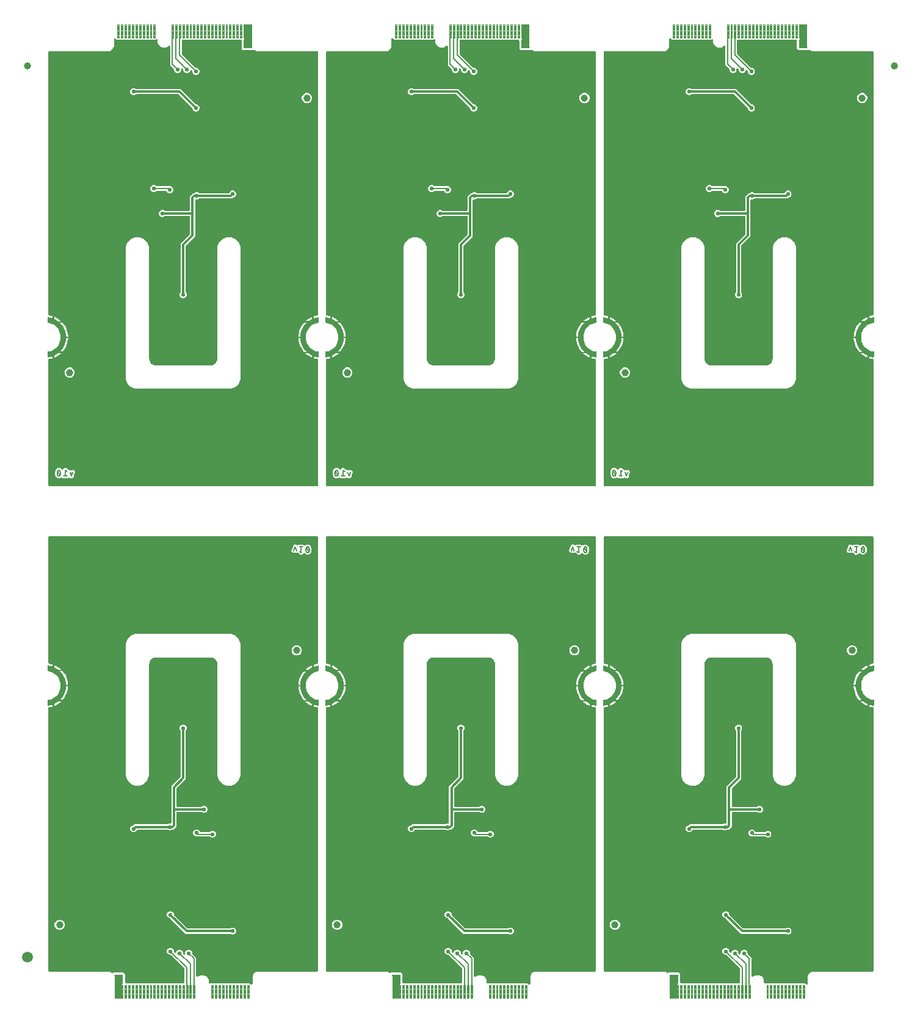
<source format=gbl>
G04 EAGLE Gerber RS-274X export*
G75*
%MOMM*%
%FSLAX34Y34*%
%LPD*%
%INBottom Copper*%
%IPPOS*%
%AMOC8*
5,1,8,0,0,1.08239X$1,22.5*%
G01*
%ADD10C,0.203200*%
%ADD11C,0.101500*%
%ADD12C,0.609600*%
%ADD13C,1.000000*%
%ADD14C,1.500000*%
%ADD15C,0.558800*%
%ADD16C,0.304800*%

G36*
X1055176Y24935D02*
X1055176Y24935D01*
X1055314Y24943D01*
X1055334Y24950D01*
X1055354Y24952D01*
X1055485Y24999D01*
X1055617Y25041D01*
X1055634Y25052D01*
X1055653Y25059D01*
X1055768Y25137D01*
X1055886Y25212D01*
X1055899Y25226D01*
X1055916Y25238D01*
X1056008Y25342D01*
X1056103Y25443D01*
X1056113Y25461D01*
X1056127Y25476D01*
X1056190Y25600D01*
X1056257Y25722D01*
X1056262Y25741D01*
X1056271Y25759D01*
X1056302Y25895D01*
X1056336Y26030D01*
X1056338Y26058D01*
X1056341Y26070D01*
X1056340Y26090D01*
X1056347Y26190D01*
X1056347Y33258D01*
X1056336Y33345D01*
X1056335Y33432D01*
X1056318Y33493D01*
X1056346Y35017D01*
X1056346Y35025D01*
X1056347Y35041D01*
X1056347Y36567D01*
X1056366Y36638D01*
X1056377Y36768D01*
X1056379Y36781D01*
X1056378Y36787D01*
X1056379Y36798D01*
X1056385Y37113D01*
X1058403Y40699D01*
X1061881Y42898D01*
X1062322Y42929D01*
X1062376Y42940D01*
X1062431Y42941D01*
X1062532Y42970D01*
X1062634Y42991D01*
X1062684Y43014D01*
X1062737Y43030D01*
X1062769Y43049D01*
X1063995Y43049D01*
X1064016Y43051D01*
X1064083Y43052D01*
X1065298Y43137D01*
X1065393Y43112D01*
X1065491Y43077D01*
X1065546Y43073D01*
X1065599Y43059D01*
X1065760Y43049D01*
X1145827Y43049D01*
X1145946Y43064D01*
X1146064Y43071D01*
X1146103Y43084D01*
X1146143Y43089D01*
X1146254Y43132D01*
X1146367Y43169D01*
X1146401Y43191D01*
X1146439Y43206D01*
X1146535Y43275D01*
X1146636Y43339D01*
X1146663Y43369D01*
X1146696Y43392D01*
X1146772Y43484D01*
X1146853Y43571D01*
X1146873Y43606D01*
X1146899Y43637D01*
X1146950Y43745D01*
X1147007Y43849D01*
X1147017Y43889D01*
X1147034Y43925D01*
X1147057Y44042D01*
X1147086Y44157D01*
X1147090Y44217D01*
X1147094Y44237D01*
X1147093Y44258D01*
X1147097Y44318D01*
X1147097Y408599D01*
X1147089Y408656D01*
X1147092Y408713D01*
X1147070Y408813D01*
X1147057Y408914D01*
X1147036Y408968D01*
X1147023Y409024D01*
X1146977Y409115D01*
X1146940Y409210D01*
X1146906Y409256D01*
X1146880Y409308D01*
X1146813Y409384D01*
X1146753Y409467D01*
X1146709Y409504D01*
X1146671Y409547D01*
X1146587Y409605D01*
X1146508Y409670D01*
X1146456Y409694D01*
X1146409Y409727D01*
X1146313Y409762D01*
X1146220Y409806D01*
X1146164Y409816D01*
X1146110Y409836D01*
X1145951Y409862D01*
X1145778Y409879D01*
X1143337Y410380D01*
X1142637Y410524D01*
X1141415Y410913D01*
X1141415Y413662D01*
X1143557Y412957D01*
X1143567Y412956D01*
X1143592Y412948D01*
X1147603Y412254D01*
X1147641Y412259D01*
X1147679Y412253D01*
X1147709Y412266D01*
X1147742Y412270D01*
X1147772Y412294D01*
X1147807Y412310D01*
X1147825Y412337D01*
X1147850Y412358D01*
X1147863Y412395D01*
X1147884Y412427D01*
X1147892Y412484D01*
X1147895Y412491D01*
X1147894Y412494D01*
X1147895Y412500D01*
X1147895Y420000D01*
X1147892Y420009D01*
X1147892Y420011D01*
X1147890Y420017D01*
X1147876Y420065D01*
X1147857Y420132D01*
X1147856Y420133D01*
X1147855Y420134D01*
X1147803Y420180D01*
X1147753Y420225D01*
X1147751Y420226D01*
X1147750Y420226D01*
X1147748Y420227D01*
X1147681Y420247D01*
X1144783Y420670D01*
X1142005Y421536D01*
X1139397Y422826D01*
X1137023Y424508D01*
X1134941Y426540D01*
X1133203Y428873D01*
X1131851Y431450D01*
X1130919Y434206D01*
X1130430Y437074D01*
X1130395Y440000D01*
X1130430Y442926D01*
X1130919Y445794D01*
X1131851Y448550D01*
X1133203Y451127D01*
X1134941Y453460D01*
X1137023Y455492D01*
X1139397Y457174D01*
X1142005Y458464D01*
X1144783Y459330D01*
X1147681Y459753D01*
X1147743Y459781D01*
X1147807Y459810D01*
X1147807Y459811D01*
X1147809Y459812D01*
X1147845Y459869D01*
X1147884Y459927D01*
X1147884Y459928D01*
X1147884Y459929D01*
X1147884Y459932D01*
X1147895Y460000D01*
X1147895Y467500D01*
X1147884Y467538D01*
X1147883Y467577D01*
X1147865Y467603D01*
X1147855Y467634D01*
X1147826Y467660D01*
X1147804Y467692D01*
X1147774Y467705D01*
X1147750Y467726D01*
X1147711Y467732D01*
X1147676Y467747D01*
X1147620Y467746D01*
X1147612Y467747D01*
X1147609Y467746D01*
X1147601Y467745D01*
X1143603Y467025D01*
X1143595Y467021D01*
X1143568Y467016D01*
X1141415Y466294D01*
X1141415Y469047D01*
X1142635Y469443D01*
X1145762Y470107D01*
X1145961Y470128D01*
X1146012Y470140D01*
X1146064Y470143D01*
X1146166Y470176D01*
X1146270Y470201D01*
X1146317Y470225D01*
X1146367Y470241D01*
X1146457Y470299D01*
X1146552Y470348D01*
X1146591Y470383D01*
X1146636Y470412D01*
X1146709Y470490D01*
X1146788Y470561D01*
X1146817Y470605D01*
X1146853Y470643D01*
X1146905Y470737D01*
X1146964Y470826D01*
X1146982Y470876D01*
X1147007Y470922D01*
X1147034Y471025D01*
X1147069Y471127D01*
X1147073Y471179D01*
X1147086Y471230D01*
X1147097Y471390D01*
X1147097Y645682D01*
X1147082Y645800D01*
X1147074Y645919D01*
X1147062Y645957D01*
X1147057Y645998D01*
X1147013Y646108D01*
X1146976Y646221D01*
X1146955Y646256D01*
X1146940Y646293D01*
X1146870Y646389D01*
X1146806Y646490D01*
X1146777Y646518D01*
X1146753Y646551D01*
X1146661Y646627D01*
X1146575Y646708D01*
X1146539Y646728D01*
X1146508Y646753D01*
X1146400Y646804D01*
X1146296Y646862D01*
X1146257Y646872D01*
X1146220Y646889D01*
X1146103Y646911D01*
X1145988Y646941D01*
X1145928Y646945D01*
X1145908Y646949D01*
X1145888Y646947D01*
X1145827Y646951D01*
X774463Y646951D01*
X774345Y646936D01*
X774226Y646929D01*
X774188Y646916D01*
X774148Y646911D01*
X774037Y646868D01*
X773924Y646831D01*
X773890Y646809D01*
X773852Y646794D01*
X773756Y646725D01*
X773655Y646661D01*
X773628Y646631D01*
X773595Y646608D01*
X773519Y646516D01*
X773437Y646429D01*
X773418Y646394D01*
X773392Y646363D01*
X773341Y646255D01*
X773284Y646151D01*
X773274Y646111D01*
X773256Y646075D01*
X773234Y645958D01*
X773204Y645843D01*
X773201Y645783D01*
X773197Y645763D01*
X773198Y645742D01*
X773194Y645682D01*
X773194Y471401D01*
X773201Y471344D01*
X773199Y471287D01*
X773221Y471187D01*
X773234Y471086D01*
X773255Y471032D01*
X773267Y470976D01*
X773313Y470885D01*
X773351Y470790D01*
X773385Y470744D01*
X773411Y470692D01*
X773478Y470615D01*
X773538Y470533D01*
X773582Y470496D01*
X773620Y470453D01*
X773704Y470395D01*
X773783Y470330D01*
X773835Y470306D01*
X773882Y470273D01*
X773978Y470238D01*
X774071Y470194D01*
X774127Y470184D01*
X774181Y470164D01*
X774340Y470138D01*
X774513Y470121D01*
X777512Y469505D01*
X777513Y469505D01*
X777653Y469476D01*
X778876Y469087D01*
X778876Y466338D01*
X776734Y467044D01*
X776724Y467044D01*
X776699Y467052D01*
X772688Y467746D01*
X772650Y467741D01*
X772612Y467747D01*
X772582Y467734D01*
X772549Y467730D01*
X772519Y467706D01*
X772484Y467690D01*
X772466Y467663D01*
X772440Y467642D01*
X772428Y467605D01*
X772407Y467574D01*
X772399Y467516D01*
X772396Y467509D01*
X772397Y467506D01*
X772396Y467500D01*
X772396Y460000D01*
X772415Y459935D01*
X772434Y459868D01*
X772435Y459867D01*
X772435Y459866D01*
X772488Y459820D01*
X772538Y459775D01*
X772540Y459774D01*
X772541Y459774D01*
X772543Y459773D01*
X772609Y459753D01*
X775508Y459330D01*
X778285Y458464D01*
X780894Y457174D01*
X783268Y455492D01*
X785349Y453460D01*
X787088Y451127D01*
X788439Y448550D01*
X789372Y445794D01*
X789861Y442926D01*
X789896Y440000D01*
X789861Y437074D01*
X789372Y434206D01*
X788439Y431450D01*
X787088Y428873D01*
X785349Y426540D01*
X783268Y424508D01*
X780894Y422826D01*
X778285Y421536D01*
X775508Y420670D01*
X772609Y420247D01*
X772548Y420219D01*
X772484Y420190D01*
X772483Y420189D01*
X772482Y420188D01*
X772445Y420131D01*
X772407Y420074D01*
X772407Y420072D01*
X772406Y420071D01*
X772406Y420068D01*
X772396Y420000D01*
X772396Y412500D01*
X772407Y412462D01*
X772408Y412423D01*
X772426Y412397D01*
X772435Y412366D01*
X772465Y412340D01*
X772487Y412308D01*
X772516Y412295D01*
X772541Y412274D01*
X772579Y412268D01*
X772615Y412253D01*
X772671Y412254D01*
X772679Y412253D01*
X772682Y412254D01*
X772690Y412255D01*
X776688Y412975D01*
X776696Y412979D01*
X776723Y412984D01*
X778876Y413706D01*
X778876Y410952D01*
X777656Y410557D01*
X774529Y409893D01*
X774330Y409872D01*
X774279Y409860D01*
X774226Y409857D01*
X774125Y409824D01*
X774020Y409799D01*
X773974Y409775D01*
X773924Y409759D01*
X773833Y409701D01*
X773739Y409652D01*
X773700Y409616D01*
X773655Y409588D01*
X773582Y409510D01*
X773502Y409439D01*
X773473Y409395D01*
X773437Y409357D01*
X773386Y409263D01*
X773326Y409174D01*
X773309Y409124D01*
X773284Y409078D01*
X773257Y408975D01*
X773222Y408873D01*
X773217Y408821D01*
X773204Y408770D01*
X773194Y408610D01*
X773194Y44318D01*
X773209Y44200D01*
X773216Y44081D01*
X773229Y44043D01*
X773234Y44002D01*
X773278Y43892D01*
X773314Y43779D01*
X773336Y43744D01*
X773351Y43707D01*
X773421Y43611D01*
X773485Y43510D01*
X773514Y43482D01*
X773538Y43449D01*
X773630Y43373D01*
X773716Y43292D01*
X773752Y43272D01*
X773783Y43247D01*
X773890Y43196D01*
X773995Y43138D01*
X774034Y43128D01*
X774071Y43111D01*
X774187Y43089D01*
X774303Y43059D01*
X774363Y43055D01*
X774383Y43051D01*
X774403Y43053D01*
X774463Y43049D01*
X854555Y43049D01*
X854603Y43055D01*
X854652Y43052D01*
X854760Y43075D01*
X854870Y43089D01*
X854916Y43107D01*
X854963Y43116D01*
X855028Y43148D01*
X856217Y43053D01*
X856239Y43054D01*
X856317Y43049D01*
X857499Y43049D01*
X857513Y43039D01*
X857618Y43003D01*
X857720Y42959D01*
X857768Y42952D01*
X857814Y42936D01*
X857973Y42913D01*
X858424Y42877D01*
X861098Y41173D01*
X861225Y41113D01*
X861349Y41050D01*
X861368Y41045D01*
X861386Y41037D01*
X861523Y41011D01*
X861660Y40980D01*
X861679Y40981D01*
X861698Y40977D01*
X861838Y40985D01*
X861978Y40990D01*
X861996Y40995D01*
X862016Y40996D01*
X862149Y41039D01*
X862283Y41078D01*
X862300Y41088D01*
X862318Y41094D01*
X862437Y41169D01*
X862557Y41240D01*
X862577Y41257D01*
X862587Y41264D01*
X862601Y41278D01*
X862678Y41346D01*
X863116Y41784D01*
X877089Y41784D01*
X879247Y39626D01*
X879247Y28302D01*
X879262Y28184D01*
X879269Y28065D01*
X879282Y28027D01*
X879287Y27986D01*
X879331Y27876D01*
X879367Y27763D01*
X879389Y27728D01*
X879404Y27691D01*
X879474Y27595D01*
X879538Y27494D01*
X879567Y27466D01*
X879591Y27433D01*
X879683Y27357D01*
X879769Y27276D01*
X879805Y27256D01*
X879836Y27231D01*
X879943Y27180D01*
X880048Y27122D01*
X880087Y27112D01*
X880124Y27095D01*
X880240Y27073D01*
X880356Y27043D01*
X880416Y27039D01*
X880436Y27035D01*
X880456Y27037D01*
X880516Y27033D01*
X960827Y27033D01*
X960946Y27048D01*
X961064Y27055D01*
X961103Y27068D01*
X961143Y27073D01*
X961254Y27116D01*
X961367Y27153D01*
X961401Y27175D01*
X961439Y27190D01*
X961535Y27259D01*
X961636Y27323D01*
X961663Y27353D01*
X961696Y27376D01*
X961772Y27468D01*
X961853Y27555D01*
X961873Y27590D01*
X961899Y27621D01*
X961950Y27729D01*
X962007Y27833D01*
X962017Y27873D01*
X962034Y27909D01*
X962057Y28026D01*
X962086Y28141D01*
X962090Y28201D01*
X962094Y28221D01*
X962093Y28242D01*
X962097Y28302D01*
X962097Y46551D01*
X962084Y46650D01*
X962081Y46749D01*
X962064Y46807D01*
X962057Y46867D01*
X962020Y46959D01*
X961993Y47054D01*
X961962Y47106D01*
X961940Y47163D01*
X961882Y47243D01*
X961831Y47328D01*
X961765Y47403D01*
X961753Y47420D01*
X961744Y47428D01*
X961725Y47449D01*
X943252Y65922D01*
X943174Y65982D01*
X943102Y66050D01*
X943049Y66079D01*
X943001Y66116D01*
X942910Y66156D01*
X942823Y66204D01*
X942765Y66219D01*
X942709Y66243D01*
X942611Y66258D01*
X942516Y66283D01*
X942415Y66289D01*
X942395Y66293D01*
X942383Y66291D01*
X942355Y66293D01*
X941405Y66293D01*
X939631Y67028D01*
X938273Y68386D01*
X937539Y70160D01*
X937539Y72080D01*
X938273Y73854D01*
X939631Y75212D01*
X941405Y75947D01*
X943326Y75947D01*
X945100Y75212D01*
X946457Y73854D01*
X947192Y72080D01*
X947192Y71131D01*
X947205Y71032D01*
X947208Y70933D01*
X947224Y70875D01*
X947232Y70815D01*
X947268Y70723D01*
X947296Y70628D01*
X947327Y70576D01*
X947349Y70519D01*
X947407Y70439D01*
X947457Y70354D01*
X947524Y70279D01*
X947536Y70262D01*
X947545Y70254D01*
X947564Y70233D01*
X948315Y69482D01*
X948354Y69452D01*
X948388Y69415D01*
X948480Y69354D01*
X948566Y69287D01*
X948612Y69267D01*
X948653Y69240D01*
X948757Y69204D01*
X948858Y69161D01*
X948907Y69153D01*
X948954Y69137D01*
X949064Y69128D01*
X949172Y69111D01*
X949222Y69115D01*
X949271Y69112D01*
X949379Y69130D01*
X949489Y69141D01*
X949536Y69157D01*
X949585Y69166D01*
X949685Y69211D01*
X949788Y69248D01*
X949829Y69276D01*
X949875Y69297D01*
X949960Y69365D01*
X950051Y69427D01*
X950084Y69464D01*
X950123Y69495D01*
X950189Y69583D01*
X950262Y69665D01*
X950284Y69709D01*
X950314Y69749D01*
X950385Y69894D01*
X950973Y71314D01*
X952331Y72672D01*
X954105Y73407D01*
X956026Y73407D01*
X957800Y72672D01*
X959157Y71314D01*
X959892Y69540D01*
X959892Y68591D01*
X959905Y68492D01*
X959908Y68393D01*
X959924Y68335D01*
X959932Y68275D01*
X959968Y68183D01*
X959996Y68088D01*
X960027Y68036D01*
X960049Y67979D01*
X960107Y67899D01*
X960157Y67814D01*
X960224Y67739D01*
X960236Y67722D01*
X960245Y67714D01*
X960264Y67693D01*
X960772Y67185D01*
X960882Y67100D01*
X960989Y67011D01*
X961007Y67003D01*
X961023Y66990D01*
X961151Y66935D01*
X961277Y66876D01*
X961296Y66872D01*
X961315Y66864D01*
X961453Y66842D01*
X961589Y66816D01*
X961609Y66817D01*
X961629Y66814D01*
X961768Y66827D01*
X961906Y66836D01*
X961926Y66842D01*
X961946Y66844D01*
X962077Y66891D01*
X962209Y66934D01*
X962226Y66944D01*
X962245Y66951D01*
X962360Y67029D01*
X962478Y67104D01*
X962491Y67119D01*
X962508Y67130D01*
X962600Y67234D01*
X962695Y67335D01*
X962705Y67353D01*
X962719Y67368D01*
X962782Y67492D01*
X962849Y67614D01*
X962854Y67633D01*
X962863Y67652D01*
X962894Y67788D01*
X962928Y67922D01*
X962930Y67950D01*
X962933Y67962D01*
X962932Y67982D01*
X962939Y68083D01*
X962939Y69540D01*
X963673Y71314D01*
X965031Y72672D01*
X966805Y73407D01*
X968726Y73407D01*
X970500Y72672D01*
X971857Y71314D01*
X972592Y69540D01*
X972592Y68591D01*
X972605Y68492D01*
X972608Y68393D01*
X972624Y68335D01*
X972632Y68275D01*
X972668Y68183D01*
X972696Y68088D01*
X972727Y68036D01*
X972749Y67979D01*
X972807Y67899D01*
X972857Y67814D01*
X972924Y67739D01*
X972936Y67722D01*
X972945Y67714D01*
X972964Y67693D01*
X978194Y62463D01*
X978194Y36912D01*
X978211Y36781D01*
X978222Y36649D01*
X978231Y36623D01*
X978234Y36596D01*
X978283Y36474D01*
X978326Y36348D01*
X978341Y36326D01*
X978351Y36301D01*
X978429Y36194D01*
X978502Y36083D01*
X978522Y36065D01*
X978538Y36043D01*
X978640Y35959D01*
X978738Y35870D01*
X978762Y35858D01*
X978783Y35841D01*
X978903Y35784D01*
X979020Y35723D01*
X979046Y35717D01*
X979071Y35705D01*
X979200Y35680D01*
X979329Y35650D01*
X979356Y35650D01*
X979383Y35645D01*
X979515Y35653D01*
X979647Y35656D01*
X979673Y35663D01*
X979700Y35665D01*
X979826Y35706D01*
X979954Y35741D01*
X979988Y35758D01*
X980003Y35763D01*
X980021Y35775D01*
X980098Y35813D01*
X983971Y38049D01*
X988820Y38049D01*
X993020Y35624D01*
X995444Y31425D01*
X995444Y27690D01*
X995462Y27552D01*
X995475Y27414D01*
X995481Y27395D01*
X995484Y27375D01*
X995535Y27245D01*
X995582Y27115D01*
X995594Y27098D01*
X995601Y27079D01*
X995683Y26967D01*
X995761Y26852D01*
X995776Y26838D01*
X995788Y26822D01*
X995895Y26733D01*
X995999Y26641D01*
X996017Y26632D01*
X996033Y26619D01*
X996158Y26560D01*
X996282Y26497D01*
X996302Y26492D01*
X996321Y26483D01*
X996457Y26457D01*
X996593Y26427D01*
X996613Y26428D01*
X996633Y26424D01*
X996772Y26432D01*
X996911Y26437D01*
X996930Y26442D01*
X996950Y26443D01*
X997083Y26486D01*
X997216Y26525D01*
X997234Y26535D01*
X997253Y26541D01*
X997370Y26616D01*
X997490Y26687D01*
X997511Y26705D01*
X997522Y26712D01*
X997536Y26727D01*
X997611Y26793D01*
X997851Y27033D01*
X1052440Y27033D01*
X1054180Y25293D01*
X1054290Y25208D01*
X1054397Y25119D01*
X1054415Y25110D01*
X1054431Y25098D01*
X1054559Y25043D01*
X1054685Y24983D01*
X1054704Y24980D01*
X1054723Y24972D01*
X1054861Y24950D01*
X1054997Y24924D01*
X1055017Y24925D01*
X1055037Y24922D01*
X1055176Y24935D01*
G37*
G36*
X1145971Y716561D02*
X1145971Y716561D01*
X1146090Y716568D01*
X1146128Y716581D01*
X1146168Y716586D01*
X1146279Y716630D01*
X1146392Y716666D01*
X1146426Y716688D01*
X1146464Y716703D01*
X1146560Y716773D01*
X1146661Y716837D01*
X1146689Y716866D01*
X1146721Y716890D01*
X1146797Y716982D01*
X1146879Y717068D01*
X1146898Y717104D01*
X1146924Y717135D01*
X1146975Y717242D01*
X1147032Y717347D01*
X1147043Y717386D01*
X1147060Y717423D01*
X1147082Y717539D01*
X1147112Y717655D01*
X1147116Y717715D01*
X1147120Y717735D01*
X1147118Y717755D01*
X1147122Y717815D01*
X1147122Y892096D01*
X1147115Y892153D01*
X1147117Y892210D01*
X1147095Y892310D01*
X1147082Y892412D01*
X1147061Y892465D01*
X1147049Y892521D01*
X1147003Y892612D01*
X1146965Y892707D01*
X1146931Y892754D01*
X1146906Y892805D01*
X1146838Y892882D01*
X1146778Y892965D01*
X1146734Y893001D01*
X1146696Y893044D01*
X1146612Y893102D01*
X1146533Y893167D01*
X1146481Y893192D01*
X1146434Y893224D01*
X1146338Y893259D01*
X1146246Y893303D01*
X1146189Y893314D01*
X1146135Y893333D01*
X1145976Y893359D01*
X1145803Y893376D01*
X1142663Y894022D01*
X1141440Y894410D01*
X1141440Y897160D01*
X1143582Y896454D01*
X1143592Y896454D01*
X1143618Y896445D01*
X1147628Y895752D01*
X1147666Y895756D01*
X1147704Y895750D01*
X1147734Y895764D01*
X1147767Y895768D01*
X1147797Y895792D01*
X1147832Y895807D01*
X1147850Y895835D01*
X1147876Y895856D01*
X1147888Y895892D01*
X1147909Y895924D01*
X1147918Y895982D01*
X1147920Y895988D01*
X1147919Y895991D01*
X1147920Y895997D01*
X1147920Y903497D01*
X1147918Y903506D01*
X1147918Y903508D01*
X1147915Y903515D01*
X1147901Y903563D01*
X1147882Y903629D01*
X1147881Y903630D01*
X1147881Y903632D01*
X1147829Y903677D01*
X1147778Y903722D01*
X1147776Y903723D01*
X1147776Y903724D01*
X1147773Y903724D01*
X1147707Y903744D01*
X1144809Y904168D01*
X1142031Y905034D01*
X1139423Y906323D01*
X1137049Y908005D01*
X1134967Y910038D01*
X1133229Y912371D01*
X1131877Y914947D01*
X1130945Y917704D01*
X1130455Y920572D01*
X1130420Y923497D01*
X1130455Y926423D01*
X1130945Y929291D01*
X1131877Y932048D01*
X1133229Y934624D01*
X1134967Y936957D01*
X1137049Y938990D01*
X1139423Y940671D01*
X1142031Y941961D01*
X1144809Y942827D01*
X1147707Y943251D01*
X1147768Y943279D01*
X1147832Y943307D01*
X1147833Y943308D01*
X1147834Y943309D01*
X1147871Y943366D01*
X1147909Y943424D01*
X1147909Y943426D01*
X1147910Y943426D01*
X1147910Y943429D01*
X1147920Y943497D01*
X1147920Y950997D01*
X1147909Y951035D01*
X1147908Y951074D01*
X1147890Y951101D01*
X1147881Y951132D01*
X1147851Y951157D01*
X1147829Y951190D01*
X1147800Y951202D01*
X1147776Y951224D01*
X1147737Y951229D01*
X1147701Y951245D01*
X1147645Y951243D01*
X1147637Y951244D01*
X1147634Y951243D01*
X1147627Y951243D01*
X1143629Y950523D01*
X1143620Y950518D01*
X1143594Y950514D01*
X1141440Y949791D01*
X1141440Y952545D01*
X1142660Y952940D01*
X1145787Y953604D01*
X1145986Y953626D01*
X1146037Y953638D01*
X1146090Y953641D01*
X1146192Y953674D01*
X1146296Y953698D01*
X1146342Y953723D01*
X1146392Y953739D01*
X1146483Y953796D01*
X1146578Y953846D01*
X1146617Y953881D01*
X1146661Y953909D01*
X1146734Y953987D01*
X1146814Y954059D01*
X1146843Y954102D01*
X1146879Y954141D01*
X1146931Y954234D01*
X1146990Y954324D01*
X1147007Y954373D01*
X1147032Y954419D01*
X1147059Y954523D01*
X1147094Y954624D01*
X1147099Y954676D01*
X1147112Y954727D01*
X1147122Y954888D01*
X1147122Y1319179D01*
X1147107Y1319298D01*
X1147100Y1319416D01*
X1147087Y1319455D01*
X1147082Y1319495D01*
X1147038Y1319606D01*
X1147002Y1319719D01*
X1146980Y1319753D01*
X1146965Y1319791D01*
X1146895Y1319887D01*
X1146832Y1319988D01*
X1146802Y1320015D01*
X1146778Y1320048D01*
X1146687Y1320124D01*
X1146600Y1320205D01*
X1146565Y1320225D01*
X1146533Y1320251D01*
X1146426Y1320302D01*
X1146321Y1320359D01*
X1146282Y1320369D01*
X1146246Y1320386D01*
X1146129Y1320409D01*
X1146014Y1320438D01*
X1145953Y1320442D01*
X1145933Y1320446D01*
X1145913Y1320445D01*
X1145853Y1320449D01*
X1065761Y1320449D01*
X1065713Y1320443D01*
X1065664Y1320445D01*
X1065556Y1320423D01*
X1065446Y1320409D01*
X1065400Y1320391D01*
X1065353Y1320381D01*
X1065289Y1320350D01*
X1064100Y1320445D01*
X1064078Y1320444D01*
X1063999Y1320449D01*
X1062817Y1320449D01*
X1062803Y1320458D01*
X1062698Y1320494D01*
X1062597Y1320538D01*
X1062548Y1320546D01*
X1062502Y1320562D01*
X1062343Y1320585D01*
X1061892Y1320621D01*
X1059218Y1322324D01*
X1059091Y1322384D01*
X1058967Y1322448D01*
X1058948Y1322452D01*
X1058930Y1322460D01*
X1058793Y1322487D01*
X1058657Y1322517D01*
X1058637Y1322517D01*
X1058618Y1322521D01*
X1058479Y1322512D01*
X1058339Y1322508D01*
X1058320Y1322502D01*
X1058301Y1322501D01*
X1058168Y1322458D01*
X1058033Y1322419D01*
X1058016Y1322410D01*
X1057998Y1322404D01*
X1057880Y1322329D01*
X1057759Y1322258D01*
X1057739Y1322240D01*
X1057729Y1322234D01*
X1057715Y1322219D01*
X1057638Y1322151D01*
X1057201Y1321714D01*
X1043227Y1321714D01*
X1041069Y1323872D01*
X1041069Y1335195D01*
X1041054Y1335314D01*
X1041047Y1335432D01*
X1041034Y1335471D01*
X1041029Y1335511D01*
X1040985Y1335622D01*
X1040949Y1335735D01*
X1040927Y1335769D01*
X1040912Y1335807D01*
X1040842Y1335903D01*
X1040779Y1336004D01*
X1040749Y1336031D01*
X1040725Y1336064D01*
X1040634Y1336140D01*
X1040547Y1336221D01*
X1040512Y1336241D01*
X1040480Y1336267D01*
X1040373Y1336318D01*
X1040268Y1336375D01*
X1040229Y1336385D01*
X1040193Y1336402D01*
X1040076Y1336425D01*
X1039961Y1336454D01*
X1039900Y1336458D01*
X1039880Y1336462D01*
X1039860Y1336461D01*
X1039800Y1336465D01*
X959489Y1336465D01*
X959371Y1336450D01*
X959252Y1336442D01*
X959213Y1336430D01*
X959173Y1336425D01*
X959063Y1336381D01*
X958949Y1336344D01*
X958915Y1336323D01*
X958878Y1336308D01*
X958781Y1336238D01*
X958681Y1336174D01*
X958653Y1336145D01*
X958620Y1336121D01*
X958544Y1336029D01*
X958463Y1335943D01*
X958443Y1335907D01*
X958417Y1335876D01*
X958367Y1335768D01*
X958309Y1335664D01*
X958299Y1335625D01*
X958282Y1335588D01*
X958260Y1335471D01*
X958230Y1335356D01*
X958226Y1335296D01*
X958222Y1335276D01*
X958223Y1335256D01*
X958220Y1335195D01*
X958220Y1316946D01*
X958232Y1316848D01*
X958235Y1316749D01*
X958252Y1316691D01*
X958259Y1316630D01*
X958296Y1316538D01*
X958323Y1316443D01*
X958354Y1316391D01*
X958376Y1316335D01*
X958435Y1316255D01*
X958485Y1316169D01*
X958551Y1316094D01*
X958563Y1316077D01*
X958573Y1316070D01*
X958591Y1316048D01*
X977064Y1297576D01*
X977142Y1297515D01*
X977214Y1297447D01*
X977267Y1297418D01*
X977315Y1297381D01*
X977406Y1297342D01*
X977493Y1297294D01*
X977551Y1297279D01*
X977607Y1297255D01*
X977705Y1297239D01*
X977801Y1297214D01*
X977901Y1297208D01*
X977921Y1297205D01*
X977933Y1297206D01*
X977961Y1297204D01*
X978911Y1297204D01*
X980685Y1296469D01*
X982043Y1295112D01*
X982778Y1293338D01*
X982778Y1291417D01*
X982043Y1289643D01*
X980685Y1288285D01*
X978911Y1287551D01*
X976991Y1287551D01*
X975217Y1288285D01*
X973859Y1289643D01*
X973124Y1291417D01*
X973124Y1292367D01*
X973112Y1292465D01*
X973109Y1292564D01*
X973092Y1292622D01*
X973084Y1292682D01*
X973048Y1292774D01*
X973020Y1292870D01*
X972989Y1292922D01*
X972967Y1292978D01*
X972909Y1293058D01*
X972859Y1293143D01*
X972792Y1293219D01*
X972780Y1293235D01*
X972771Y1293243D01*
X972752Y1293264D01*
X972001Y1294015D01*
X971962Y1294046D01*
X971929Y1294083D01*
X971837Y1294143D01*
X971750Y1294210D01*
X971704Y1294230D01*
X971663Y1294257D01*
X971559Y1294293D01*
X971458Y1294337D01*
X971409Y1294345D01*
X971362Y1294361D01*
X971253Y1294369D01*
X971144Y1294387D01*
X971095Y1294382D01*
X971045Y1294386D01*
X970937Y1294367D01*
X970827Y1294357D01*
X970781Y1294340D01*
X970732Y1294331D01*
X970631Y1294286D01*
X970528Y1294249D01*
X970487Y1294221D01*
X970442Y1294201D01*
X970356Y1294132D01*
X970265Y1294071D01*
X970232Y1294033D01*
X970193Y1294002D01*
X970127Y1293914D01*
X970054Y1293832D01*
X970032Y1293788D01*
X970002Y1293748D01*
X969931Y1293604D01*
X969343Y1292183D01*
X967985Y1290825D01*
X966211Y1290091D01*
X964291Y1290091D01*
X962517Y1290825D01*
X961159Y1292183D01*
X960424Y1293957D01*
X960424Y1294907D01*
X960412Y1295005D01*
X960409Y1295104D01*
X960392Y1295162D01*
X960384Y1295222D01*
X960348Y1295314D01*
X960320Y1295410D01*
X960289Y1295462D01*
X960267Y1295518D01*
X960209Y1295598D01*
X960159Y1295683D01*
X960092Y1295759D01*
X960080Y1295775D01*
X960071Y1295783D01*
X960052Y1295804D01*
X959544Y1296312D01*
X959435Y1296398D01*
X959327Y1296486D01*
X959309Y1296495D01*
X959293Y1296507D01*
X959165Y1296563D01*
X959040Y1296622D01*
X959020Y1296626D01*
X959001Y1296634D01*
X958863Y1296656D01*
X958727Y1296682D01*
X958707Y1296680D01*
X958687Y1296684D01*
X958548Y1296670D01*
X958410Y1296662D01*
X958391Y1296656D01*
X958370Y1296654D01*
X958240Y1296607D01*
X958107Y1296564D01*
X958090Y1296553D01*
X958071Y1296546D01*
X957956Y1296468D01*
X957839Y1296394D01*
X957825Y1296379D01*
X957808Y1296368D01*
X957716Y1296263D01*
X957621Y1296162D01*
X957611Y1296144D01*
X957598Y1296129D01*
X957534Y1296005D01*
X957467Y1295884D01*
X957462Y1295864D01*
X957453Y1295846D01*
X957422Y1295710D01*
X957388Y1295576D01*
X957386Y1295548D01*
X957383Y1295536D01*
X957384Y1295515D01*
X957378Y1295415D01*
X957378Y1293957D01*
X956643Y1292183D01*
X955285Y1290825D01*
X953511Y1290091D01*
X951591Y1290091D01*
X949817Y1290825D01*
X948459Y1292183D01*
X947724Y1293957D01*
X947724Y1294907D01*
X947712Y1295005D01*
X947709Y1295104D01*
X947692Y1295162D01*
X947684Y1295222D01*
X947648Y1295314D01*
X947620Y1295410D01*
X947589Y1295462D01*
X947567Y1295518D01*
X947509Y1295598D01*
X947459Y1295683D01*
X947392Y1295759D01*
X947380Y1295775D01*
X947371Y1295783D01*
X947352Y1295804D01*
X942122Y1301035D01*
X942122Y1326585D01*
X942106Y1326717D01*
X942094Y1326849D01*
X942086Y1326874D01*
X942082Y1326901D01*
X942034Y1327024D01*
X941990Y1327149D01*
X941975Y1327172D01*
X941965Y1327197D01*
X941888Y1327304D01*
X941814Y1327414D01*
X941794Y1327432D01*
X941778Y1327454D01*
X941676Y1327539D01*
X941578Y1327627D01*
X941554Y1327640D01*
X941533Y1327657D01*
X941414Y1327713D01*
X941296Y1327775D01*
X941270Y1327781D01*
X941246Y1327792D01*
X941116Y1327817D01*
X940987Y1327848D01*
X940960Y1327847D01*
X940933Y1327852D01*
X940801Y1327844D01*
X940669Y1327841D01*
X940643Y1327834D01*
X940616Y1327832D01*
X940490Y1327792D01*
X940362Y1327756D01*
X940328Y1327739D01*
X940313Y1327734D01*
X940295Y1327723D01*
X940218Y1327685D01*
X936345Y1325449D01*
X931496Y1325449D01*
X927297Y1327873D01*
X924872Y1332073D01*
X924872Y1335807D01*
X924855Y1335945D01*
X924842Y1336083D01*
X924835Y1336102D01*
X924832Y1336123D01*
X924781Y1336252D01*
X924734Y1336383D01*
X924723Y1336399D01*
X924715Y1336418D01*
X924633Y1336531D01*
X924555Y1336646D01*
X924540Y1336659D01*
X924528Y1336676D01*
X924421Y1336764D01*
X924317Y1336856D01*
X924299Y1336865D01*
X924283Y1336878D01*
X924158Y1336937D01*
X924034Y1337001D01*
X924014Y1337005D01*
X923996Y1337014D01*
X923860Y1337040D01*
X923723Y1337071D01*
X923703Y1337070D01*
X923683Y1337074D01*
X923544Y1337065D01*
X923406Y1337061D01*
X923386Y1337055D01*
X923366Y1337054D01*
X923234Y1337011D01*
X923100Y1336972D01*
X923083Y1336962D01*
X923063Y1336956D01*
X922946Y1336882D01*
X922826Y1336811D01*
X922805Y1336792D01*
X922795Y1336786D01*
X922781Y1336771D01*
X922705Y1336704D01*
X922465Y1336465D01*
X867876Y1336465D01*
X866136Y1338205D01*
X866026Y1338290D01*
X865919Y1338378D01*
X865901Y1338387D01*
X865885Y1338399D01*
X865757Y1338455D01*
X865632Y1338514D01*
X865612Y1338518D01*
X865593Y1338526D01*
X865455Y1338548D01*
X865319Y1338574D01*
X865299Y1338572D01*
X865279Y1338576D01*
X865140Y1338563D01*
X865002Y1338554D01*
X864983Y1338548D01*
X864962Y1338546D01*
X864831Y1338499D01*
X864699Y1338456D01*
X864682Y1338445D01*
X864663Y1338438D01*
X864548Y1338360D01*
X864431Y1338286D01*
X864417Y1338271D01*
X864400Y1338260D01*
X864308Y1338155D01*
X864213Y1338054D01*
X864203Y1338036D01*
X864190Y1338021D01*
X864126Y1337897D01*
X864059Y1337776D01*
X864054Y1337756D01*
X864045Y1337738D01*
X864014Y1337602D01*
X863980Y1337468D01*
X863978Y1337440D01*
X863975Y1337428D01*
X863976Y1337407D01*
X863970Y1337307D01*
X863970Y1330239D01*
X863981Y1330153D01*
X863982Y1330065D01*
X863998Y1330005D01*
X863970Y1328481D01*
X863971Y1328473D01*
X863970Y1328457D01*
X863970Y1326930D01*
X863950Y1326860D01*
X863939Y1326730D01*
X863937Y1326717D01*
X863938Y1326711D01*
X863937Y1326699D01*
X863931Y1326384D01*
X861913Y1322799D01*
X858435Y1320599D01*
X857994Y1320569D01*
X857940Y1320558D01*
X857885Y1320556D01*
X857784Y1320527D01*
X857682Y1320507D01*
X857632Y1320483D01*
X857580Y1320468D01*
X857547Y1320449D01*
X856321Y1320449D01*
X856300Y1320446D01*
X856233Y1320446D01*
X855018Y1320361D01*
X854924Y1320385D01*
X854825Y1320420D01*
X854770Y1320425D01*
X854717Y1320438D01*
X854556Y1320449D01*
X774489Y1320449D01*
X774371Y1320434D01*
X774252Y1320426D01*
X774213Y1320414D01*
X774173Y1320409D01*
X774063Y1320365D01*
X773949Y1320328D01*
X773915Y1320307D01*
X773878Y1320292D01*
X773781Y1320222D01*
X773681Y1320158D01*
X773653Y1320129D01*
X773620Y1320105D01*
X773544Y1320013D01*
X773463Y1319927D01*
X773443Y1319891D01*
X773417Y1319860D01*
X773367Y1319752D01*
X773309Y1319648D01*
X773299Y1319609D01*
X773282Y1319572D01*
X773260Y1319455D01*
X773230Y1319340D01*
X773226Y1319280D01*
X773222Y1319260D01*
X773223Y1319240D01*
X773220Y1319179D01*
X773220Y954899D01*
X773227Y954842D01*
X773225Y954784D01*
X773247Y954685D01*
X773259Y954583D01*
X773280Y954530D01*
X773293Y954474D01*
X773339Y954382D01*
X773376Y954288D01*
X773410Y954241D01*
X773436Y954190D01*
X773503Y954113D01*
X773563Y954030D01*
X773608Y953994D01*
X773645Y953950D01*
X773729Y953893D01*
X773808Y953827D01*
X773860Y953803D01*
X773908Y953770D01*
X774004Y953735D01*
X774096Y953692D01*
X774152Y953681D01*
X774206Y953661D01*
X774365Y953636D01*
X774538Y953619D01*
X777130Y953086D01*
X777679Y952973D01*
X778901Y952585D01*
X778901Y949835D01*
X776760Y950541D01*
X776750Y950541D01*
X776724Y950550D01*
X772713Y951243D01*
X772675Y951239D01*
X772637Y951244D01*
X772607Y951231D01*
X772574Y951227D01*
X772545Y951203D01*
X772510Y951188D01*
X772491Y951160D01*
X772466Y951139D01*
X772454Y951103D01*
X772433Y951071D01*
X772424Y951013D01*
X772422Y951007D01*
X772422Y951004D01*
X772422Y950997D01*
X772422Y943497D01*
X772441Y943432D01*
X772459Y943365D01*
X772460Y943365D01*
X772461Y943363D01*
X772513Y943317D01*
X772564Y943272D01*
X772565Y943272D01*
X772566Y943271D01*
X772569Y943271D01*
X772635Y943251D01*
X775533Y942827D01*
X778311Y941961D01*
X780919Y940671D01*
X783293Y938990D01*
X785375Y936957D01*
X787113Y934624D01*
X788465Y932048D01*
X789397Y929291D01*
X789887Y926423D01*
X789922Y923497D01*
X789887Y920572D01*
X789397Y917704D01*
X788465Y914947D01*
X787113Y912371D01*
X785375Y910038D01*
X783293Y908005D01*
X780919Y906323D01*
X778311Y905034D01*
X775533Y904168D01*
X772635Y903744D01*
X772574Y903716D01*
X772510Y903688D01*
X772509Y903686D01*
X772508Y903686D01*
X772471Y903628D01*
X772433Y903571D01*
X772432Y903569D01*
X772432Y903568D01*
X772432Y903566D01*
X772422Y903497D01*
X772422Y895997D01*
X772433Y895960D01*
X772434Y895921D01*
X772452Y895894D01*
X772461Y895863D01*
X772490Y895837D01*
X772512Y895805D01*
X772542Y895792D01*
X772566Y895771D01*
X772605Y895765D01*
X772641Y895750D01*
X772697Y895752D01*
X772704Y895750D01*
X772708Y895752D01*
X772715Y895752D01*
X776713Y896472D01*
X776722Y896476D01*
X776748Y896481D01*
X778901Y897203D01*
X778901Y894450D01*
X777681Y894055D01*
X775161Y893519D01*
X774554Y893390D01*
X774355Y893369D01*
X774304Y893357D01*
X774252Y893354D01*
X774150Y893321D01*
X774046Y893296D01*
X773999Y893272D01*
X773949Y893256D01*
X773859Y893199D01*
X773764Y893149D01*
X773725Y893114D01*
X773681Y893086D01*
X773607Y893008D01*
X773528Y892936D01*
X773499Y892892D01*
X773463Y892854D01*
X773411Y892760D01*
X773352Y892671D01*
X773335Y892622D01*
X773309Y892576D01*
X773282Y892472D01*
X773247Y892371D01*
X773243Y892319D01*
X773230Y892268D01*
X773220Y892107D01*
X773220Y717815D01*
X773234Y717697D01*
X773242Y717578D01*
X773254Y717540D01*
X773259Y717500D01*
X773303Y717389D01*
X773340Y717276D01*
X773362Y717242D01*
X773376Y717204D01*
X773446Y717108D01*
X773510Y717007D01*
X773540Y716980D01*
X773563Y716947D01*
X773655Y716871D01*
X773742Y716789D01*
X773777Y716770D01*
X773808Y716744D01*
X773916Y716693D01*
X774020Y716636D01*
X774059Y716626D01*
X774096Y716608D01*
X774213Y716586D01*
X774328Y716556D01*
X774388Y716553D01*
X774408Y716549D01*
X774429Y716550D01*
X774489Y716546D01*
X1145853Y716546D01*
X1145971Y716561D01*
G37*
G36*
X670112Y24935D02*
X670112Y24935D01*
X670250Y24943D01*
X670270Y24950D01*
X670290Y24952D01*
X670421Y24999D01*
X670553Y25041D01*
X670570Y25052D01*
X670589Y25059D01*
X670704Y25137D01*
X670822Y25212D01*
X670835Y25226D01*
X670852Y25238D01*
X670944Y25342D01*
X671039Y25443D01*
X671049Y25461D01*
X671063Y25476D01*
X671126Y25600D01*
X671193Y25722D01*
X671198Y25741D01*
X671207Y25759D01*
X671238Y25895D01*
X671272Y26030D01*
X671274Y26058D01*
X671277Y26070D01*
X671276Y26090D01*
X671283Y26190D01*
X671283Y33258D01*
X671272Y33345D01*
X671271Y33432D01*
X671254Y33493D01*
X671282Y35017D01*
X671282Y35024D01*
X671283Y35040D01*
X671283Y36567D01*
X671302Y36638D01*
X671313Y36768D01*
X671315Y36781D01*
X671314Y36787D01*
X671315Y36798D01*
X671321Y37113D01*
X673339Y40699D01*
X676817Y42898D01*
X677258Y42929D01*
X677312Y42940D01*
X677367Y42941D01*
X677468Y42970D01*
X677570Y42991D01*
X677620Y43014D01*
X677673Y43030D01*
X677705Y43049D01*
X678931Y43049D01*
X678952Y43051D01*
X679019Y43052D01*
X680234Y43137D01*
X680329Y43112D01*
X680427Y43077D01*
X680482Y43073D01*
X680535Y43059D01*
X680696Y43049D01*
X760763Y43049D01*
X760882Y43064D01*
X761000Y43071D01*
X761039Y43084D01*
X761079Y43089D01*
X761190Y43132D01*
X761303Y43169D01*
X761337Y43191D01*
X761375Y43206D01*
X761471Y43275D01*
X761572Y43339D01*
X761599Y43369D01*
X761632Y43392D01*
X761708Y43484D01*
X761789Y43571D01*
X761809Y43606D01*
X761835Y43637D01*
X761886Y43745D01*
X761943Y43849D01*
X761953Y43889D01*
X761970Y43925D01*
X761993Y44042D01*
X762022Y44157D01*
X762026Y44217D01*
X762030Y44237D01*
X762029Y44258D01*
X762033Y44318D01*
X762033Y408599D01*
X762025Y408656D01*
X762028Y408713D01*
X762006Y408813D01*
X761993Y408914D01*
X761972Y408968D01*
X761959Y409024D01*
X761913Y409115D01*
X761876Y409210D01*
X761842Y409256D01*
X761816Y409308D01*
X761749Y409384D01*
X761689Y409467D01*
X761645Y409504D01*
X761607Y409547D01*
X761523Y409605D01*
X761444Y409670D01*
X761392Y409694D01*
X761345Y409727D01*
X761249Y409762D01*
X761156Y409806D01*
X761100Y409816D01*
X761046Y409836D01*
X760887Y409862D01*
X760714Y409879D01*
X758320Y410371D01*
X757573Y410524D01*
X756351Y410913D01*
X756351Y413662D01*
X758493Y412957D01*
X758503Y412956D01*
X758528Y412948D01*
X762539Y412254D01*
X762577Y412259D01*
X762615Y412253D01*
X762645Y412266D01*
X762678Y412270D01*
X762708Y412294D01*
X762743Y412310D01*
X762761Y412337D01*
X762786Y412358D01*
X762799Y412395D01*
X762820Y412427D01*
X762828Y412484D01*
X762831Y412491D01*
X762830Y412494D01*
X762831Y412500D01*
X762831Y420000D01*
X762828Y420009D01*
X762828Y420011D01*
X762826Y420017D01*
X762812Y420065D01*
X762793Y420132D01*
X762792Y420133D01*
X762791Y420134D01*
X762739Y420180D01*
X762689Y420225D01*
X762687Y420226D01*
X762686Y420226D01*
X762684Y420227D01*
X762617Y420247D01*
X759719Y420670D01*
X756941Y421536D01*
X754333Y422826D01*
X751959Y424508D01*
X749877Y426540D01*
X748139Y428873D01*
X746787Y431450D01*
X745855Y434206D01*
X745366Y437074D01*
X745331Y440000D01*
X745366Y442926D01*
X745855Y445794D01*
X746787Y448550D01*
X748139Y451127D01*
X749877Y453460D01*
X751959Y455492D01*
X754333Y457174D01*
X756941Y458464D01*
X759719Y459330D01*
X762617Y459753D01*
X762679Y459781D01*
X762743Y459810D01*
X762743Y459811D01*
X762745Y459812D01*
X762781Y459869D01*
X762820Y459927D01*
X762820Y459928D01*
X762820Y459929D01*
X762820Y459932D01*
X762831Y460000D01*
X762831Y467500D01*
X762820Y467538D01*
X762819Y467577D01*
X762801Y467603D01*
X762791Y467634D01*
X762762Y467660D01*
X762740Y467692D01*
X762710Y467705D01*
X762686Y467726D01*
X762647Y467732D01*
X762612Y467747D01*
X762556Y467746D01*
X762548Y467747D01*
X762545Y467746D01*
X762537Y467745D01*
X758539Y467025D01*
X758531Y467021D01*
X758504Y467016D01*
X756351Y466294D01*
X756351Y469047D01*
X757571Y469443D01*
X760698Y470107D01*
X760897Y470128D01*
X760948Y470140D01*
X761000Y470143D01*
X761102Y470176D01*
X761206Y470201D01*
X761253Y470225D01*
X761303Y470241D01*
X761393Y470299D01*
X761488Y470348D01*
X761527Y470383D01*
X761572Y470412D01*
X761645Y470490D01*
X761724Y470561D01*
X761753Y470605D01*
X761789Y470643D01*
X761841Y470737D01*
X761900Y470826D01*
X761918Y470876D01*
X761943Y470922D01*
X761970Y471025D01*
X762005Y471127D01*
X762009Y471179D01*
X762022Y471230D01*
X762033Y471390D01*
X762033Y645682D01*
X762018Y645800D01*
X762010Y645919D01*
X761998Y645957D01*
X761993Y645998D01*
X761949Y646108D01*
X761912Y646221D01*
X761891Y646256D01*
X761876Y646293D01*
X761806Y646389D01*
X761742Y646490D01*
X761713Y646518D01*
X761689Y646551D01*
X761597Y646627D01*
X761511Y646708D01*
X761475Y646728D01*
X761444Y646753D01*
X761336Y646804D01*
X761232Y646862D01*
X761193Y646872D01*
X761156Y646889D01*
X761039Y646911D01*
X760924Y646941D01*
X760864Y646945D01*
X760844Y646949D01*
X760824Y646947D01*
X760763Y646951D01*
X389399Y646951D01*
X389281Y646936D01*
X389162Y646929D01*
X389124Y646916D01*
X389084Y646911D01*
X388973Y646868D01*
X388860Y646831D01*
X388826Y646809D01*
X388788Y646794D01*
X388692Y646725D01*
X388591Y646661D01*
X388564Y646631D01*
X388531Y646608D01*
X388455Y646516D01*
X388373Y646429D01*
X388354Y646394D01*
X388328Y646363D01*
X388277Y646255D01*
X388220Y646151D01*
X388210Y646111D01*
X388192Y646075D01*
X388170Y645958D01*
X388140Y645843D01*
X388137Y645783D01*
X388133Y645763D01*
X388134Y645742D01*
X388130Y645682D01*
X388130Y471401D01*
X388137Y471344D01*
X388135Y471287D01*
X388157Y471187D01*
X388170Y471086D01*
X388191Y471032D01*
X388203Y470976D01*
X388249Y470885D01*
X388287Y470790D01*
X388321Y470744D01*
X388347Y470692D01*
X388414Y470615D01*
X388474Y470533D01*
X388518Y470496D01*
X388556Y470453D01*
X388640Y470395D01*
X388719Y470330D01*
X388771Y470306D01*
X388818Y470273D01*
X388914Y470238D01*
X389007Y470194D01*
X389063Y470184D01*
X389117Y470164D01*
X389276Y470138D01*
X389449Y470121D01*
X392379Y469519D01*
X392380Y469519D01*
X392589Y469476D01*
X393812Y469087D01*
X393812Y466338D01*
X391670Y467044D01*
X391660Y467044D01*
X391635Y467052D01*
X387624Y467746D01*
X387586Y467741D01*
X387548Y467747D01*
X387518Y467734D01*
X387485Y467730D01*
X387455Y467706D01*
X387420Y467690D01*
X387402Y467663D01*
X387376Y467642D01*
X387364Y467605D01*
X387343Y467574D01*
X387335Y467516D01*
X387332Y467509D01*
X387333Y467506D01*
X387332Y467500D01*
X387332Y460000D01*
X387351Y459935D01*
X387370Y459868D01*
X387371Y459867D01*
X387371Y459866D01*
X387424Y459820D01*
X387474Y459775D01*
X387476Y459774D01*
X387477Y459774D01*
X387479Y459773D01*
X387545Y459753D01*
X390444Y459330D01*
X393221Y458464D01*
X395830Y457174D01*
X398204Y455492D01*
X400285Y453460D01*
X402024Y451127D01*
X403375Y448550D01*
X404308Y445794D01*
X404797Y442926D01*
X404832Y440000D01*
X404797Y437074D01*
X404308Y434206D01*
X403375Y431450D01*
X402024Y428873D01*
X400285Y426540D01*
X398204Y424508D01*
X395830Y422826D01*
X393221Y421536D01*
X390444Y420670D01*
X387545Y420247D01*
X387484Y420219D01*
X387420Y420190D01*
X387419Y420189D01*
X387418Y420188D01*
X387381Y420131D01*
X387343Y420074D01*
X387343Y420072D01*
X387342Y420071D01*
X387342Y420068D01*
X387332Y420000D01*
X387332Y412500D01*
X387343Y412462D01*
X387344Y412423D01*
X387362Y412397D01*
X387371Y412366D01*
X387401Y412340D01*
X387423Y412308D01*
X387452Y412295D01*
X387477Y412274D01*
X387515Y412268D01*
X387551Y412253D01*
X387607Y412254D01*
X387615Y412253D01*
X387618Y412254D01*
X387626Y412255D01*
X391624Y412975D01*
X391632Y412979D01*
X391659Y412984D01*
X393812Y413706D01*
X393812Y410952D01*
X392592Y410557D01*
X389465Y409893D01*
X389266Y409872D01*
X389215Y409860D01*
X389162Y409857D01*
X389061Y409824D01*
X388956Y409799D01*
X388910Y409775D01*
X388860Y409759D01*
X388769Y409701D01*
X388675Y409652D01*
X388636Y409616D01*
X388591Y409588D01*
X388518Y409510D01*
X388438Y409439D01*
X388409Y409395D01*
X388373Y409357D01*
X388322Y409263D01*
X388262Y409174D01*
X388245Y409124D01*
X388220Y409078D01*
X388193Y408975D01*
X388158Y408873D01*
X388153Y408821D01*
X388140Y408770D01*
X388130Y408610D01*
X388130Y44318D01*
X388145Y44200D01*
X388152Y44081D01*
X388165Y44043D01*
X388170Y44002D01*
X388214Y43892D01*
X388250Y43779D01*
X388272Y43744D01*
X388287Y43707D01*
X388357Y43611D01*
X388421Y43510D01*
X388450Y43482D01*
X388474Y43449D01*
X388566Y43373D01*
X388652Y43292D01*
X388688Y43272D01*
X388719Y43247D01*
X388826Y43196D01*
X388931Y43138D01*
X388970Y43128D01*
X389007Y43111D01*
X389123Y43089D01*
X389239Y43059D01*
X389299Y43055D01*
X389319Y43051D01*
X389339Y43053D01*
X389399Y43049D01*
X469491Y43049D01*
X469539Y43055D01*
X469588Y43052D01*
X469696Y43075D01*
X469806Y43089D01*
X469852Y43107D01*
X469899Y43116D01*
X469964Y43148D01*
X471152Y43053D01*
X471174Y43054D01*
X471253Y43049D01*
X472435Y43049D01*
X472449Y43039D01*
X472554Y43003D01*
X472656Y42959D01*
X472704Y42951D01*
X472750Y42936D01*
X472909Y42913D01*
X473360Y42877D01*
X476034Y41173D01*
X476161Y41113D01*
X476285Y41050D01*
X476304Y41045D01*
X476322Y41037D01*
X476459Y41011D01*
X476596Y40980D01*
X476615Y40981D01*
X476634Y40977D01*
X476774Y40985D01*
X476914Y40990D01*
X476932Y40995D01*
X476952Y40996D01*
X477085Y41039D01*
X477219Y41078D01*
X477236Y41088D01*
X477254Y41094D01*
X477373Y41169D01*
X477493Y41240D01*
X477513Y41257D01*
X477523Y41264D01*
X477537Y41278D01*
X477614Y41346D01*
X478052Y41784D01*
X492025Y41784D01*
X494183Y39626D01*
X494183Y28302D01*
X494198Y28184D01*
X494205Y28065D01*
X494218Y28027D01*
X494223Y27986D01*
X494267Y27876D01*
X494303Y27763D01*
X494325Y27728D01*
X494340Y27691D01*
X494410Y27595D01*
X494474Y27494D01*
X494503Y27466D01*
X494527Y27433D01*
X494619Y27357D01*
X494705Y27276D01*
X494741Y27256D01*
X494772Y27231D01*
X494879Y27180D01*
X494984Y27122D01*
X495023Y27112D01*
X495060Y27095D01*
X495176Y27073D01*
X495292Y27043D01*
X495352Y27039D01*
X495372Y27035D01*
X495392Y27037D01*
X495452Y27033D01*
X575763Y27033D01*
X575882Y27048D01*
X576000Y27055D01*
X576039Y27068D01*
X576079Y27073D01*
X576190Y27116D01*
X576303Y27153D01*
X576337Y27175D01*
X576375Y27190D01*
X576471Y27259D01*
X576572Y27323D01*
X576599Y27353D01*
X576632Y27376D01*
X576708Y27468D01*
X576789Y27555D01*
X576809Y27590D01*
X576835Y27621D01*
X576886Y27729D01*
X576943Y27833D01*
X576953Y27873D01*
X576970Y27909D01*
X576993Y28026D01*
X577022Y28141D01*
X577026Y28201D01*
X577030Y28221D01*
X577029Y28242D01*
X577033Y28302D01*
X577033Y46551D01*
X577020Y46650D01*
X577017Y46749D01*
X577000Y46807D01*
X576993Y46867D01*
X576956Y46959D01*
X576929Y47054D01*
X576898Y47106D01*
X576876Y47163D01*
X576818Y47243D01*
X576767Y47328D01*
X576701Y47403D01*
X576689Y47420D01*
X576680Y47428D01*
X576661Y47449D01*
X558188Y65922D01*
X558110Y65982D01*
X558038Y66050D01*
X557985Y66079D01*
X557937Y66116D01*
X557846Y66156D01*
X557759Y66204D01*
X557701Y66219D01*
X557645Y66243D01*
X557547Y66258D01*
X557452Y66283D01*
X557351Y66289D01*
X557331Y66293D01*
X557319Y66291D01*
X557291Y66293D01*
X556341Y66293D01*
X554567Y67028D01*
X553209Y68386D01*
X552475Y70160D01*
X552475Y72080D01*
X553209Y73854D01*
X554567Y75212D01*
X556341Y75947D01*
X558262Y75947D01*
X560036Y75212D01*
X561393Y73854D01*
X562128Y72080D01*
X562128Y71131D01*
X562141Y71032D01*
X562144Y70933D01*
X562160Y70875D01*
X562168Y70815D01*
X562204Y70723D01*
X562232Y70628D01*
X562263Y70576D01*
X562285Y70519D01*
X562343Y70439D01*
X562393Y70354D01*
X562460Y70279D01*
X562472Y70262D01*
X562481Y70254D01*
X562500Y70233D01*
X563251Y69482D01*
X563290Y69452D01*
X563324Y69415D01*
X563416Y69354D01*
X563502Y69287D01*
X563548Y69267D01*
X563589Y69240D01*
X563693Y69204D01*
X563794Y69161D01*
X563843Y69153D01*
X563890Y69137D01*
X564000Y69128D01*
X564108Y69111D01*
X564158Y69115D01*
X564207Y69112D01*
X564315Y69130D01*
X564425Y69141D01*
X564472Y69157D01*
X564521Y69166D01*
X564621Y69211D01*
X564724Y69248D01*
X564765Y69276D01*
X564811Y69297D01*
X564896Y69365D01*
X564987Y69427D01*
X565020Y69464D01*
X565059Y69495D01*
X565125Y69583D01*
X565198Y69665D01*
X565220Y69709D01*
X565250Y69749D01*
X565321Y69894D01*
X565909Y71314D01*
X567267Y72672D01*
X569041Y73407D01*
X570962Y73407D01*
X572736Y72672D01*
X574093Y71314D01*
X574828Y69540D01*
X574828Y68591D01*
X574841Y68492D01*
X574844Y68393D01*
X574860Y68335D01*
X574868Y68275D01*
X574904Y68183D01*
X574932Y68088D01*
X574963Y68036D01*
X574985Y67979D01*
X575043Y67899D01*
X575093Y67814D01*
X575160Y67738D01*
X575172Y67722D01*
X575181Y67714D01*
X575200Y67693D01*
X575708Y67185D01*
X575818Y67100D01*
X575925Y67011D01*
X575943Y67003D01*
X575959Y66990D01*
X576087Y66935D01*
X576213Y66876D01*
X576232Y66872D01*
X576251Y66864D01*
X576389Y66842D01*
X576525Y66816D01*
X576545Y66817D01*
X576565Y66814D01*
X576704Y66827D01*
X576842Y66836D01*
X576862Y66842D01*
X576882Y66844D01*
X577013Y66891D01*
X577145Y66934D01*
X577162Y66944D01*
X577181Y66951D01*
X577296Y67029D01*
X577414Y67104D01*
X577427Y67119D01*
X577444Y67130D01*
X577536Y67234D01*
X577631Y67335D01*
X577641Y67353D01*
X577655Y67368D01*
X577718Y67492D01*
X577785Y67614D01*
X577790Y67633D01*
X577799Y67652D01*
X577830Y67787D01*
X577864Y67922D01*
X577866Y67950D01*
X577869Y67962D01*
X577868Y67982D01*
X577875Y68083D01*
X577875Y69540D01*
X578609Y71314D01*
X579967Y72672D01*
X581741Y73407D01*
X583662Y73407D01*
X585436Y72672D01*
X586793Y71314D01*
X587528Y69540D01*
X587528Y68591D01*
X587541Y68492D01*
X587544Y68393D01*
X587560Y68335D01*
X587568Y68275D01*
X587604Y68183D01*
X587632Y68088D01*
X587663Y68036D01*
X587685Y67979D01*
X587743Y67899D01*
X587793Y67814D01*
X587860Y67739D01*
X587872Y67722D01*
X587881Y67714D01*
X587900Y67693D01*
X593130Y62463D01*
X593130Y36912D01*
X593147Y36781D01*
X593158Y36649D01*
X593167Y36623D01*
X593170Y36596D01*
X593219Y36474D01*
X593262Y36348D01*
X593277Y36326D01*
X593287Y36301D01*
X593365Y36194D01*
X593438Y36083D01*
X593458Y36065D01*
X593474Y36043D01*
X593576Y35959D01*
X593674Y35870D01*
X593698Y35858D01*
X593719Y35841D01*
X593839Y35784D01*
X593956Y35723D01*
X593982Y35717D01*
X594007Y35705D01*
X594136Y35680D01*
X594265Y35650D01*
X594292Y35650D01*
X594319Y35645D01*
X594451Y35653D01*
X594583Y35656D01*
X594609Y35663D01*
X594636Y35665D01*
X594762Y35706D01*
X594890Y35741D01*
X594924Y35758D01*
X594939Y35763D01*
X594957Y35775D01*
X595034Y35813D01*
X598907Y38049D01*
X603756Y38049D01*
X607956Y35624D01*
X610380Y31425D01*
X610380Y27690D01*
X610398Y27552D01*
X610411Y27414D01*
X610417Y27395D01*
X610420Y27375D01*
X610471Y27245D01*
X610518Y27115D01*
X610530Y27098D01*
X610537Y27079D01*
X610619Y26967D01*
X610697Y26852D01*
X610712Y26838D01*
X610724Y26822D01*
X610831Y26733D01*
X610935Y26641D01*
X610953Y26632D01*
X610969Y26619D01*
X611094Y26560D01*
X611218Y26497D01*
X611238Y26492D01*
X611257Y26483D01*
X611393Y26457D01*
X611529Y26427D01*
X611549Y26428D01*
X611569Y26424D01*
X611708Y26432D01*
X611847Y26437D01*
X611866Y26442D01*
X611886Y26443D01*
X612019Y26486D01*
X612152Y26525D01*
X612170Y26535D01*
X612189Y26541D01*
X612306Y26616D01*
X612426Y26687D01*
X612447Y26705D01*
X612458Y26712D01*
X612472Y26727D01*
X612547Y26793D01*
X612787Y27033D01*
X667376Y27033D01*
X669116Y25293D01*
X669226Y25208D01*
X669333Y25119D01*
X669351Y25110D01*
X669367Y25098D01*
X669495Y25043D01*
X669621Y24983D01*
X669640Y24980D01*
X669659Y24972D01*
X669797Y24950D01*
X669933Y24924D01*
X669953Y24925D01*
X669973Y24922D01*
X670112Y24935D01*
G37*
G36*
X285023Y24935D02*
X285023Y24935D01*
X285161Y24943D01*
X285180Y24950D01*
X285200Y24952D01*
X285332Y24999D01*
X285463Y25041D01*
X285481Y25052D01*
X285500Y25059D01*
X285615Y25137D01*
X285732Y25212D01*
X285746Y25226D01*
X285763Y25238D01*
X285855Y25342D01*
X285950Y25443D01*
X285960Y25461D01*
X285973Y25476D01*
X286037Y25600D01*
X286104Y25722D01*
X286109Y25741D01*
X286118Y25759D01*
X286148Y25895D01*
X286183Y26030D01*
X286185Y26058D01*
X286188Y26070D01*
X286187Y26090D01*
X286193Y26190D01*
X286193Y33258D01*
X286182Y33345D01*
X286181Y33432D01*
X286165Y33493D01*
X286193Y35017D01*
X286192Y35025D01*
X286193Y35041D01*
X286193Y36567D01*
X286213Y36638D01*
X286223Y36768D01*
X286225Y36781D01*
X286225Y36787D01*
X286226Y36798D01*
X286232Y37113D01*
X288250Y40699D01*
X291727Y42898D01*
X292169Y42929D01*
X292223Y42940D01*
X292278Y42941D01*
X292378Y42970D01*
X292481Y42991D01*
X292530Y43014D01*
X292583Y43030D01*
X292616Y43049D01*
X293842Y43049D01*
X293863Y43051D01*
X293930Y43052D01*
X295145Y43137D01*
X295239Y43112D01*
X295338Y43078D01*
X295393Y43073D01*
X295446Y43059D01*
X295607Y43049D01*
X375674Y43049D01*
X375792Y43064D01*
X375911Y43071D01*
X375949Y43084D01*
X375990Y43089D01*
X376100Y43132D01*
X376213Y43169D01*
X376248Y43191D01*
X376285Y43206D01*
X376381Y43275D01*
X376482Y43339D01*
X376510Y43369D01*
X376543Y43392D01*
X376619Y43484D01*
X376700Y43571D01*
X376720Y43606D01*
X376745Y43637D01*
X376796Y43745D01*
X376854Y43849D01*
X376864Y43889D01*
X376881Y43925D01*
X376903Y44042D01*
X376933Y44157D01*
X376937Y44217D01*
X376941Y44237D01*
X376939Y44258D01*
X376943Y44318D01*
X376943Y408599D01*
X376936Y408656D01*
X376938Y408713D01*
X376916Y408813D01*
X376903Y408914D01*
X376882Y408968D01*
X376870Y409024D01*
X376824Y409115D01*
X376786Y409210D01*
X376753Y409256D01*
X376727Y409308D01*
X376660Y409384D01*
X376600Y409467D01*
X376555Y409504D01*
X376518Y409547D01*
X376433Y409605D01*
X376355Y409670D01*
X376303Y409694D01*
X376255Y409727D01*
X376159Y409762D01*
X376067Y409806D01*
X376011Y409816D01*
X375957Y409836D01*
X375798Y409862D01*
X375625Y409879D01*
X373275Y410362D01*
X372484Y410524D01*
X371261Y410913D01*
X371261Y413662D01*
X373403Y412957D01*
X373413Y412956D01*
X373439Y412948D01*
X377450Y412254D01*
X377488Y412259D01*
X377525Y412253D01*
X377556Y412266D01*
X377588Y412270D01*
X377618Y412294D01*
X377653Y412310D01*
X377671Y412337D01*
X377697Y412358D01*
X377709Y412395D01*
X377730Y412427D01*
X377739Y412484D01*
X377741Y412491D01*
X377740Y412494D01*
X377741Y412500D01*
X377741Y420000D01*
X377739Y420009D01*
X377739Y420011D01*
X377736Y420017D01*
X377722Y420065D01*
X377703Y420132D01*
X377702Y420133D01*
X377702Y420134D01*
X377650Y420180D01*
X377599Y420225D01*
X377598Y420226D01*
X377597Y420226D01*
X377594Y420227D01*
X377528Y420247D01*
X374630Y420670D01*
X371852Y421536D01*
X369244Y422826D01*
X366870Y424508D01*
X364788Y426540D01*
X363050Y428873D01*
X361698Y431450D01*
X360766Y434206D01*
X360276Y437074D01*
X360241Y440000D01*
X360276Y442926D01*
X360766Y445794D01*
X361698Y448550D01*
X363050Y451127D01*
X364788Y453460D01*
X366870Y455492D01*
X369244Y457174D01*
X371852Y458464D01*
X374630Y459330D01*
X377528Y459753D01*
X377589Y459781D01*
X377653Y459810D01*
X377654Y459811D01*
X377655Y459812D01*
X377692Y459869D01*
X377730Y459927D01*
X377730Y459928D01*
X377731Y459929D01*
X377731Y459932D01*
X377741Y460000D01*
X377741Y467500D01*
X377730Y467538D01*
X377729Y467577D01*
X377711Y467603D01*
X377702Y467634D01*
X377673Y467660D01*
X377651Y467692D01*
X377621Y467705D01*
X377597Y467726D01*
X377558Y467732D01*
X377522Y467747D01*
X377466Y467746D01*
X377459Y467747D01*
X377455Y467746D01*
X377448Y467745D01*
X373450Y467025D01*
X373441Y467021D01*
X373415Y467016D01*
X371261Y466294D01*
X371261Y469047D01*
X372482Y469443D01*
X375608Y470107D01*
X375807Y470128D01*
X375859Y470140D01*
X375911Y470143D01*
X376013Y470176D01*
X376117Y470201D01*
X376164Y470225D01*
X376213Y470241D01*
X376304Y470299D01*
X376399Y470348D01*
X376438Y470383D01*
X376482Y470412D01*
X376556Y470490D01*
X376635Y470561D01*
X376664Y470605D01*
X376700Y470643D01*
X376752Y470737D01*
X376811Y470826D01*
X376828Y470876D01*
X376854Y470922D01*
X376880Y471025D01*
X376916Y471127D01*
X376920Y471179D01*
X376933Y471230D01*
X376943Y471390D01*
X376943Y645682D01*
X376928Y645800D01*
X376921Y645919D01*
X376908Y645957D01*
X376903Y645998D01*
X376860Y646108D01*
X376823Y646221D01*
X376801Y646256D01*
X376786Y646293D01*
X376717Y646389D01*
X376653Y646490D01*
X376623Y646518D01*
X376600Y646551D01*
X376508Y646627D01*
X376421Y646708D01*
X376386Y646728D01*
X376355Y646753D01*
X376247Y646804D01*
X376143Y646862D01*
X376103Y646872D01*
X376067Y646889D01*
X375950Y646911D01*
X375835Y646941D01*
X375775Y646945D01*
X375755Y646949D01*
X375734Y646947D01*
X375674Y646951D01*
X4310Y646951D01*
X4192Y646936D01*
X4073Y646929D01*
X4035Y646916D01*
X3994Y646911D01*
X3884Y646868D01*
X3771Y646831D01*
X3736Y646809D01*
X3699Y646794D01*
X3603Y646725D01*
X3502Y646661D01*
X3474Y646631D01*
X3441Y646608D01*
X3365Y646516D01*
X3284Y646429D01*
X3264Y646394D01*
X3239Y646363D01*
X3188Y646255D01*
X3130Y646151D01*
X3120Y646111D01*
X3103Y646075D01*
X3081Y645958D01*
X3051Y645843D01*
X3047Y645783D01*
X3043Y645763D01*
X3045Y645742D01*
X3041Y645682D01*
X3041Y471401D01*
X3048Y471344D01*
X3046Y471287D01*
X3068Y471187D01*
X3081Y471086D01*
X3102Y471032D01*
X3114Y470976D01*
X3160Y470885D01*
X3198Y470790D01*
X3231Y470744D01*
X3257Y470692D01*
X3324Y470615D01*
X3384Y470533D01*
X3429Y470496D01*
X3466Y470453D01*
X3551Y470395D01*
X3629Y470330D01*
X3681Y470306D01*
X3729Y470273D01*
X3825Y470238D01*
X3917Y470194D01*
X3973Y470184D01*
X4027Y470164D01*
X4186Y470138D01*
X4359Y470121D01*
X7224Y469533D01*
X7500Y469476D01*
X8723Y469087D01*
X8723Y466338D01*
X6581Y467044D01*
X6571Y467044D01*
X6545Y467052D01*
X2534Y467746D01*
X2496Y467741D01*
X2459Y467747D01*
X2428Y467734D01*
X2396Y467730D01*
X2366Y467706D01*
X2331Y467690D01*
X2313Y467663D01*
X2287Y467642D01*
X2275Y467605D01*
X2254Y467574D01*
X2245Y467516D01*
X2243Y467509D01*
X2244Y467506D01*
X2243Y467500D01*
X2243Y460000D01*
X2262Y459935D01*
X2281Y459868D01*
X2282Y459867D01*
X2282Y459866D01*
X2335Y459820D01*
X2385Y459775D01*
X2387Y459774D01*
X2390Y459773D01*
X2456Y459753D01*
X5354Y459330D01*
X8132Y458464D01*
X10740Y457174D01*
X13114Y455492D01*
X15196Y453460D01*
X16934Y451127D01*
X18286Y448550D01*
X19218Y445794D01*
X19708Y442926D01*
X19743Y440000D01*
X19708Y437074D01*
X19218Y434206D01*
X18286Y431450D01*
X16934Y428873D01*
X15196Y426540D01*
X13114Y424508D01*
X10740Y422826D01*
X8132Y421536D01*
X5354Y420670D01*
X2456Y420247D01*
X2395Y420219D01*
X2331Y420190D01*
X2330Y420189D01*
X2329Y420188D01*
X2292Y420131D01*
X2254Y420074D01*
X2254Y420072D01*
X2253Y420071D01*
X2253Y420068D01*
X2243Y420000D01*
X2243Y412500D01*
X2254Y412462D01*
X2255Y412423D01*
X2273Y412397D01*
X2282Y412366D01*
X2311Y412340D01*
X2333Y412308D01*
X2363Y412295D01*
X2387Y412274D01*
X2426Y412268D01*
X2462Y412253D01*
X2518Y412254D01*
X2525Y412253D01*
X2529Y412254D01*
X2536Y412255D01*
X6534Y412975D01*
X6543Y412979D01*
X6569Y412984D01*
X8723Y413706D01*
X8723Y410952D01*
X7502Y410557D01*
X4376Y409893D01*
X4176Y409872D01*
X4125Y409860D01*
X4073Y409857D01*
X3971Y409824D01*
X3867Y409799D01*
X3820Y409775D01*
X3771Y409759D01*
X3680Y409701D01*
X3585Y409652D01*
X3546Y409616D01*
X3502Y409588D01*
X3428Y409510D01*
X3349Y409439D01*
X3320Y409395D01*
X3284Y409357D01*
X3232Y409263D01*
X3173Y409174D01*
X3156Y409124D01*
X3130Y409078D01*
X3104Y408975D01*
X3068Y408873D01*
X3064Y408821D01*
X3051Y408770D01*
X3041Y408610D01*
X3041Y44318D01*
X3056Y44200D01*
X3063Y44081D01*
X3076Y44043D01*
X3081Y44002D01*
X3124Y43892D01*
X3161Y43779D01*
X3183Y43744D01*
X3198Y43707D01*
X3267Y43611D01*
X3331Y43510D01*
X3361Y43482D01*
X3384Y43449D01*
X3476Y43373D01*
X3563Y43292D01*
X3598Y43272D01*
X3629Y43247D01*
X3737Y43196D01*
X3841Y43138D01*
X3881Y43128D01*
X3917Y43111D01*
X4034Y43089D01*
X4149Y43059D01*
X4209Y43055D01*
X4229Y43051D01*
X4250Y43053D01*
X4310Y43049D01*
X84402Y43049D01*
X84450Y43055D01*
X84499Y43052D01*
X84607Y43075D01*
X84717Y43089D01*
X84762Y43107D01*
X84810Y43116D01*
X84874Y43148D01*
X86063Y43053D01*
X86085Y43054D01*
X86164Y43049D01*
X87346Y43049D01*
X87360Y43039D01*
X87464Y43003D01*
X87566Y42959D01*
X87614Y42951D01*
X87660Y42936D01*
X87820Y42913D01*
X88271Y42877D01*
X90945Y41173D01*
X91072Y41113D01*
X91196Y41050D01*
X91215Y41045D01*
X91232Y41037D01*
X91370Y41011D01*
X91506Y40980D01*
X91526Y40981D01*
X91545Y40977D01*
X91684Y40985D01*
X91824Y40990D01*
X91843Y40995D01*
X91862Y40996D01*
X91995Y41039D01*
X92130Y41078D01*
X92146Y41088D01*
X92165Y41094D01*
X92283Y41169D01*
X92404Y41240D01*
X92424Y41257D01*
X92434Y41264D01*
X92448Y41278D01*
X92524Y41346D01*
X92962Y41784D01*
X106936Y41784D01*
X109094Y39626D01*
X109094Y28302D01*
X109109Y28184D01*
X109116Y28065D01*
X109129Y28027D01*
X109134Y27986D01*
X109177Y27876D01*
X109214Y27763D01*
X109236Y27728D01*
X109251Y27691D01*
X109320Y27595D01*
X109384Y27494D01*
X109414Y27466D01*
X109437Y27433D01*
X109529Y27357D01*
X109616Y27276D01*
X109651Y27256D01*
X109682Y27231D01*
X109790Y27180D01*
X109894Y27122D01*
X109934Y27112D01*
X109970Y27095D01*
X110087Y27073D01*
X110202Y27043D01*
X110262Y27039D01*
X110282Y27035D01*
X110303Y27037D01*
X110363Y27033D01*
X190674Y27033D01*
X190792Y27048D01*
X190911Y27055D01*
X190949Y27068D01*
X190990Y27073D01*
X191100Y27116D01*
X191213Y27153D01*
X191248Y27175D01*
X191285Y27190D01*
X191381Y27259D01*
X191482Y27323D01*
X191510Y27353D01*
X191543Y27376D01*
X191619Y27468D01*
X191700Y27555D01*
X191720Y27590D01*
X191745Y27621D01*
X191796Y27729D01*
X191854Y27833D01*
X191864Y27873D01*
X191881Y27909D01*
X191903Y28026D01*
X191933Y28141D01*
X191937Y28201D01*
X191941Y28221D01*
X191939Y28242D01*
X191943Y28302D01*
X191943Y46551D01*
X191931Y46650D01*
X191928Y46749D01*
X191911Y46807D01*
X191903Y46867D01*
X191867Y46959D01*
X191839Y47054D01*
X191809Y47106D01*
X191786Y47163D01*
X191728Y47243D01*
X191678Y47328D01*
X191612Y47403D01*
X191600Y47420D01*
X191590Y47428D01*
X191572Y47449D01*
X173099Y65922D01*
X173021Y65982D01*
X172949Y66050D01*
X172896Y66079D01*
X172848Y66116D01*
X172757Y66156D01*
X172670Y66204D01*
X172611Y66219D01*
X172556Y66243D01*
X172458Y66258D01*
X172362Y66283D01*
X172262Y66289D01*
X172242Y66293D01*
X172229Y66291D01*
X172201Y66293D01*
X171252Y66293D01*
X169478Y67028D01*
X168120Y68386D01*
X167385Y70160D01*
X167385Y72080D01*
X168120Y73854D01*
X169478Y75212D01*
X171252Y75947D01*
X173172Y75947D01*
X174946Y75212D01*
X176304Y73854D01*
X177039Y72080D01*
X177039Y71131D01*
X177051Y71032D01*
X177054Y70933D01*
X177071Y70875D01*
X177079Y70815D01*
X177115Y70723D01*
X177143Y70628D01*
X177173Y70576D01*
X177196Y70519D01*
X177254Y70439D01*
X177304Y70354D01*
X177370Y70279D01*
X177382Y70262D01*
X177392Y70254D01*
X177410Y70233D01*
X178162Y69482D01*
X178201Y69452D01*
X178234Y69415D01*
X178326Y69354D01*
X178413Y69287D01*
X178458Y69267D01*
X178500Y69240D01*
X178604Y69204D01*
X178705Y69161D01*
X178754Y69153D01*
X178801Y69137D01*
X178910Y69128D01*
X179019Y69111D01*
X179068Y69115D01*
X179118Y69112D01*
X179226Y69130D01*
X179335Y69141D01*
X179382Y69157D01*
X179431Y69166D01*
X179531Y69211D01*
X179635Y69248D01*
X179676Y69276D01*
X179721Y69297D01*
X179807Y69365D01*
X179898Y69427D01*
X179931Y69464D01*
X179970Y69495D01*
X180036Y69583D01*
X180108Y69665D01*
X180131Y69709D01*
X180161Y69749D01*
X180232Y69894D01*
X180820Y71314D01*
X182178Y72672D01*
X183952Y73407D01*
X185872Y73407D01*
X187646Y72672D01*
X189004Y71314D01*
X189739Y69540D01*
X189739Y68591D01*
X189751Y68492D01*
X189754Y68393D01*
X189771Y68335D01*
X189779Y68275D01*
X189815Y68183D01*
X189843Y68088D01*
X189873Y68036D01*
X189896Y67979D01*
X189954Y67899D01*
X190004Y67814D01*
X190070Y67739D01*
X190082Y67722D01*
X190092Y67714D01*
X190110Y67693D01*
X190618Y67185D01*
X190728Y67100D01*
X190835Y67011D01*
X190854Y67003D01*
X190870Y66990D01*
X190998Y66935D01*
X191123Y66876D01*
X191143Y66872D01*
X191162Y66864D01*
X191300Y66842D01*
X191436Y66816D01*
X191456Y66817D01*
X191476Y66814D01*
X191615Y66827D01*
X191753Y66836D01*
X191772Y66842D01*
X191792Y66844D01*
X191923Y66891D01*
X192055Y66934D01*
X192073Y66944D01*
X192092Y66951D01*
X192206Y67029D01*
X192324Y67104D01*
X192338Y67119D01*
X192355Y67130D01*
X192447Y67234D01*
X192542Y67335D01*
X192552Y67353D01*
X192565Y67368D01*
X192628Y67492D01*
X192696Y67614D01*
X192701Y67633D01*
X192710Y67652D01*
X192740Y67788D01*
X192775Y67922D01*
X192777Y67950D01*
X192780Y67962D01*
X192779Y67982D01*
X192785Y68083D01*
X192785Y69540D01*
X193520Y71314D01*
X194878Y72672D01*
X196652Y73407D01*
X198572Y73407D01*
X200346Y72672D01*
X201704Y71314D01*
X202439Y69540D01*
X202439Y68591D01*
X202451Y68492D01*
X202454Y68393D01*
X202471Y68335D01*
X202479Y68275D01*
X202515Y68183D01*
X202543Y68088D01*
X202573Y68036D01*
X202596Y67979D01*
X202654Y67899D01*
X202704Y67814D01*
X202770Y67739D01*
X202782Y67722D01*
X202792Y67714D01*
X202810Y67693D01*
X208041Y62463D01*
X208041Y36912D01*
X208057Y36781D01*
X208068Y36649D01*
X208077Y36623D01*
X208081Y36596D01*
X208129Y36474D01*
X208173Y36348D01*
X208188Y36326D01*
X208198Y36301D01*
X208275Y36194D01*
X208349Y36083D01*
X208369Y36065D01*
X208384Y36043D01*
X208487Y35959D01*
X208585Y35870D01*
X208609Y35858D01*
X208629Y35841D01*
X208749Y35784D01*
X208866Y35723D01*
X208893Y35717D01*
X208917Y35705D01*
X209047Y35680D01*
X209176Y35650D01*
X209203Y35650D01*
X209229Y35645D01*
X209361Y35653D01*
X209494Y35656D01*
X209520Y35663D01*
X209547Y35665D01*
X209673Y35706D01*
X209800Y35741D01*
X209835Y35758D01*
X209849Y35763D01*
X209868Y35775D01*
X209945Y35813D01*
X213817Y38049D01*
X218667Y38049D01*
X222866Y35624D01*
X225291Y31425D01*
X225291Y27690D01*
X225308Y27552D01*
X225321Y27414D01*
X225328Y27395D01*
X225331Y27375D01*
X225382Y27245D01*
X225429Y27115D01*
X225440Y27098D01*
X225448Y27079D01*
X225529Y26967D01*
X225607Y26852D01*
X225623Y26838D01*
X225634Y26822D01*
X225742Y26733D01*
X225846Y26641D01*
X225864Y26632D01*
X225879Y26619D01*
X226005Y26560D01*
X226129Y26497D01*
X226149Y26492D01*
X226167Y26483D01*
X226303Y26457D01*
X226439Y26427D01*
X226460Y26428D01*
X226479Y26424D01*
X226618Y26432D01*
X226757Y26437D01*
X226777Y26442D01*
X226797Y26443D01*
X226929Y26486D01*
X227063Y26525D01*
X227080Y26535D01*
X227099Y26541D01*
X227217Y26616D01*
X227337Y26687D01*
X227358Y26705D01*
X227368Y26712D01*
X227382Y26727D01*
X227458Y26793D01*
X227697Y27033D01*
X282287Y27033D01*
X284027Y25293D01*
X284136Y25208D01*
X284243Y25119D01*
X284262Y25110D01*
X284278Y25098D01*
X284406Y25043D01*
X284531Y24983D01*
X284551Y24980D01*
X284570Y24972D01*
X284708Y24950D01*
X284844Y24924D01*
X284864Y24925D01*
X284884Y24922D01*
X285023Y24935D01*
G37*
G36*
X375818Y716561D02*
X375818Y716561D01*
X375936Y716568D01*
X375975Y716581D01*
X376015Y716586D01*
X376126Y716630D01*
X376239Y716666D01*
X376273Y716688D01*
X376311Y716703D01*
X376407Y716773D01*
X376508Y716837D01*
X376535Y716866D01*
X376568Y716890D01*
X376644Y716982D01*
X376725Y717068D01*
X376745Y717104D01*
X376771Y717135D01*
X376822Y717242D01*
X376879Y717347D01*
X376889Y717386D01*
X376906Y717423D01*
X376929Y717539D01*
X376958Y717655D01*
X376962Y717715D01*
X376966Y717735D01*
X376965Y717755D01*
X376969Y717815D01*
X376969Y892096D01*
X376961Y892153D01*
X376964Y892210D01*
X376942Y892310D01*
X376929Y892412D01*
X376908Y892465D01*
X376895Y892521D01*
X376849Y892612D01*
X376812Y892707D01*
X376778Y892754D01*
X376752Y892805D01*
X376685Y892882D01*
X376625Y892965D01*
X376581Y893001D01*
X376543Y893044D01*
X376459Y893102D01*
X376380Y893167D01*
X376328Y893192D01*
X376281Y893224D01*
X376185Y893259D01*
X376092Y893303D01*
X376036Y893314D01*
X375982Y893333D01*
X375823Y893359D01*
X375650Y893376D01*
X372578Y894007D01*
X372509Y894022D01*
X371287Y894410D01*
X371287Y897160D01*
X373429Y896454D01*
X373439Y896454D01*
X373464Y896445D01*
X377475Y895752D01*
X377513Y895756D01*
X377551Y895750D01*
X377581Y895764D01*
X377614Y895768D01*
X377644Y895792D01*
X377679Y895807D01*
X377697Y895835D01*
X377722Y895856D01*
X377735Y895892D01*
X377756Y895924D01*
X377764Y895982D01*
X377767Y895988D01*
X377766Y895991D01*
X377767Y895997D01*
X377767Y903497D01*
X377764Y903506D01*
X377764Y903508D01*
X377762Y903515D01*
X377748Y903563D01*
X377729Y903629D01*
X377728Y903630D01*
X377727Y903632D01*
X377675Y903677D01*
X377625Y903722D01*
X377623Y903723D01*
X377622Y903724D01*
X377620Y903724D01*
X377553Y903744D01*
X374655Y904168D01*
X371877Y905034D01*
X369269Y906323D01*
X366895Y908005D01*
X364813Y910038D01*
X363075Y912371D01*
X361723Y914947D01*
X360791Y917704D01*
X360302Y920572D01*
X360267Y923497D01*
X360302Y926423D01*
X360791Y929291D01*
X361723Y932048D01*
X363075Y934624D01*
X364813Y936957D01*
X366895Y938990D01*
X369269Y940671D01*
X371877Y941961D01*
X374655Y942827D01*
X377553Y943251D01*
X377615Y943279D01*
X377679Y943307D01*
X377679Y943308D01*
X377681Y943309D01*
X377717Y943366D01*
X377756Y943424D01*
X377756Y943426D01*
X377756Y943429D01*
X377767Y943497D01*
X377767Y950997D01*
X377756Y951035D01*
X377755Y951074D01*
X377737Y951101D01*
X377727Y951132D01*
X377698Y951157D01*
X377676Y951190D01*
X377646Y951202D01*
X377622Y951224D01*
X377583Y951229D01*
X377548Y951245D01*
X377492Y951243D01*
X377484Y951244D01*
X377481Y951243D01*
X377473Y951243D01*
X373475Y950523D01*
X373467Y950518D01*
X373440Y950514D01*
X371287Y949791D01*
X371287Y952545D01*
X372507Y952940D01*
X375634Y953604D01*
X375833Y953626D01*
X375884Y953638D01*
X375936Y953641D01*
X376038Y953674D01*
X376142Y953698D01*
X376189Y953723D01*
X376239Y953739D01*
X376329Y953796D01*
X376424Y953846D01*
X376463Y953881D01*
X376508Y953909D01*
X376581Y953987D01*
X376660Y954059D01*
X376689Y954102D01*
X376725Y954141D01*
X376777Y954234D01*
X376836Y954324D01*
X376854Y954373D01*
X376879Y954419D01*
X376906Y954523D01*
X376941Y954624D01*
X376945Y954676D01*
X376958Y954727D01*
X376969Y954888D01*
X376969Y1319179D01*
X376954Y1319298D01*
X376946Y1319416D01*
X376934Y1319455D01*
X376929Y1319495D01*
X376885Y1319606D01*
X376848Y1319719D01*
X376827Y1319753D01*
X376812Y1319791D01*
X376742Y1319887D01*
X376678Y1319988D01*
X376649Y1320015D01*
X376625Y1320048D01*
X376533Y1320124D01*
X376447Y1320205D01*
X376411Y1320225D01*
X376380Y1320251D01*
X376272Y1320302D01*
X376168Y1320359D01*
X376129Y1320369D01*
X376092Y1320386D01*
X375975Y1320409D01*
X375860Y1320438D01*
X375800Y1320442D01*
X375780Y1320446D01*
X375760Y1320445D01*
X375699Y1320449D01*
X295608Y1320449D01*
X295560Y1320443D01*
X295511Y1320445D01*
X295402Y1320423D01*
X295292Y1320409D01*
X295247Y1320391D01*
X295199Y1320381D01*
X295135Y1320350D01*
X293946Y1320445D01*
X293924Y1320444D01*
X293845Y1320449D01*
X292664Y1320449D01*
X292650Y1320458D01*
X292545Y1320494D01*
X292443Y1320538D01*
X292395Y1320546D01*
X292349Y1320562D01*
X292190Y1320585D01*
X291739Y1320621D01*
X289064Y1322324D01*
X288938Y1322384D01*
X288813Y1322448D01*
X288794Y1322452D01*
X288777Y1322460D01*
X288639Y1322487D01*
X288503Y1322517D01*
X288484Y1322517D01*
X288465Y1322520D01*
X288325Y1322512D01*
X288185Y1322508D01*
X288167Y1322502D01*
X288147Y1322501D01*
X288014Y1322458D01*
X287880Y1322419D01*
X287863Y1322409D01*
X287845Y1322404D01*
X287726Y1322329D01*
X287606Y1322258D01*
X287586Y1322240D01*
X287576Y1322234D01*
X287562Y1322219D01*
X287485Y1322151D01*
X287047Y1321714D01*
X273074Y1321714D01*
X270916Y1323872D01*
X270916Y1335195D01*
X270901Y1335314D01*
X270893Y1335432D01*
X270881Y1335471D01*
X270876Y1335511D01*
X270832Y1335622D01*
X270795Y1335735D01*
X270774Y1335769D01*
X270759Y1335807D01*
X270689Y1335903D01*
X270625Y1336004D01*
X270596Y1336031D01*
X270572Y1336064D01*
X270480Y1336140D01*
X270394Y1336221D01*
X270358Y1336241D01*
X270327Y1336267D01*
X270219Y1336318D01*
X270115Y1336375D01*
X270076Y1336385D01*
X270039Y1336402D01*
X269922Y1336425D01*
X269807Y1336454D01*
X269747Y1336458D01*
X269727Y1336462D01*
X269707Y1336461D01*
X269646Y1336465D01*
X189335Y1336465D01*
X189217Y1336450D01*
X189098Y1336442D01*
X189060Y1336430D01*
X189020Y1336425D01*
X188909Y1336381D01*
X188796Y1336344D01*
X188762Y1336323D01*
X188724Y1336308D01*
X188628Y1336238D01*
X188527Y1336174D01*
X188500Y1336145D01*
X188467Y1336121D01*
X188391Y1336029D01*
X188309Y1335943D01*
X188290Y1335907D01*
X188264Y1335876D01*
X188213Y1335768D01*
X188156Y1335664D01*
X188146Y1335625D01*
X188128Y1335588D01*
X188106Y1335471D01*
X188076Y1335356D01*
X188073Y1335296D01*
X188069Y1335276D01*
X188070Y1335256D01*
X188066Y1335195D01*
X188066Y1316946D01*
X188079Y1316848D01*
X188082Y1316749D01*
X188098Y1316691D01*
X188106Y1316630D01*
X188142Y1316538D01*
X188170Y1316443D01*
X188201Y1316391D01*
X188223Y1316335D01*
X188281Y1316255D01*
X188331Y1316169D01*
X188398Y1316094D01*
X188410Y1316077D01*
X188419Y1316070D01*
X188438Y1316048D01*
X206910Y1297576D01*
X206989Y1297515D01*
X207061Y1297447D01*
X207114Y1297418D01*
X207162Y1297381D01*
X207253Y1297342D01*
X207339Y1297294D01*
X207398Y1297279D01*
X207454Y1297255D01*
X207552Y1297239D01*
X207647Y1297214D01*
X207747Y1297208D01*
X207768Y1297205D01*
X207780Y1297206D01*
X207808Y1297204D01*
X208758Y1297204D01*
X210532Y1296469D01*
X211889Y1295112D01*
X212624Y1293338D01*
X212624Y1291417D01*
X211889Y1289643D01*
X210532Y1288285D01*
X208758Y1287551D01*
X206837Y1287551D01*
X205063Y1288285D01*
X203705Y1289643D01*
X202971Y1291417D01*
X202971Y1292367D01*
X202958Y1292465D01*
X202955Y1292564D01*
X202938Y1292622D01*
X202931Y1292682D01*
X202894Y1292774D01*
X202867Y1292870D01*
X202836Y1292922D01*
X202814Y1292978D01*
X202756Y1293058D01*
X202705Y1293143D01*
X202639Y1293219D01*
X202627Y1293235D01*
X202617Y1293243D01*
X202599Y1293264D01*
X201848Y1294015D01*
X201809Y1294046D01*
X201775Y1294083D01*
X201683Y1294143D01*
X201597Y1294210D01*
X201551Y1294230D01*
X201509Y1294257D01*
X201406Y1294293D01*
X201305Y1294337D01*
X201256Y1294345D01*
X201209Y1294361D01*
X201099Y1294369D01*
X200991Y1294387D01*
X200941Y1294382D01*
X200892Y1294386D01*
X200783Y1294367D01*
X200674Y1294357D01*
X200627Y1294340D01*
X200578Y1294331D01*
X200478Y1294286D01*
X200375Y1294249D01*
X200334Y1294221D01*
X200288Y1294201D01*
X200202Y1294132D01*
X200112Y1294071D01*
X200079Y1294033D01*
X200040Y1294002D01*
X199974Y1293914D01*
X199901Y1293832D01*
X199879Y1293788D01*
X199849Y1293748D01*
X199778Y1293604D01*
X199189Y1292183D01*
X197832Y1290825D01*
X196058Y1290091D01*
X194137Y1290091D01*
X192363Y1290825D01*
X191005Y1292183D01*
X190271Y1293957D01*
X190271Y1294907D01*
X190258Y1295005D01*
X190255Y1295104D01*
X190238Y1295162D01*
X190231Y1295222D01*
X190194Y1295314D01*
X190167Y1295410D01*
X190136Y1295462D01*
X190114Y1295518D01*
X190056Y1295598D01*
X190005Y1295683D01*
X189939Y1295759D01*
X189927Y1295775D01*
X189918Y1295783D01*
X189899Y1295804D01*
X189391Y1296312D01*
X189281Y1296398D01*
X189174Y1296486D01*
X189156Y1296495D01*
X189140Y1296507D01*
X189012Y1296563D01*
X188886Y1296622D01*
X188866Y1296626D01*
X188848Y1296634D01*
X188710Y1296656D01*
X188574Y1296682D01*
X188554Y1296680D01*
X188534Y1296684D01*
X188395Y1296670D01*
X188256Y1296662D01*
X188237Y1296656D01*
X188217Y1296654D01*
X188086Y1296607D01*
X187954Y1296564D01*
X187937Y1296553D01*
X187918Y1296546D01*
X187803Y1296468D01*
X187685Y1296394D01*
X187671Y1296379D01*
X187655Y1296368D01*
X187563Y1296263D01*
X187467Y1296162D01*
X187458Y1296144D01*
X187444Y1296129D01*
X187381Y1296005D01*
X187314Y1295884D01*
X187309Y1295864D01*
X187300Y1295846D01*
X187269Y1295710D01*
X187234Y1295576D01*
X187233Y1295548D01*
X187230Y1295536D01*
X187231Y1295515D01*
X187224Y1295415D01*
X187224Y1293957D01*
X186489Y1292183D01*
X185132Y1290825D01*
X183358Y1290091D01*
X181437Y1290091D01*
X179663Y1290825D01*
X178305Y1292183D01*
X177571Y1293957D01*
X177571Y1294907D01*
X177558Y1295005D01*
X177555Y1295104D01*
X177538Y1295162D01*
X177531Y1295222D01*
X177494Y1295314D01*
X177467Y1295410D01*
X177436Y1295462D01*
X177414Y1295518D01*
X177356Y1295598D01*
X177305Y1295683D01*
X177239Y1295759D01*
X177227Y1295775D01*
X177218Y1295783D01*
X177199Y1295804D01*
X171969Y1301035D01*
X171969Y1326585D01*
X171952Y1326716D01*
X171941Y1326849D01*
X171932Y1326874D01*
X171929Y1326901D01*
X171880Y1327024D01*
X171837Y1327149D01*
X171822Y1327172D01*
X171812Y1327197D01*
X171734Y1327303D01*
X171661Y1327414D01*
X171641Y1327432D01*
X171625Y1327454D01*
X171523Y1327538D01*
X171425Y1327627D01*
X171401Y1327640D01*
X171380Y1327657D01*
X171260Y1327713D01*
X171143Y1327775D01*
X171117Y1327781D01*
X171092Y1327792D01*
X170963Y1327817D01*
X170833Y1327848D01*
X170806Y1327847D01*
X170780Y1327852D01*
X170648Y1327844D01*
X170515Y1327841D01*
X170489Y1327834D01*
X170463Y1327832D01*
X170337Y1327792D01*
X170209Y1327756D01*
X170175Y1327739D01*
X170160Y1327734D01*
X170142Y1327723D01*
X170065Y1327685D01*
X166192Y1325449D01*
X161343Y1325449D01*
X157143Y1327873D01*
X154719Y1332073D01*
X154719Y1335807D01*
X154701Y1335945D01*
X154688Y1336083D01*
X154681Y1336102D01*
X154679Y1336123D01*
X154628Y1336252D01*
X154581Y1336383D01*
X154569Y1336399D01*
X154562Y1336418D01*
X154480Y1336531D01*
X154402Y1336646D01*
X154387Y1336659D01*
X154375Y1336676D01*
X154268Y1336764D01*
X154164Y1336856D01*
X154146Y1336865D01*
X154130Y1336878D01*
X154005Y1336937D01*
X153880Y1337001D01*
X153860Y1337005D01*
X153842Y1337014D01*
X153706Y1337040D01*
X153570Y1337071D01*
X153550Y1337070D01*
X153530Y1337074D01*
X153391Y1337065D01*
X153252Y1337061D01*
X153233Y1337055D01*
X153213Y1337054D01*
X153080Y1337011D01*
X152947Y1336972D01*
X152929Y1336962D01*
X152910Y1336956D01*
X152793Y1336882D01*
X152673Y1336811D01*
X152652Y1336792D01*
X152641Y1336786D01*
X152627Y1336771D01*
X152552Y1336704D01*
X152312Y1336465D01*
X97723Y1336465D01*
X95983Y1338205D01*
X95873Y1338290D01*
X95766Y1338378D01*
X95748Y1338387D01*
X95732Y1338399D01*
X95604Y1338455D01*
X95478Y1338514D01*
X95458Y1338518D01*
X95440Y1338526D01*
X95302Y1338548D01*
X95166Y1338574D01*
X95146Y1338572D01*
X95126Y1338576D01*
X94987Y1338563D01*
X94848Y1338554D01*
X94829Y1338548D01*
X94809Y1338546D01*
X94678Y1338499D01*
X94546Y1338456D01*
X94529Y1338445D01*
X94510Y1338438D01*
X94395Y1338360D01*
X94277Y1338286D01*
X94263Y1338271D01*
X94247Y1338260D01*
X94155Y1338155D01*
X94059Y1338054D01*
X94050Y1338036D01*
X94036Y1338021D01*
X93973Y1337897D01*
X93906Y1337776D01*
X93901Y1337756D01*
X93892Y1337738D01*
X93861Y1337602D01*
X93826Y1337468D01*
X93825Y1337440D01*
X93822Y1337428D01*
X93823Y1337407D01*
X93816Y1337307D01*
X93816Y1330239D01*
X93827Y1330153D01*
X93828Y1330065D01*
X93844Y1330005D01*
X93816Y1328480D01*
X93817Y1328473D01*
X93816Y1328457D01*
X93816Y1326930D01*
X93797Y1326860D01*
X93786Y1326729D01*
X93784Y1326716D01*
X93784Y1326711D01*
X93784Y1326699D01*
X93778Y1326384D01*
X91760Y1322799D01*
X88282Y1320599D01*
X87841Y1320569D01*
X87787Y1320558D01*
X87732Y1320556D01*
X87631Y1320527D01*
X87529Y1320507D01*
X87479Y1320483D01*
X87426Y1320468D01*
X87394Y1320449D01*
X86168Y1320449D01*
X86147Y1320446D01*
X86079Y1320446D01*
X84865Y1320361D01*
X84770Y1320385D01*
X84671Y1320420D01*
X84617Y1320425D01*
X84563Y1320438D01*
X84403Y1320449D01*
X4335Y1320449D01*
X4217Y1320434D01*
X4098Y1320426D01*
X4060Y1320414D01*
X4020Y1320409D01*
X3909Y1320365D01*
X3796Y1320328D01*
X3762Y1320307D01*
X3724Y1320292D01*
X3628Y1320222D01*
X3527Y1320158D01*
X3500Y1320129D01*
X3467Y1320105D01*
X3391Y1320013D01*
X3309Y1319927D01*
X3290Y1319891D01*
X3264Y1319860D01*
X3213Y1319752D01*
X3156Y1319648D01*
X3146Y1319609D01*
X3128Y1319572D01*
X3106Y1319455D01*
X3076Y1319340D01*
X3073Y1319280D01*
X3069Y1319260D01*
X3070Y1319240D01*
X3066Y1319179D01*
X3066Y954899D01*
X3073Y954842D01*
X3071Y954784D01*
X3093Y954685D01*
X3106Y954583D01*
X3127Y954530D01*
X3139Y954474D01*
X3186Y954382D01*
X3223Y954288D01*
X3257Y954241D01*
X3283Y954190D01*
X3350Y954113D01*
X3410Y954030D01*
X3454Y953994D01*
X3492Y953950D01*
X3576Y953893D01*
X3655Y953827D01*
X3707Y953803D01*
X3754Y953770D01*
X3850Y953735D01*
X3943Y953692D01*
X3999Y953681D01*
X4053Y953661D01*
X4212Y953636D01*
X4385Y953619D01*
X6874Y953107D01*
X7525Y952973D01*
X8748Y952585D01*
X8748Y949835D01*
X6606Y950541D01*
X6596Y950541D01*
X6571Y950550D01*
X2560Y951243D01*
X2522Y951239D01*
X2484Y951244D01*
X2454Y951231D01*
X2421Y951227D01*
X2391Y951203D01*
X2356Y951188D01*
X2338Y951160D01*
X2312Y951139D01*
X2300Y951103D01*
X2279Y951071D01*
X2271Y951013D01*
X2268Y951007D01*
X2269Y951004D01*
X2268Y950997D01*
X2268Y943497D01*
X2287Y943432D01*
X2306Y943365D01*
X2307Y943365D01*
X2307Y943363D01*
X2360Y943317D01*
X2410Y943272D01*
X2412Y943272D01*
X2413Y943271D01*
X2415Y943271D01*
X2481Y943251D01*
X5380Y942827D01*
X8157Y941961D01*
X10766Y940671D01*
X13140Y938990D01*
X15221Y936957D01*
X16960Y934624D01*
X18311Y932048D01*
X19244Y929291D01*
X19733Y926423D01*
X19768Y923497D01*
X19733Y920572D01*
X19244Y917704D01*
X18311Y914947D01*
X16960Y912371D01*
X15221Y910038D01*
X13140Y908005D01*
X10766Y906323D01*
X8157Y905034D01*
X5380Y904168D01*
X2481Y903744D01*
X2420Y903716D01*
X2356Y903688D01*
X2355Y903686D01*
X2354Y903686D01*
X2317Y903628D01*
X2279Y903571D01*
X2279Y903569D01*
X2278Y903568D01*
X2278Y903566D01*
X2268Y903497D01*
X2268Y895997D01*
X2279Y895960D01*
X2280Y895921D01*
X2298Y895894D01*
X2307Y895863D01*
X2337Y895837D01*
X2359Y895805D01*
X2388Y895792D01*
X2413Y895771D01*
X2451Y895765D01*
X2487Y895750D01*
X2543Y895752D01*
X2551Y895750D01*
X2554Y895752D01*
X2562Y895752D01*
X6560Y896472D01*
X6568Y896476D01*
X6595Y896481D01*
X8748Y897203D01*
X8748Y894450D01*
X7528Y894055D01*
X5012Y893520D01*
X4401Y893390D01*
X4202Y893369D01*
X4151Y893357D01*
X4098Y893354D01*
X3997Y893321D01*
X3892Y893296D01*
X3846Y893272D01*
X3796Y893256D01*
X3705Y893199D01*
X3611Y893149D01*
X3572Y893114D01*
X3527Y893086D01*
X3454Y893008D01*
X3374Y892936D01*
X3345Y892892D01*
X3309Y892854D01*
X3258Y892760D01*
X3198Y892671D01*
X3181Y892622D01*
X3156Y892576D01*
X3129Y892472D01*
X3094Y892371D01*
X3089Y892319D01*
X3076Y892268D01*
X3066Y892107D01*
X3066Y717815D01*
X3081Y717697D01*
X3088Y717578D01*
X3101Y717540D01*
X3106Y717500D01*
X3150Y717389D01*
X3186Y717276D01*
X3208Y717242D01*
X3223Y717204D01*
X3293Y717108D01*
X3357Y717007D01*
X3386Y716980D01*
X3410Y716947D01*
X3502Y716871D01*
X3588Y716789D01*
X3624Y716770D01*
X3655Y716744D01*
X3762Y716693D01*
X3867Y716636D01*
X3906Y716626D01*
X3943Y716608D01*
X4059Y716586D01*
X4175Y716556D01*
X4235Y716553D01*
X4255Y716549D01*
X4275Y716550D01*
X4335Y716546D01*
X375699Y716546D01*
X375818Y716561D01*
G37*
G36*
X760882Y716561D02*
X760882Y716561D01*
X761000Y716568D01*
X761039Y716581D01*
X761079Y716586D01*
X761190Y716630D01*
X761303Y716666D01*
X761337Y716688D01*
X761375Y716703D01*
X761471Y716773D01*
X761572Y716837D01*
X761599Y716866D01*
X761632Y716890D01*
X761708Y716982D01*
X761789Y717068D01*
X761809Y717104D01*
X761835Y717135D01*
X761886Y717242D01*
X761943Y717347D01*
X761953Y717386D01*
X761970Y717423D01*
X761993Y717539D01*
X762022Y717655D01*
X762026Y717715D01*
X762030Y717735D01*
X762029Y717755D01*
X762033Y717815D01*
X762033Y892096D01*
X762025Y892153D01*
X762028Y892210D01*
X762006Y892310D01*
X761993Y892412D01*
X761972Y892465D01*
X761959Y892521D01*
X761913Y892612D01*
X761876Y892707D01*
X761842Y892754D01*
X761816Y892805D01*
X761749Y892882D01*
X761689Y892965D01*
X761645Y893001D01*
X761607Y893044D01*
X761523Y893102D01*
X761444Y893167D01*
X761392Y893192D01*
X761345Y893224D01*
X761249Y893259D01*
X761156Y893303D01*
X761100Y893314D01*
X761046Y893333D01*
X760887Y893359D01*
X760714Y893376D01*
X757573Y894022D01*
X756351Y894410D01*
X756351Y897160D01*
X758493Y896454D01*
X758503Y896454D01*
X758528Y896445D01*
X762539Y895752D01*
X762577Y895756D01*
X762615Y895750D01*
X762645Y895764D01*
X762678Y895768D01*
X762708Y895792D01*
X762743Y895807D01*
X762761Y895835D01*
X762786Y895856D01*
X762799Y895892D01*
X762820Y895924D01*
X762828Y895982D01*
X762831Y895988D01*
X762830Y895991D01*
X762831Y895997D01*
X762831Y903497D01*
X762828Y903506D01*
X762828Y903508D01*
X762826Y903515D01*
X762812Y903563D01*
X762793Y903629D01*
X762792Y903630D01*
X762791Y903632D01*
X762739Y903677D01*
X762689Y903722D01*
X762687Y903723D01*
X762686Y903724D01*
X762684Y903724D01*
X762617Y903744D01*
X759719Y904168D01*
X756941Y905034D01*
X754333Y906323D01*
X751959Y908005D01*
X749877Y910038D01*
X748139Y912371D01*
X746787Y914947D01*
X745855Y917704D01*
X745366Y920572D01*
X745331Y923497D01*
X745366Y926423D01*
X745855Y929291D01*
X746787Y932048D01*
X748139Y934624D01*
X749877Y936957D01*
X751959Y938990D01*
X754333Y940671D01*
X756941Y941961D01*
X759719Y942827D01*
X762617Y943251D01*
X762679Y943279D01*
X762743Y943307D01*
X762743Y943308D01*
X762745Y943309D01*
X762781Y943366D01*
X762820Y943424D01*
X762820Y943426D01*
X762820Y943429D01*
X762831Y943497D01*
X762831Y950997D01*
X762820Y951035D01*
X762819Y951074D01*
X762801Y951101D01*
X762791Y951132D01*
X762762Y951157D01*
X762740Y951190D01*
X762710Y951202D01*
X762686Y951224D01*
X762647Y951229D01*
X762612Y951245D01*
X762556Y951243D01*
X762548Y951244D01*
X762545Y951243D01*
X762537Y951243D01*
X758539Y950523D01*
X758531Y950518D01*
X758504Y950514D01*
X756351Y949791D01*
X756351Y952545D01*
X757571Y952940D01*
X760698Y953604D01*
X760897Y953626D01*
X760948Y953638D01*
X761000Y953641D01*
X761102Y953674D01*
X761206Y953698D01*
X761253Y953723D01*
X761303Y953739D01*
X761393Y953796D01*
X761488Y953846D01*
X761527Y953881D01*
X761572Y953909D01*
X761645Y953987D01*
X761724Y954059D01*
X761753Y954102D01*
X761789Y954141D01*
X761841Y954234D01*
X761900Y954324D01*
X761918Y954373D01*
X761943Y954419D01*
X761970Y954523D01*
X762005Y954624D01*
X762009Y954676D01*
X762022Y954727D01*
X762033Y954888D01*
X762033Y1319179D01*
X762018Y1319298D01*
X762010Y1319416D01*
X761998Y1319455D01*
X761993Y1319495D01*
X761949Y1319606D01*
X761912Y1319719D01*
X761891Y1319753D01*
X761876Y1319791D01*
X761806Y1319887D01*
X761742Y1319988D01*
X761713Y1320015D01*
X761689Y1320048D01*
X761597Y1320124D01*
X761511Y1320205D01*
X761475Y1320225D01*
X761444Y1320251D01*
X761336Y1320302D01*
X761232Y1320359D01*
X761193Y1320369D01*
X761156Y1320386D01*
X761039Y1320409D01*
X760924Y1320438D01*
X760864Y1320442D01*
X760844Y1320446D01*
X760824Y1320445D01*
X760763Y1320449D01*
X680672Y1320449D01*
X680624Y1320443D01*
X680575Y1320445D01*
X680466Y1320423D01*
X680356Y1320409D01*
X680311Y1320391D01*
X680263Y1320381D01*
X680199Y1320350D01*
X679010Y1320445D01*
X678988Y1320444D01*
X678910Y1320449D01*
X677728Y1320449D01*
X677714Y1320458D01*
X677609Y1320494D01*
X677507Y1320538D01*
X677459Y1320546D01*
X677413Y1320562D01*
X677254Y1320585D01*
X676803Y1320621D01*
X674128Y1322324D01*
X674002Y1322384D01*
X673877Y1322448D01*
X673858Y1322452D01*
X673841Y1322460D01*
X673703Y1322487D01*
X673567Y1322517D01*
X673548Y1322517D01*
X673529Y1322520D01*
X673389Y1322512D01*
X673249Y1322508D01*
X673231Y1322502D01*
X673211Y1322501D01*
X673078Y1322458D01*
X672944Y1322419D01*
X672927Y1322409D01*
X672909Y1322404D01*
X672790Y1322329D01*
X672670Y1322258D01*
X672650Y1322240D01*
X672640Y1322234D01*
X672626Y1322219D01*
X672549Y1322151D01*
X672111Y1321714D01*
X658138Y1321714D01*
X655980Y1323872D01*
X655980Y1335195D01*
X655965Y1335314D01*
X655957Y1335432D01*
X655945Y1335471D01*
X655940Y1335511D01*
X655896Y1335622D01*
X655859Y1335735D01*
X655838Y1335769D01*
X655823Y1335807D01*
X655753Y1335903D01*
X655689Y1336004D01*
X655660Y1336031D01*
X655636Y1336064D01*
X655544Y1336140D01*
X655458Y1336221D01*
X655422Y1336241D01*
X655391Y1336267D01*
X655283Y1336318D01*
X655179Y1336375D01*
X655140Y1336385D01*
X655103Y1336402D01*
X654986Y1336425D01*
X654871Y1336454D01*
X654811Y1336458D01*
X654791Y1336462D01*
X654771Y1336461D01*
X654710Y1336465D01*
X574399Y1336465D01*
X574281Y1336450D01*
X574162Y1336442D01*
X574124Y1336430D01*
X574084Y1336425D01*
X573973Y1336381D01*
X573860Y1336344D01*
X573826Y1336323D01*
X573788Y1336308D01*
X573692Y1336238D01*
X573591Y1336174D01*
X573564Y1336145D01*
X573531Y1336121D01*
X573455Y1336029D01*
X573373Y1335943D01*
X573354Y1335907D01*
X573328Y1335876D01*
X573277Y1335768D01*
X573220Y1335664D01*
X573210Y1335625D01*
X573192Y1335588D01*
X573170Y1335471D01*
X573140Y1335356D01*
X573137Y1335296D01*
X573133Y1335276D01*
X573134Y1335256D01*
X573130Y1335195D01*
X573130Y1316946D01*
X573143Y1316848D01*
X573146Y1316749D01*
X573162Y1316691D01*
X573170Y1316630D01*
X573206Y1316538D01*
X573234Y1316443D01*
X573265Y1316391D01*
X573287Y1316335D01*
X573345Y1316255D01*
X573395Y1316169D01*
X573462Y1316094D01*
X573474Y1316077D01*
X573483Y1316070D01*
X573502Y1316048D01*
X591974Y1297576D01*
X592053Y1297515D01*
X592125Y1297447D01*
X592178Y1297418D01*
X592226Y1297381D01*
X592317Y1297342D01*
X592403Y1297294D01*
X592462Y1297279D01*
X592518Y1297255D01*
X592616Y1297239D01*
X592711Y1297214D01*
X592811Y1297208D01*
X592832Y1297205D01*
X592844Y1297206D01*
X592872Y1297204D01*
X593822Y1297204D01*
X595596Y1296469D01*
X596953Y1295112D01*
X597688Y1293338D01*
X597688Y1291417D01*
X596953Y1289643D01*
X595596Y1288285D01*
X593822Y1287551D01*
X591901Y1287551D01*
X590127Y1288285D01*
X588769Y1289643D01*
X588035Y1291417D01*
X588035Y1292367D01*
X588022Y1292465D01*
X588019Y1292564D01*
X588002Y1292622D01*
X587995Y1292682D01*
X587958Y1292774D01*
X587931Y1292870D01*
X587900Y1292922D01*
X587878Y1292978D01*
X587820Y1293058D01*
X587769Y1293143D01*
X587703Y1293219D01*
X587691Y1293235D01*
X587681Y1293243D01*
X587663Y1293264D01*
X586912Y1294015D01*
X586873Y1294046D01*
X586839Y1294083D01*
X586747Y1294143D01*
X586661Y1294210D01*
X586615Y1294230D01*
X586573Y1294257D01*
X586470Y1294293D01*
X586369Y1294337D01*
X586320Y1294345D01*
X586273Y1294361D01*
X586163Y1294369D01*
X586055Y1294387D01*
X586005Y1294382D01*
X585956Y1294386D01*
X585847Y1294367D01*
X585738Y1294357D01*
X585691Y1294340D01*
X585642Y1294331D01*
X585542Y1294286D01*
X585439Y1294249D01*
X585398Y1294221D01*
X585352Y1294201D01*
X585266Y1294132D01*
X585176Y1294071D01*
X585143Y1294033D01*
X585104Y1294002D01*
X585038Y1293914D01*
X584965Y1293832D01*
X584943Y1293788D01*
X584913Y1293748D01*
X584842Y1293604D01*
X584253Y1292183D01*
X582896Y1290825D01*
X581122Y1290091D01*
X579201Y1290091D01*
X577427Y1290825D01*
X576069Y1292183D01*
X575335Y1293957D01*
X575335Y1294907D01*
X575322Y1295005D01*
X575319Y1295104D01*
X575302Y1295162D01*
X575295Y1295222D01*
X575258Y1295314D01*
X575231Y1295410D01*
X575200Y1295462D01*
X575178Y1295518D01*
X575120Y1295598D01*
X575069Y1295683D01*
X575003Y1295759D01*
X574991Y1295775D01*
X574982Y1295783D01*
X574963Y1295804D01*
X574455Y1296312D01*
X574345Y1296398D01*
X574238Y1296486D01*
X574220Y1296495D01*
X574204Y1296507D01*
X574076Y1296563D01*
X573950Y1296622D01*
X573930Y1296626D01*
X573912Y1296634D01*
X573774Y1296656D01*
X573638Y1296682D01*
X573618Y1296680D01*
X573598Y1296684D01*
X573459Y1296670D01*
X573320Y1296662D01*
X573301Y1296656D01*
X573281Y1296654D01*
X573150Y1296607D01*
X573018Y1296564D01*
X573001Y1296553D01*
X572982Y1296546D01*
X572867Y1296468D01*
X572749Y1296394D01*
X572735Y1296379D01*
X572719Y1296368D01*
X572627Y1296263D01*
X572531Y1296162D01*
X572522Y1296144D01*
X572508Y1296129D01*
X572445Y1296005D01*
X572378Y1295884D01*
X572373Y1295864D01*
X572364Y1295846D01*
X572333Y1295710D01*
X572298Y1295576D01*
X572297Y1295548D01*
X572294Y1295536D01*
X572295Y1295515D01*
X572288Y1295415D01*
X572288Y1293957D01*
X571553Y1292183D01*
X570196Y1290825D01*
X568422Y1290091D01*
X566501Y1290091D01*
X564727Y1290825D01*
X563369Y1292183D01*
X562635Y1293957D01*
X562635Y1294907D01*
X562622Y1295005D01*
X562619Y1295104D01*
X562602Y1295162D01*
X562595Y1295222D01*
X562558Y1295314D01*
X562531Y1295410D01*
X562500Y1295462D01*
X562478Y1295518D01*
X562420Y1295598D01*
X562369Y1295683D01*
X562303Y1295759D01*
X562291Y1295775D01*
X562282Y1295783D01*
X562263Y1295804D01*
X557033Y1301035D01*
X557033Y1326585D01*
X557016Y1326716D01*
X557005Y1326849D01*
X556996Y1326874D01*
X556993Y1326901D01*
X556944Y1327024D01*
X556901Y1327149D01*
X556886Y1327172D01*
X556876Y1327197D01*
X556798Y1327303D01*
X556725Y1327414D01*
X556705Y1327432D01*
X556689Y1327454D01*
X556587Y1327538D01*
X556489Y1327627D01*
X556465Y1327640D01*
X556444Y1327657D01*
X556324Y1327713D01*
X556207Y1327775D01*
X556181Y1327781D01*
X556156Y1327792D01*
X556027Y1327817D01*
X555897Y1327848D01*
X555870Y1327847D01*
X555844Y1327852D01*
X555712Y1327844D01*
X555579Y1327841D01*
X555553Y1327834D01*
X555527Y1327832D01*
X555401Y1327792D01*
X555273Y1327756D01*
X555239Y1327739D01*
X555224Y1327734D01*
X555206Y1327723D01*
X555129Y1327685D01*
X551256Y1325449D01*
X546407Y1325449D01*
X542207Y1327873D01*
X539783Y1332073D01*
X539783Y1335807D01*
X539765Y1335945D01*
X539752Y1336083D01*
X539745Y1336102D01*
X539743Y1336123D01*
X539692Y1336252D01*
X539645Y1336383D01*
X539633Y1336399D01*
X539626Y1336418D01*
X539544Y1336531D01*
X539466Y1336646D01*
X539451Y1336659D01*
X539439Y1336676D01*
X539332Y1336764D01*
X539228Y1336856D01*
X539210Y1336865D01*
X539194Y1336878D01*
X539069Y1336937D01*
X538944Y1337001D01*
X538924Y1337005D01*
X538906Y1337014D01*
X538770Y1337040D01*
X538634Y1337071D01*
X538614Y1337070D01*
X538594Y1337074D01*
X538455Y1337065D01*
X538316Y1337061D01*
X538297Y1337055D01*
X538277Y1337054D01*
X538144Y1337011D01*
X538011Y1336972D01*
X537993Y1336962D01*
X537974Y1336956D01*
X537857Y1336882D01*
X537737Y1336811D01*
X537716Y1336792D01*
X537705Y1336786D01*
X537691Y1336771D01*
X537616Y1336704D01*
X537376Y1336465D01*
X482787Y1336465D01*
X481047Y1338205D01*
X480937Y1338290D01*
X480830Y1338378D01*
X480812Y1338387D01*
X480796Y1338399D01*
X480668Y1338455D01*
X480542Y1338514D01*
X480522Y1338518D01*
X480504Y1338526D01*
X480366Y1338548D01*
X480230Y1338574D01*
X480210Y1338572D01*
X480190Y1338576D01*
X480051Y1338563D01*
X479912Y1338554D01*
X479893Y1338548D01*
X479873Y1338546D01*
X479742Y1338499D01*
X479610Y1338456D01*
X479593Y1338445D01*
X479574Y1338438D01*
X479459Y1338360D01*
X479341Y1338286D01*
X479327Y1338271D01*
X479311Y1338260D01*
X479219Y1338155D01*
X479123Y1338054D01*
X479114Y1338036D01*
X479100Y1338021D01*
X479037Y1337897D01*
X478970Y1337776D01*
X478965Y1337756D01*
X478956Y1337738D01*
X478925Y1337602D01*
X478890Y1337468D01*
X478889Y1337440D01*
X478886Y1337428D01*
X478887Y1337407D01*
X478880Y1337307D01*
X478880Y1330239D01*
X478891Y1330153D01*
X478892Y1330065D01*
X478908Y1330005D01*
X478880Y1328480D01*
X478881Y1328473D01*
X478880Y1328457D01*
X478880Y1326930D01*
X478861Y1326860D01*
X478850Y1326729D01*
X478848Y1326716D01*
X478848Y1326711D01*
X478848Y1326699D01*
X478842Y1326384D01*
X476824Y1322799D01*
X473346Y1320599D01*
X472905Y1320569D01*
X472851Y1320558D01*
X472796Y1320556D01*
X472695Y1320527D01*
X472593Y1320507D01*
X472543Y1320483D01*
X472490Y1320468D01*
X472458Y1320449D01*
X471232Y1320449D01*
X471211Y1320446D01*
X471143Y1320446D01*
X469929Y1320361D01*
X469834Y1320385D01*
X469736Y1320420D01*
X469681Y1320425D01*
X469627Y1320438D01*
X469467Y1320449D01*
X389399Y1320449D01*
X389281Y1320434D01*
X389162Y1320426D01*
X389124Y1320414D01*
X389084Y1320409D01*
X388973Y1320365D01*
X388860Y1320328D01*
X388826Y1320307D01*
X388788Y1320292D01*
X388692Y1320222D01*
X388591Y1320158D01*
X388564Y1320129D01*
X388531Y1320105D01*
X388455Y1320013D01*
X388373Y1319927D01*
X388354Y1319891D01*
X388328Y1319860D01*
X388277Y1319752D01*
X388220Y1319648D01*
X388210Y1319609D01*
X388192Y1319572D01*
X388170Y1319455D01*
X388140Y1319340D01*
X388137Y1319280D01*
X388133Y1319260D01*
X388134Y1319240D01*
X388130Y1319179D01*
X388130Y954899D01*
X388137Y954842D01*
X388135Y954784D01*
X388157Y954685D01*
X388170Y954583D01*
X388191Y954530D01*
X388203Y954474D01*
X388250Y954382D01*
X388287Y954288D01*
X388321Y954241D01*
X388347Y954190D01*
X388414Y954113D01*
X388474Y954030D01*
X388518Y953994D01*
X388556Y953950D01*
X388640Y953893D01*
X388719Y953827D01*
X388771Y953803D01*
X388818Y953770D01*
X388914Y953735D01*
X389007Y953692D01*
X389063Y953681D01*
X389117Y953661D01*
X389276Y953636D01*
X389449Y953619D01*
X391988Y953097D01*
X392589Y952973D01*
X393812Y952585D01*
X393812Y949835D01*
X391670Y950541D01*
X391660Y950541D01*
X391635Y950550D01*
X387624Y951243D01*
X387586Y951239D01*
X387548Y951244D01*
X387518Y951231D01*
X387485Y951227D01*
X387455Y951203D01*
X387420Y951188D01*
X387402Y951160D01*
X387376Y951139D01*
X387364Y951103D01*
X387343Y951071D01*
X387335Y951013D01*
X387332Y951007D01*
X387333Y951004D01*
X387332Y950997D01*
X387332Y943497D01*
X387351Y943432D01*
X387370Y943365D01*
X387371Y943365D01*
X387371Y943363D01*
X387424Y943317D01*
X387474Y943272D01*
X387476Y943272D01*
X387477Y943271D01*
X387479Y943271D01*
X387545Y943251D01*
X390444Y942827D01*
X393221Y941961D01*
X395830Y940671D01*
X398204Y938990D01*
X400285Y936957D01*
X402024Y934624D01*
X403375Y932048D01*
X404308Y929291D01*
X404797Y926423D01*
X404832Y923497D01*
X404797Y920572D01*
X404308Y917704D01*
X403375Y914947D01*
X402024Y912371D01*
X400285Y910038D01*
X398204Y908005D01*
X395830Y906323D01*
X393221Y905034D01*
X390444Y904168D01*
X387545Y903744D01*
X387484Y903716D01*
X387420Y903688D01*
X387419Y903686D01*
X387418Y903686D01*
X387381Y903628D01*
X387343Y903571D01*
X387343Y903569D01*
X387342Y903568D01*
X387342Y903566D01*
X387332Y903497D01*
X387332Y895997D01*
X387343Y895960D01*
X387344Y895921D01*
X387362Y895894D01*
X387371Y895863D01*
X387401Y895837D01*
X387423Y895805D01*
X387452Y895792D01*
X387477Y895771D01*
X387515Y895765D01*
X387551Y895750D01*
X387607Y895752D01*
X387615Y895750D01*
X387618Y895752D01*
X387626Y895752D01*
X391624Y896472D01*
X391632Y896476D01*
X391659Y896481D01*
X393812Y897203D01*
X393812Y894450D01*
X392592Y894055D01*
X390074Y893520D01*
X389465Y893390D01*
X389266Y893369D01*
X389215Y893357D01*
X389162Y893354D01*
X389061Y893321D01*
X388956Y893296D01*
X388910Y893272D01*
X388860Y893256D01*
X388769Y893199D01*
X388675Y893149D01*
X388636Y893114D01*
X388591Y893086D01*
X388518Y893008D01*
X388438Y892936D01*
X388409Y892892D01*
X388373Y892854D01*
X388322Y892760D01*
X388262Y892671D01*
X388245Y892622D01*
X388220Y892576D01*
X388193Y892472D01*
X388158Y892371D01*
X388153Y892319D01*
X388140Y892268D01*
X388130Y892107D01*
X388130Y717815D01*
X388145Y717697D01*
X388152Y717578D01*
X388165Y717540D01*
X388170Y717500D01*
X388214Y717389D01*
X388250Y717276D01*
X388272Y717242D01*
X388287Y717204D01*
X388357Y717108D01*
X388421Y717007D01*
X388450Y716980D01*
X388474Y716947D01*
X388566Y716871D01*
X388652Y716789D01*
X388688Y716770D01*
X388719Y716744D01*
X388826Y716693D01*
X388931Y716636D01*
X388970Y716626D01*
X389007Y716608D01*
X389123Y716586D01*
X389239Y716556D01*
X389299Y716553D01*
X389319Y716549D01*
X389339Y716550D01*
X389399Y716546D01*
X760763Y716546D01*
X760882Y716561D01*
G37*
%LPC*%
G36*
X893437Y851941D02*
X893437Y851941D01*
X887462Y854416D01*
X882889Y858989D01*
X880414Y864964D01*
X880414Y1049231D01*
X882889Y1055206D01*
X887462Y1059779D01*
X893437Y1062254D01*
X899905Y1062254D01*
X905880Y1059779D01*
X910453Y1055206D01*
X912928Y1049231D01*
X912928Y893597D01*
X912930Y893578D01*
X912934Y893473D01*
X913085Y891937D01*
X913109Y891833D01*
X913123Y891728D01*
X913151Y891648D01*
X913156Y891627D01*
X913163Y891613D01*
X913175Y891576D01*
X914351Y888737D01*
X914356Y888729D01*
X914358Y888720D01*
X914434Y888591D01*
X914509Y888461D01*
X914515Y888454D01*
X914520Y888446D01*
X914626Y888325D01*
X916799Y886153D01*
X916806Y886147D01*
X916812Y886140D01*
X916932Y886050D01*
X917050Y885958D01*
X917059Y885954D01*
X917066Y885949D01*
X917211Y885878D01*
X920049Y884702D01*
X920151Y884674D01*
X920251Y884637D01*
X920335Y884624D01*
X920356Y884618D01*
X920372Y884618D01*
X920410Y884612D01*
X921946Y884460D01*
X921966Y884461D01*
X922071Y884454D01*
X998271Y884454D01*
X998290Y884457D01*
X998395Y884460D01*
X999931Y884612D01*
X1000035Y884635D01*
X1000140Y884650D01*
X1000220Y884677D01*
X1000241Y884682D01*
X1000256Y884689D01*
X1000293Y884702D01*
X1003131Y885878D01*
X1003139Y885882D01*
X1003148Y885885D01*
X1003277Y885961D01*
X1003407Y886035D01*
X1003414Y886042D01*
X1003422Y886046D01*
X1003543Y886153D01*
X1005715Y888325D01*
X1005721Y888333D01*
X1005728Y888339D01*
X1005818Y888458D01*
X1005910Y888577D01*
X1005914Y888585D01*
X1005920Y888593D01*
X1005990Y888737D01*
X1007166Y891576D01*
X1007194Y891678D01*
X1007231Y891778D01*
X1007244Y891861D01*
X1007250Y891882D01*
X1007250Y891898D01*
X1007257Y891937D01*
X1007408Y893473D01*
X1007407Y893493D01*
X1007414Y893597D01*
X1007414Y1049231D01*
X1009889Y1055206D01*
X1014462Y1059779D01*
X1020437Y1062254D01*
X1026905Y1062254D01*
X1032880Y1059779D01*
X1037453Y1055206D01*
X1039928Y1049231D01*
X1039928Y864964D01*
X1037453Y858989D01*
X1032880Y854416D01*
X1026905Y851941D01*
X893437Y851941D01*
G37*
%LPD*%
%LPC*%
G36*
X508348Y851941D02*
X508348Y851941D01*
X502373Y854416D01*
X497800Y858989D01*
X495325Y864964D01*
X495325Y1049231D01*
X497800Y1055206D01*
X502373Y1059779D01*
X508348Y1062254D01*
X514815Y1062254D01*
X520790Y1059779D01*
X525363Y1055206D01*
X527838Y1049231D01*
X527838Y893597D01*
X527841Y893578D01*
X527844Y893473D01*
X527996Y891937D01*
X528019Y891833D01*
X528034Y891728D01*
X528061Y891648D01*
X528066Y891627D01*
X528073Y891613D01*
X528086Y891576D01*
X529262Y888737D01*
X529266Y888729D01*
X529269Y888720D01*
X529345Y888591D01*
X529419Y888461D01*
X529426Y888454D01*
X529430Y888446D01*
X529537Y888325D01*
X531709Y886153D01*
X531717Y886147D01*
X531723Y886140D01*
X531842Y886050D01*
X531961Y885958D01*
X531969Y885954D01*
X531977Y885949D01*
X532121Y885878D01*
X534960Y884702D01*
X535062Y884674D01*
X535162Y884637D01*
X535245Y884624D01*
X535266Y884618D01*
X535282Y884618D01*
X535321Y884612D01*
X536857Y884460D01*
X536877Y884461D01*
X536981Y884454D01*
X613181Y884454D01*
X613201Y884457D01*
X613306Y884460D01*
X614842Y884612D01*
X614946Y884635D01*
X615051Y884650D01*
X615131Y884677D01*
X615152Y884682D01*
X615166Y884689D01*
X615203Y884702D01*
X618042Y885878D01*
X618050Y885882D01*
X618059Y885885D01*
X618188Y885961D01*
X618318Y886035D01*
X618325Y886042D01*
X618333Y886046D01*
X618453Y886153D01*
X620626Y888325D01*
X620632Y888333D01*
X620639Y888339D01*
X620729Y888458D01*
X620821Y888577D01*
X620825Y888585D01*
X620830Y888593D01*
X620901Y888737D01*
X622077Y891576D01*
X622105Y891678D01*
X622141Y891778D01*
X622155Y891861D01*
X622161Y891882D01*
X622161Y891898D01*
X622167Y891937D01*
X622319Y893473D01*
X622318Y893493D01*
X622325Y893597D01*
X622325Y1049231D01*
X624800Y1055206D01*
X629373Y1059779D01*
X635348Y1062254D01*
X641815Y1062254D01*
X647790Y1059779D01*
X652363Y1055206D01*
X654838Y1049231D01*
X654838Y864964D01*
X652363Y858989D01*
X647790Y854416D01*
X641815Y851941D01*
X508348Y851941D01*
G37*
%LPD*%
%LPC*%
G36*
X123258Y301243D02*
X123258Y301243D01*
X117283Y303718D01*
X112710Y308291D01*
X110235Y314266D01*
X110235Y498534D01*
X112710Y504509D01*
X117283Y509082D01*
X123258Y511557D01*
X256726Y511557D01*
X262701Y509082D01*
X267274Y504509D01*
X269749Y498534D01*
X269749Y314266D01*
X267274Y308291D01*
X262701Y303718D01*
X256726Y301243D01*
X250258Y301243D01*
X244283Y303718D01*
X239710Y308291D01*
X237235Y314266D01*
X237235Y469900D01*
X237233Y469920D01*
X237229Y470024D01*
X237078Y471561D01*
X237054Y471664D01*
X237039Y471769D01*
X237012Y471849D01*
X237007Y471871D01*
X237000Y471885D01*
X236987Y471922D01*
X235812Y474760D01*
X235807Y474768D01*
X235804Y474777D01*
X235728Y474906D01*
X235654Y475037D01*
X235648Y475043D01*
X235643Y475051D01*
X235537Y475172D01*
X233364Y477345D01*
X233357Y477350D01*
X233351Y477357D01*
X233231Y477447D01*
X233113Y477539D01*
X233104Y477543D01*
X233097Y477549D01*
X232952Y477620D01*
X230114Y478795D01*
X230011Y478823D01*
X229911Y478860D01*
X229828Y478874D01*
X229807Y478879D01*
X229791Y478880D01*
X229753Y478886D01*
X228216Y479037D01*
X228197Y479037D01*
X228092Y479043D01*
X151892Y479043D01*
X151872Y479041D01*
X151768Y479037D01*
X150231Y478886D01*
X150128Y478862D01*
X150023Y478847D01*
X149943Y478820D01*
X149921Y478815D01*
X149907Y478808D01*
X149870Y478795D01*
X147032Y477620D01*
X147024Y477615D01*
X147015Y477612D01*
X146886Y477536D01*
X146755Y477462D01*
X146749Y477456D01*
X146741Y477451D01*
X146620Y477345D01*
X144447Y475172D01*
X144442Y475165D01*
X144435Y475159D01*
X144345Y475039D01*
X144253Y474921D01*
X144249Y474912D01*
X144243Y474905D01*
X144172Y474760D01*
X142997Y471922D01*
X142969Y471819D01*
X142932Y471719D01*
X142918Y471636D01*
X142913Y471615D01*
X142912Y471599D01*
X142906Y471561D01*
X142755Y470024D01*
X142755Y470005D01*
X142749Y469900D01*
X142749Y314266D01*
X140274Y308291D01*
X135701Y303718D01*
X129726Y301243D01*
X123258Y301243D01*
G37*
%LPD*%
%LPC*%
G36*
X123284Y851941D02*
X123284Y851941D01*
X117309Y854416D01*
X112736Y858989D01*
X110261Y864964D01*
X110261Y1049231D01*
X112736Y1055206D01*
X117309Y1059779D01*
X123284Y1062254D01*
X129751Y1062254D01*
X135726Y1059779D01*
X140299Y1055206D01*
X142774Y1049231D01*
X142774Y893597D01*
X142777Y893578D01*
X142780Y893473D01*
X142932Y891937D01*
X142955Y891833D01*
X142970Y891728D01*
X142997Y891648D01*
X143002Y891627D01*
X143009Y891613D01*
X143022Y891576D01*
X144198Y888737D01*
X144202Y888729D01*
X144205Y888720D01*
X144281Y888591D01*
X144355Y888461D01*
X144362Y888454D01*
X144366Y888446D01*
X144473Y888325D01*
X146645Y886153D01*
X146653Y886147D01*
X146659Y886140D01*
X146778Y886050D01*
X146897Y885958D01*
X146905Y885954D01*
X146913Y885949D01*
X147057Y885878D01*
X149896Y884702D01*
X149998Y884674D01*
X150098Y884637D01*
X150181Y884624D01*
X150202Y884618D01*
X150218Y884618D01*
X150257Y884612D01*
X151793Y884460D01*
X151813Y884461D01*
X151917Y884454D01*
X228117Y884454D01*
X228137Y884457D01*
X228242Y884460D01*
X229778Y884612D01*
X229882Y884635D01*
X229987Y884650D01*
X230067Y884677D01*
X230088Y884682D01*
X230102Y884689D01*
X230139Y884702D01*
X232978Y885878D01*
X232986Y885882D01*
X232995Y885885D01*
X233124Y885961D01*
X233254Y886035D01*
X233261Y886042D01*
X233269Y886046D01*
X233389Y886153D01*
X235562Y888325D01*
X235568Y888333D01*
X235575Y888339D01*
X235665Y888458D01*
X235757Y888577D01*
X235761Y888585D01*
X235766Y888593D01*
X235837Y888737D01*
X237013Y891576D01*
X237041Y891678D01*
X237077Y891778D01*
X237091Y891861D01*
X237097Y891882D01*
X237097Y891898D01*
X237103Y891937D01*
X237255Y893473D01*
X237254Y893493D01*
X237261Y893597D01*
X237261Y1049231D01*
X239736Y1055206D01*
X244309Y1059779D01*
X250284Y1062254D01*
X256751Y1062254D01*
X262726Y1059779D01*
X267299Y1055206D01*
X269774Y1049231D01*
X269774Y864964D01*
X267299Y858989D01*
X262726Y854416D01*
X256751Y851941D01*
X123284Y851941D01*
G37*
%LPD*%
%LPC*%
G36*
X508348Y301243D02*
X508348Y301243D01*
X502373Y303718D01*
X497800Y308291D01*
X495325Y314266D01*
X495325Y498534D01*
X497800Y504509D01*
X502373Y509082D01*
X508348Y511557D01*
X641815Y511557D01*
X647790Y509082D01*
X652363Y504509D01*
X654838Y498534D01*
X654838Y314266D01*
X652363Y308291D01*
X647790Y303718D01*
X641815Y301243D01*
X635348Y301243D01*
X629373Y303718D01*
X624800Y308291D01*
X622325Y314266D01*
X622325Y469900D01*
X622322Y469920D01*
X622319Y470024D01*
X622167Y471561D01*
X622144Y471664D01*
X622129Y471769D01*
X622102Y471849D01*
X622097Y471871D01*
X622089Y471885D01*
X622077Y471922D01*
X620901Y474760D01*
X620896Y474768D01*
X620894Y474777D01*
X620818Y474906D01*
X620744Y475037D01*
X620737Y475043D01*
X620732Y475051D01*
X620626Y475172D01*
X618453Y477345D01*
X618446Y477350D01*
X618440Y477357D01*
X618321Y477447D01*
X618202Y477539D01*
X618194Y477543D01*
X618186Y477549D01*
X618042Y477620D01*
X615203Y478795D01*
X615101Y478823D01*
X615001Y478860D01*
X614918Y478874D01*
X614897Y478879D01*
X614881Y478880D01*
X614842Y478886D01*
X613306Y479037D01*
X613286Y479037D01*
X613181Y479043D01*
X536981Y479043D01*
X536962Y479041D01*
X536857Y479037D01*
X535321Y478886D01*
X535217Y478862D01*
X535112Y478847D01*
X535032Y478820D01*
X535011Y478815D01*
X534997Y478808D01*
X534960Y478795D01*
X532121Y477620D01*
X532113Y477615D01*
X532104Y477612D01*
X531975Y477536D01*
X531845Y477462D01*
X531838Y477456D01*
X531830Y477451D01*
X531709Y477345D01*
X529537Y475172D01*
X529531Y475165D01*
X529524Y475159D01*
X529446Y475055D01*
X529363Y474955D01*
X529354Y474937D01*
X529342Y474921D01*
X529338Y474912D01*
X529333Y474905D01*
X529262Y474760D01*
X528086Y471922D01*
X528058Y471819D01*
X528021Y471720D01*
X528008Y471636D01*
X528002Y471615D01*
X528002Y471599D01*
X527996Y471561D01*
X527844Y470025D01*
X527845Y470005D01*
X527838Y469900D01*
X527838Y314266D01*
X525363Y308291D01*
X520790Y303718D01*
X514815Y301243D01*
X508348Y301243D01*
G37*
%LPD*%
%LPC*%
G36*
X893412Y301243D02*
X893412Y301243D01*
X887437Y303718D01*
X882864Y308291D01*
X880389Y314266D01*
X880389Y498534D01*
X882864Y504509D01*
X887437Y509082D01*
X893412Y511557D01*
X1026879Y511557D01*
X1032854Y509082D01*
X1037427Y504509D01*
X1039902Y498534D01*
X1039902Y314266D01*
X1037427Y308291D01*
X1032854Y303718D01*
X1026879Y301243D01*
X1020412Y301243D01*
X1014437Y303718D01*
X1009864Y308291D01*
X1007389Y314266D01*
X1007389Y469900D01*
X1007386Y469920D01*
X1007383Y470024D01*
X1007231Y471561D01*
X1007208Y471664D01*
X1007193Y471769D01*
X1007166Y471849D01*
X1007161Y471871D01*
X1007153Y471885D01*
X1007141Y471922D01*
X1005965Y474760D01*
X1005960Y474768D01*
X1005958Y474777D01*
X1005882Y474906D01*
X1005808Y475037D01*
X1005801Y475043D01*
X1005796Y475051D01*
X1005690Y475172D01*
X1003517Y477345D01*
X1003510Y477350D01*
X1003504Y477358D01*
X1003401Y477436D01*
X1003301Y477518D01*
X1003282Y477527D01*
X1003266Y477539D01*
X1003258Y477543D01*
X1003250Y477549D01*
X1003106Y477620D01*
X1000267Y478795D01*
X1000165Y478823D01*
X1000065Y478860D01*
X999982Y478874D01*
X999961Y478879D01*
X999945Y478880D01*
X999906Y478886D01*
X998370Y479037D01*
X998350Y479037D01*
X998246Y479043D01*
X922045Y479043D01*
X922026Y479041D01*
X921921Y479037D01*
X920385Y478886D01*
X920281Y478862D01*
X920176Y478847D01*
X920096Y478820D01*
X920075Y478815D01*
X920061Y478808D01*
X920024Y478795D01*
X917185Y477620D01*
X917177Y477615D01*
X917168Y477612D01*
X917039Y477536D01*
X916909Y477462D01*
X916902Y477456D01*
X916894Y477451D01*
X916773Y477345D01*
X914601Y475172D01*
X914595Y475165D01*
X914588Y475159D01*
X914498Y475039D01*
X914406Y474921D01*
X914402Y474912D01*
X914397Y474905D01*
X914326Y474760D01*
X913150Y471922D01*
X913122Y471819D01*
X913085Y471719D01*
X913072Y471636D01*
X913066Y471615D01*
X913066Y471599D01*
X913060Y471561D01*
X912908Y470024D01*
X912909Y470005D01*
X912902Y469900D01*
X912902Y314266D01*
X910427Y308291D01*
X905854Y303718D01*
X899879Y301243D01*
X893412Y301243D01*
G37*
%LPD*%
%LPC*%
G36*
X574121Y977671D02*
X574121Y977671D01*
X572347Y978405D01*
X570989Y979763D01*
X570255Y981537D01*
X570255Y983458D01*
X570989Y985232D01*
X571153Y985395D01*
X571214Y985473D01*
X571281Y985545D01*
X571311Y985598D01*
X571348Y985646D01*
X571387Y985737D01*
X571435Y985824D01*
X571450Y985882D01*
X571474Y985938D01*
X571490Y986036D01*
X571514Y986132D01*
X571521Y986232D01*
X571524Y986252D01*
X571523Y986264D01*
X571525Y986292D01*
X571525Y1053313D01*
X584107Y1065895D01*
X584168Y1065973D01*
X584235Y1066045D01*
X584265Y1066098D01*
X584302Y1066146D01*
X584341Y1066237D01*
X584389Y1066324D01*
X584404Y1066382D01*
X584428Y1066438D01*
X584444Y1066536D01*
X584468Y1066632D01*
X584475Y1066732D01*
X584478Y1066752D01*
X584477Y1066764D01*
X584479Y1066792D01*
X584479Y1090447D01*
X584464Y1090566D01*
X584456Y1090684D01*
X584444Y1090723D01*
X584439Y1090763D01*
X584395Y1090874D01*
X584358Y1090987D01*
X584337Y1091021D01*
X584322Y1091059D01*
X584252Y1091155D01*
X584188Y1091256D01*
X584159Y1091283D01*
X584135Y1091316D01*
X584043Y1091392D01*
X583957Y1091473D01*
X583921Y1091493D01*
X583890Y1091519D01*
X583782Y1091570D01*
X583678Y1091627D01*
X583639Y1091637D01*
X583602Y1091654D01*
X583485Y1091677D01*
X583370Y1091706D01*
X583310Y1091710D01*
X583290Y1091714D01*
X583270Y1091713D01*
X583209Y1091717D01*
X549920Y1091717D01*
X549822Y1091704D01*
X549723Y1091701D01*
X549665Y1091684D01*
X549605Y1091677D01*
X549513Y1091640D01*
X549418Y1091613D01*
X549366Y1091582D01*
X549309Y1091560D01*
X549229Y1091502D01*
X549144Y1091451D01*
X549068Y1091385D01*
X549052Y1091373D01*
X549044Y1091364D01*
X549023Y1091345D01*
X548860Y1091181D01*
X547086Y1090447D01*
X545165Y1090447D01*
X543391Y1091181D01*
X542033Y1092539D01*
X541299Y1094313D01*
X541299Y1096234D01*
X542033Y1098008D01*
X543391Y1099365D01*
X545165Y1100100D01*
X547086Y1100100D01*
X548860Y1099365D01*
X549023Y1099202D01*
X549101Y1099141D01*
X549173Y1099073D01*
X549226Y1099044D01*
X549274Y1099007D01*
X549365Y1098968D01*
X549452Y1098920D01*
X549510Y1098905D01*
X549566Y1098881D01*
X549664Y1098865D01*
X549760Y1098840D01*
X549860Y1098834D01*
X549880Y1098831D01*
X549892Y1098832D01*
X549920Y1098830D01*
X583209Y1098830D01*
X583328Y1098845D01*
X583446Y1098852D01*
X583485Y1098865D01*
X583525Y1098870D01*
X583636Y1098914D01*
X583749Y1098950D01*
X583783Y1098972D01*
X583821Y1098987D01*
X583917Y1099057D01*
X584018Y1099121D01*
X584045Y1099150D01*
X584078Y1099174D01*
X584154Y1099266D01*
X584235Y1099352D01*
X584255Y1099388D01*
X584281Y1099419D01*
X584332Y1099526D01*
X584389Y1099631D01*
X584399Y1099670D01*
X584416Y1099707D01*
X584439Y1099823D01*
X584468Y1099939D01*
X584472Y1099999D01*
X584476Y1100019D01*
X584475Y1100039D01*
X584479Y1100099D01*
X584479Y1118845D01*
X588848Y1123214D01*
X590082Y1123214D01*
X590181Y1123227D01*
X590280Y1123230D01*
X590338Y1123246D01*
X590398Y1123254D01*
X590490Y1123290D01*
X590585Y1123318D01*
X590637Y1123349D01*
X590694Y1123371D01*
X590774Y1123429D01*
X590859Y1123479D01*
X590934Y1123546D01*
X590951Y1123558D01*
X590959Y1123567D01*
X590980Y1123586D01*
X591143Y1123749D01*
X592917Y1124484D01*
X594838Y1124484D01*
X596611Y1123749D01*
X596775Y1123586D01*
X596853Y1123525D01*
X596925Y1123457D01*
X596978Y1123428D01*
X597026Y1123391D01*
X597117Y1123352D01*
X597204Y1123304D01*
X597262Y1123289D01*
X597318Y1123265D01*
X597416Y1123249D01*
X597512Y1123224D01*
X597612Y1123218D01*
X597632Y1123215D01*
X597644Y1123216D01*
X597672Y1123214D01*
X638010Y1123214D01*
X638039Y1123218D01*
X638069Y1123215D01*
X638197Y1123238D01*
X638326Y1123254D01*
X638353Y1123265D01*
X638382Y1123270D01*
X638501Y1123323D01*
X638621Y1123371D01*
X638645Y1123388D01*
X638672Y1123400D01*
X638773Y1123482D01*
X638879Y1123558D01*
X638897Y1123581D01*
X638921Y1123599D01*
X638999Y1123703D01*
X639081Y1123803D01*
X639094Y1123830D01*
X639112Y1123853D01*
X639183Y1123998D01*
X639569Y1124932D01*
X640927Y1126289D01*
X642701Y1127024D01*
X644622Y1127024D01*
X646396Y1126289D01*
X647753Y1124932D01*
X648488Y1123158D01*
X648488Y1121237D01*
X647753Y1119463D01*
X646396Y1118105D01*
X644622Y1117371D01*
X644390Y1117371D01*
X644292Y1117358D01*
X644193Y1117355D01*
X644135Y1117338D01*
X644075Y1117331D01*
X643983Y1117294D01*
X643888Y1117267D01*
X643835Y1117236D01*
X643779Y1117214D01*
X643699Y1117156D01*
X643614Y1117105D01*
X643538Y1117039D01*
X643522Y1117027D01*
X643514Y1117018D01*
X643493Y1116999D01*
X642595Y1116101D01*
X597672Y1116101D01*
X597574Y1116088D01*
X597475Y1116085D01*
X597417Y1116068D01*
X597357Y1116061D01*
X597265Y1116024D01*
X597170Y1115997D01*
X597117Y1115966D01*
X597061Y1115944D01*
X596981Y1115886D01*
X596896Y1115835D01*
X596820Y1115769D01*
X596804Y1115757D01*
X596796Y1115748D01*
X596775Y1115729D01*
X596611Y1115565D01*
X594838Y1114831D01*
X592861Y1114831D01*
X592743Y1114816D01*
X592624Y1114808D01*
X592586Y1114796D01*
X592546Y1114791D01*
X592435Y1114747D01*
X592322Y1114710D01*
X592288Y1114689D01*
X592250Y1114674D01*
X592154Y1114604D01*
X592053Y1114540D01*
X592026Y1114511D01*
X591993Y1114487D01*
X591917Y1114395D01*
X591835Y1114309D01*
X591816Y1114273D01*
X591790Y1114242D01*
X591739Y1114134D01*
X591682Y1114030D01*
X591672Y1113991D01*
X591654Y1113954D01*
X591632Y1113837D01*
X591602Y1113722D01*
X591599Y1113662D01*
X591595Y1113642D01*
X591596Y1113622D01*
X591592Y1113561D01*
X591592Y1063320D01*
X579010Y1050738D01*
X578949Y1050660D01*
X578881Y1050588D01*
X578852Y1050535D01*
X578815Y1050487D01*
X578776Y1050396D01*
X578728Y1050309D01*
X578713Y1050250D01*
X578689Y1050195D01*
X578673Y1050097D01*
X578648Y1050001D01*
X578642Y1049901D01*
X578639Y1049881D01*
X578640Y1049868D01*
X578638Y1049840D01*
X578638Y986292D01*
X578651Y986194D01*
X578654Y986095D01*
X578670Y986037D01*
X578678Y985977D01*
X578714Y985885D01*
X578742Y985790D01*
X578773Y985738D01*
X578795Y985681D01*
X578853Y985601D01*
X578903Y985516D01*
X578970Y985440D01*
X578982Y985424D01*
X578991Y985416D01*
X579010Y985395D01*
X579173Y985232D01*
X579908Y983458D01*
X579908Y981537D01*
X579173Y979763D01*
X577816Y978405D01*
X576042Y977671D01*
X574121Y977671D01*
G37*
%LPD*%
%LPC*%
G36*
X189057Y977671D02*
X189057Y977671D01*
X187283Y978405D01*
X185925Y979763D01*
X185191Y981537D01*
X185191Y983458D01*
X185925Y985232D01*
X186089Y985395D01*
X186150Y985473D01*
X186217Y985545D01*
X186247Y985598D01*
X186284Y985646D01*
X186323Y985737D01*
X186371Y985824D01*
X186386Y985882D01*
X186410Y985938D01*
X186426Y986036D01*
X186450Y986132D01*
X186457Y986232D01*
X186460Y986252D01*
X186459Y986264D01*
X186461Y986292D01*
X186461Y1053313D01*
X199043Y1065895D01*
X199104Y1065973D01*
X199171Y1066045D01*
X199201Y1066098D01*
X199238Y1066146D01*
X199277Y1066237D01*
X199325Y1066324D01*
X199340Y1066382D01*
X199364Y1066438D01*
X199380Y1066536D01*
X199404Y1066632D01*
X199411Y1066732D01*
X199414Y1066752D01*
X199413Y1066764D01*
X199415Y1066792D01*
X199415Y1090447D01*
X199400Y1090566D01*
X199392Y1090684D01*
X199380Y1090723D01*
X199375Y1090763D01*
X199331Y1090874D01*
X199294Y1090987D01*
X199273Y1091021D01*
X199258Y1091059D01*
X199188Y1091155D01*
X199124Y1091256D01*
X199095Y1091283D01*
X199071Y1091316D01*
X198979Y1091392D01*
X198893Y1091473D01*
X198857Y1091493D01*
X198826Y1091519D01*
X198718Y1091570D01*
X198614Y1091627D01*
X198575Y1091637D01*
X198538Y1091654D01*
X198421Y1091677D01*
X198306Y1091706D01*
X198246Y1091710D01*
X198226Y1091714D01*
X198206Y1091713D01*
X198145Y1091717D01*
X164856Y1091717D01*
X164758Y1091704D01*
X164659Y1091701D01*
X164601Y1091684D01*
X164541Y1091677D01*
X164449Y1091640D01*
X164354Y1091613D01*
X164302Y1091582D01*
X164245Y1091560D01*
X164165Y1091502D01*
X164080Y1091451D01*
X164004Y1091385D01*
X163988Y1091373D01*
X163980Y1091364D01*
X163959Y1091345D01*
X163796Y1091181D01*
X162022Y1090447D01*
X160101Y1090447D01*
X158327Y1091181D01*
X156969Y1092539D01*
X156235Y1094313D01*
X156235Y1096234D01*
X156969Y1098008D01*
X158327Y1099365D01*
X160101Y1100100D01*
X162022Y1100100D01*
X163796Y1099365D01*
X163959Y1099202D01*
X164037Y1099141D01*
X164109Y1099073D01*
X164162Y1099044D01*
X164210Y1099007D01*
X164301Y1098968D01*
X164388Y1098920D01*
X164446Y1098905D01*
X164502Y1098881D01*
X164600Y1098865D01*
X164696Y1098840D01*
X164796Y1098834D01*
X164816Y1098831D01*
X164828Y1098832D01*
X164856Y1098830D01*
X198145Y1098830D01*
X198264Y1098845D01*
X198382Y1098852D01*
X198421Y1098865D01*
X198461Y1098870D01*
X198572Y1098914D01*
X198685Y1098950D01*
X198719Y1098972D01*
X198757Y1098987D01*
X198853Y1099057D01*
X198954Y1099121D01*
X198981Y1099150D01*
X199014Y1099174D01*
X199090Y1099266D01*
X199171Y1099352D01*
X199191Y1099388D01*
X199217Y1099419D01*
X199268Y1099526D01*
X199325Y1099631D01*
X199335Y1099670D01*
X199352Y1099707D01*
X199375Y1099823D01*
X199404Y1099939D01*
X199408Y1099999D01*
X199412Y1100019D01*
X199411Y1100039D01*
X199415Y1100099D01*
X199415Y1118845D01*
X203784Y1123214D01*
X205018Y1123214D01*
X205117Y1123227D01*
X205216Y1123230D01*
X205274Y1123246D01*
X205334Y1123254D01*
X205426Y1123290D01*
X205521Y1123318D01*
X205573Y1123349D01*
X205630Y1123371D01*
X205710Y1123429D01*
X205795Y1123479D01*
X205870Y1123546D01*
X205887Y1123558D01*
X205895Y1123567D01*
X205916Y1123586D01*
X206079Y1123749D01*
X207853Y1124484D01*
X209774Y1124484D01*
X211548Y1123749D01*
X211711Y1123586D01*
X211789Y1123525D01*
X211861Y1123457D01*
X211914Y1123428D01*
X211962Y1123391D01*
X212053Y1123352D01*
X212140Y1123304D01*
X212198Y1123289D01*
X212254Y1123265D01*
X212352Y1123249D01*
X212448Y1123224D01*
X212548Y1123218D01*
X212568Y1123215D01*
X212580Y1123216D01*
X212608Y1123214D01*
X252946Y1123214D01*
X252975Y1123218D01*
X253005Y1123215D01*
X253133Y1123238D01*
X253262Y1123254D01*
X253289Y1123265D01*
X253318Y1123270D01*
X253437Y1123323D01*
X253557Y1123371D01*
X253581Y1123388D01*
X253608Y1123400D01*
X253709Y1123482D01*
X253815Y1123558D01*
X253833Y1123581D01*
X253857Y1123599D01*
X253935Y1123703D01*
X254017Y1123803D01*
X254030Y1123830D01*
X254048Y1123853D01*
X254119Y1123998D01*
X254505Y1124932D01*
X255863Y1126289D01*
X257637Y1127024D01*
X259558Y1127024D01*
X261332Y1126289D01*
X262689Y1124932D01*
X263424Y1123158D01*
X263424Y1121237D01*
X262689Y1119463D01*
X261332Y1118105D01*
X259558Y1117371D01*
X259326Y1117371D01*
X259228Y1117358D01*
X259129Y1117355D01*
X259071Y1117338D01*
X259011Y1117331D01*
X258919Y1117294D01*
X258824Y1117267D01*
X258771Y1117236D01*
X258715Y1117214D01*
X258635Y1117156D01*
X258550Y1117105D01*
X258474Y1117039D01*
X258458Y1117027D01*
X258450Y1117018D01*
X258429Y1116999D01*
X257531Y1116101D01*
X212608Y1116101D01*
X212510Y1116088D01*
X212411Y1116085D01*
X212353Y1116068D01*
X212293Y1116061D01*
X212201Y1116024D01*
X212106Y1115997D01*
X212054Y1115966D01*
X211997Y1115944D01*
X211917Y1115886D01*
X211832Y1115835D01*
X211756Y1115769D01*
X211740Y1115757D01*
X211732Y1115748D01*
X211711Y1115729D01*
X211548Y1115565D01*
X209774Y1114831D01*
X207797Y1114831D01*
X207679Y1114816D01*
X207560Y1114808D01*
X207522Y1114796D01*
X207482Y1114791D01*
X207371Y1114747D01*
X207258Y1114710D01*
X207224Y1114689D01*
X207186Y1114674D01*
X207090Y1114604D01*
X206989Y1114540D01*
X206962Y1114511D01*
X206929Y1114487D01*
X206853Y1114395D01*
X206771Y1114309D01*
X206752Y1114273D01*
X206726Y1114242D01*
X206675Y1114134D01*
X206618Y1114030D01*
X206608Y1113991D01*
X206590Y1113954D01*
X206568Y1113837D01*
X206538Y1113722D01*
X206535Y1113662D01*
X206531Y1113642D01*
X206532Y1113622D01*
X206528Y1113561D01*
X206528Y1063320D01*
X193946Y1050738D01*
X193885Y1050660D01*
X193817Y1050588D01*
X193788Y1050535D01*
X193751Y1050487D01*
X193712Y1050396D01*
X193664Y1050309D01*
X193649Y1050250D01*
X193625Y1050195D01*
X193609Y1050097D01*
X193584Y1050001D01*
X193578Y1049901D01*
X193575Y1049881D01*
X193576Y1049868D01*
X193574Y1049840D01*
X193574Y986292D01*
X193587Y986194D01*
X193590Y986095D01*
X193606Y986037D01*
X193614Y985977D01*
X193650Y985885D01*
X193678Y985790D01*
X193709Y985738D01*
X193731Y985681D01*
X193789Y985601D01*
X193839Y985516D01*
X193906Y985440D01*
X193918Y985424D01*
X193927Y985416D01*
X193946Y985395D01*
X194109Y985232D01*
X194844Y983458D01*
X194844Y981537D01*
X194109Y979763D01*
X192752Y978405D01*
X190978Y977671D01*
X189057Y977671D01*
G37*
%LPD*%
%LPC*%
G36*
X959211Y977671D02*
X959211Y977671D01*
X957437Y978405D01*
X956079Y979763D01*
X955344Y981537D01*
X955344Y983458D01*
X956079Y985232D01*
X956242Y985395D01*
X956303Y985473D01*
X956371Y985545D01*
X956400Y985598D01*
X956437Y985646D01*
X956477Y985737D01*
X956524Y985824D01*
X956540Y985882D01*
X956564Y985938D01*
X956579Y986036D01*
X956604Y986132D01*
X956610Y986232D01*
X956613Y986252D01*
X956612Y986264D01*
X956614Y986292D01*
X956614Y1053313D01*
X969196Y1065895D01*
X969257Y1065973D01*
X969325Y1066045D01*
X969354Y1066098D01*
X969391Y1066146D01*
X969431Y1066237D01*
X969478Y1066324D01*
X969494Y1066382D01*
X969518Y1066438D01*
X969533Y1066536D01*
X969558Y1066632D01*
X969564Y1066732D01*
X969567Y1066752D01*
X969566Y1066764D01*
X969568Y1066792D01*
X969568Y1090447D01*
X969553Y1090566D01*
X969546Y1090684D01*
X969533Y1090723D01*
X969528Y1090763D01*
X969484Y1090874D01*
X969448Y1090987D01*
X969426Y1091021D01*
X969411Y1091059D01*
X969341Y1091155D01*
X969278Y1091256D01*
X969248Y1091283D01*
X969224Y1091316D01*
X969133Y1091392D01*
X969046Y1091473D01*
X969011Y1091493D01*
X968979Y1091519D01*
X968872Y1091570D01*
X968767Y1091627D01*
X968728Y1091637D01*
X968692Y1091654D01*
X968575Y1091677D01*
X968460Y1091706D01*
X968399Y1091710D01*
X968379Y1091714D01*
X968359Y1091713D01*
X968299Y1091717D01*
X935010Y1091717D01*
X934912Y1091704D01*
X934813Y1091701D01*
X934754Y1091684D01*
X934694Y1091677D01*
X934602Y1091640D01*
X934507Y1091613D01*
X934455Y1091582D01*
X934399Y1091560D01*
X934319Y1091502D01*
X934233Y1091451D01*
X934158Y1091385D01*
X934141Y1091373D01*
X934134Y1091364D01*
X934112Y1091345D01*
X933949Y1091181D01*
X932175Y1090447D01*
X930255Y1090447D01*
X928481Y1091181D01*
X927123Y1092539D01*
X926388Y1094313D01*
X926388Y1096234D01*
X927123Y1098008D01*
X928481Y1099365D01*
X930255Y1100100D01*
X932175Y1100100D01*
X933949Y1099365D01*
X934112Y1099202D01*
X934191Y1099141D01*
X934263Y1099073D01*
X934316Y1099044D01*
X934364Y1099007D01*
X934455Y1098968D01*
X934541Y1098920D01*
X934600Y1098905D01*
X934655Y1098881D01*
X934753Y1098865D01*
X934849Y1098840D01*
X934949Y1098834D01*
X934970Y1098831D01*
X934982Y1098832D01*
X935010Y1098830D01*
X968299Y1098830D01*
X968417Y1098845D01*
X968536Y1098852D01*
X968574Y1098865D01*
X968614Y1098870D01*
X968725Y1098914D01*
X968838Y1098950D01*
X968872Y1098972D01*
X968910Y1098987D01*
X969006Y1099057D01*
X969107Y1099121D01*
X969135Y1099150D01*
X969167Y1099174D01*
X969243Y1099266D01*
X969325Y1099352D01*
X969344Y1099388D01*
X969370Y1099419D01*
X969421Y1099526D01*
X969478Y1099631D01*
X969489Y1099670D01*
X969506Y1099707D01*
X969528Y1099823D01*
X969558Y1099939D01*
X969562Y1099999D01*
X969566Y1100019D01*
X969564Y1100039D01*
X969568Y1100099D01*
X969568Y1118845D01*
X973938Y1123214D01*
X975172Y1123214D01*
X975270Y1123227D01*
X975369Y1123230D01*
X975427Y1123246D01*
X975487Y1123254D01*
X975579Y1123290D01*
X975674Y1123318D01*
X975727Y1123349D01*
X975783Y1123371D01*
X975863Y1123429D01*
X975948Y1123479D01*
X976024Y1123546D01*
X976040Y1123558D01*
X976048Y1123567D01*
X976069Y1123586D01*
X976233Y1123749D01*
X978007Y1124484D01*
X979927Y1124484D01*
X981701Y1123749D01*
X981864Y1123586D01*
X981943Y1123525D01*
X982015Y1123457D01*
X982068Y1123428D01*
X982116Y1123391D01*
X982207Y1123352D01*
X982293Y1123304D01*
X982352Y1123289D01*
X982407Y1123265D01*
X982505Y1123249D01*
X982601Y1123224D01*
X982701Y1123218D01*
X982722Y1123215D01*
X982734Y1123216D01*
X982762Y1123214D01*
X1023099Y1123214D01*
X1023129Y1123218D01*
X1023158Y1123215D01*
X1023286Y1123238D01*
X1023415Y1123254D01*
X1023442Y1123265D01*
X1023472Y1123270D01*
X1023590Y1123323D01*
X1023711Y1123371D01*
X1023735Y1123388D01*
X1023761Y1123400D01*
X1023863Y1123482D01*
X1023968Y1123558D01*
X1023987Y1123581D01*
X1024010Y1123599D01*
X1024088Y1123703D01*
X1024171Y1123803D01*
X1024183Y1123830D01*
X1024201Y1123853D01*
X1024272Y1123998D01*
X1024659Y1124932D01*
X1026017Y1126289D01*
X1027791Y1127024D01*
X1029711Y1127024D01*
X1031485Y1126289D01*
X1032843Y1124932D01*
X1033578Y1123158D01*
X1033578Y1121237D01*
X1032843Y1119463D01*
X1031485Y1118105D01*
X1029711Y1117371D01*
X1029480Y1117371D01*
X1029382Y1117358D01*
X1029283Y1117355D01*
X1029224Y1117338D01*
X1029164Y1117331D01*
X1029072Y1117294D01*
X1028977Y1117267D01*
X1028925Y1117236D01*
X1028869Y1117214D01*
X1028789Y1117156D01*
X1028703Y1117105D01*
X1028628Y1117039D01*
X1028611Y1117027D01*
X1028603Y1117018D01*
X1028582Y1116999D01*
X1027684Y1116101D01*
X982762Y1116101D01*
X982664Y1116088D01*
X982565Y1116085D01*
X982506Y1116068D01*
X982446Y1116061D01*
X982354Y1116024D01*
X982259Y1115997D01*
X982207Y1115966D01*
X982151Y1115944D01*
X982071Y1115886D01*
X981985Y1115835D01*
X981910Y1115769D01*
X981893Y1115757D01*
X981886Y1115748D01*
X981864Y1115729D01*
X981701Y1115565D01*
X979927Y1114831D01*
X977951Y1114831D01*
X977833Y1114816D01*
X977714Y1114808D01*
X977675Y1114796D01*
X977635Y1114791D01*
X977525Y1114747D01*
X977411Y1114710D01*
X977377Y1114689D01*
X977340Y1114674D01*
X977243Y1114604D01*
X977143Y1114540D01*
X977115Y1114511D01*
X977082Y1114487D01*
X977006Y1114395D01*
X976925Y1114309D01*
X976905Y1114273D01*
X976879Y1114242D01*
X976829Y1114134D01*
X976771Y1114030D01*
X976761Y1113991D01*
X976744Y1113954D01*
X976722Y1113837D01*
X976692Y1113722D01*
X976688Y1113662D01*
X976684Y1113642D01*
X976685Y1113622D01*
X976682Y1113561D01*
X976682Y1063320D01*
X964099Y1050738D01*
X964039Y1050660D01*
X963971Y1050588D01*
X963942Y1050535D01*
X963904Y1050487D01*
X963865Y1050396D01*
X963817Y1050309D01*
X963802Y1050250D01*
X963778Y1050195D01*
X963762Y1050097D01*
X963738Y1050001D01*
X963731Y1049901D01*
X963728Y1049881D01*
X963729Y1049868D01*
X963728Y1049840D01*
X963728Y986292D01*
X963740Y986194D01*
X963743Y986095D01*
X963760Y986037D01*
X963767Y985977D01*
X963804Y985885D01*
X963831Y985790D01*
X963862Y985738D01*
X963884Y985681D01*
X963943Y985601D01*
X963993Y985516D01*
X964059Y985440D01*
X964071Y985424D01*
X964081Y985416D01*
X964099Y985395D01*
X964263Y985232D01*
X964998Y983458D01*
X964998Y981537D01*
X964263Y979763D01*
X962905Y978405D01*
X961131Y977671D01*
X959211Y977671D01*
G37*
%LPD*%
%LPC*%
G36*
X120452Y236473D02*
X120452Y236473D01*
X118678Y237208D01*
X117320Y238566D01*
X116585Y240340D01*
X116585Y242260D01*
X117320Y244034D01*
X118678Y245392D01*
X120452Y246127D01*
X120683Y246127D01*
X120781Y246139D01*
X120880Y246142D01*
X120938Y246159D01*
X120999Y246167D01*
X121091Y246203D01*
X121186Y246231D01*
X121238Y246261D01*
X121294Y246284D01*
X121374Y246342D01*
X121460Y246392D01*
X121535Y246458D01*
X121552Y246470D01*
X121559Y246480D01*
X121581Y246498D01*
X122479Y247397D01*
X167401Y247397D01*
X167499Y247409D01*
X167598Y247412D01*
X167656Y247429D01*
X167716Y247437D01*
X167809Y247473D01*
X167904Y247501D01*
X167956Y247531D01*
X168012Y247554D01*
X168092Y247612D01*
X168178Y247662D01*
X168253Y247728D01*
X168270Y247740D01*
X168277Y247750D01*
X168298Y247768D01*
X168462Y247932D01*
X170236Y248667D01*
X172212Y248667D01*
X172330Y248682D01*
X172449Y248689D01*
X172487Y248702D01*
X172528Y248707D01*
X172638Y248750D01*
X172751Y248787D01*
X172786Y248809D01*
X172823Y248824D01*
X172919Y248893D01*
X173020Y248957D01*
X173048Y248987D01*
X173081Y249010D01*
X173157Y249102D01*
X173238Y249189D01*
X173258Y249224D01*
X173283Y249255D01*
X173334Y249363D01*
X173392Y249467D01*
X173402Y249507D01*
X173419Y249543D01*
X173441Y249660D01*
X173471Y249775D01*
X173475Y249835D01*
X173479Y249855D01*
X173477Y249876D01*
X173481Y249936D01*
X173481Y300177D01*
X186064Y312759D01*
X186124Y312838D01*
X186192Y312910D01*
X186221Y312963D01*
X186258Y313011D01*
X186298Y313102D01*
X186346Y313188D01*
X186361Y313247D01*
X186385Y313303D01*
X186400Y313401D01*
X186425Y313496D01*
X186431Y313596D01*
X186435Y313617D01*
X186433Y313629D01*
X186435Y313657D01*
X186435Y377205D01*
X186423Y377303D01*
X186420Y377402D01*
X186403Y377460D01*
X186395Y377520D01*
X186359Y377613D01*
X186331Y377708D01*
X186301Y377760D01*
X186278Y377816D01*
X186220Y377896D01*
X186170Y377982D01*
X186104Y378057D01*
X186092Y378074D01*
X186082Y378081D01*
X186064Y378102D01*
X185900Y378266D01*
X185165Y380040D01*
X185165Y381960D01*
X185900Y383734D01*
X187258Y385092D01*
X189032Y385827D01*
X190952Y385827D01*
X192726Y385092D01*
X194084Y383734D01*
X194819Y381960D01*
X194819Y380040D01*
X194084Y378266D01*
X193920Y378102D01*
X193860Y378024D01*
X193792Y377952D01*
X193763Y377899D01*
X193726Y377851D01*
X193686Y377760D01*
X193638Y377674D01*
X193623Y377615D01*
X193599Y377559D01*
X193584Y377461D01*
X193559Y377366D01*
X193553Y377266D01*
X193549Y377245D01*
X193551Y377233D01*
X193549Y377205D01*
X193549Y310185D01*
X180966Y297603D01*
X180906Y297524D01*
X180838Y297452D01*
X180809Y297399D01*
X180772Y297351D01*
X180732Y297260D01*
X180684Y297174D01*
X180669Y297115D01*
X180645Y297059D01*
X180630Y296961D01*
X180605Y296866D01*
X180599Y296766D01*
X180595Y296745D01*
X180597Y296733D01*
X180595Y296705D01*
X180595Y273050D01*
X180610Y272932D01*
X180617Y272813D01*
X180630Y272775D01*
X180635Y272734D01*
X180678Y272624D01*
X180715Y272511D01*
X180737Y272476D01*
X180752Y272439D01*
X180821Y272343D01*
X180885Y272242D01*
X180915Y272214D01*
X180938Y272181D01*
X181030Y272105D01*
X181117Y272024D01*
X181152Y272004D01*
X181183Y271979D01*
X181291Y271928D01*
X181395Y271870D01*
X181435Y271860D01*
X181471Y271843D01*
X181588Y271821D01*
X181703Y271791D01*
X181763Y271787D01*
X181783Y271783D01*
X181804Y271785D01*
X181864Y271781D01*
X215153Y271781D01*
X215251Y271793D01*
X215350Y271796D01*
X215408Y271813D01*
X215468Y271821D01*
X215561Y271857D01*
X215656Y271885D01*
X215708Y271915D01*
X215764Y271938D01*
X215844Y271996D01*
X215930Y272046D01*
X216005Y272112D01*
X216022Y272124D01*
X216029Y272134D01*
X216050Y272152D01*
X216214Y272316D01*
X217988Y273051D01*
X219908Y273051D01*
X221682Y272316D01*
X223040Y270958D01*
X223775Y269184D01*
X223775Y267264D01*
X223040Y265490D01*
X221682Y264132D01*
X219908Y263397D01*
X217988Y263397D01*
X216214Y264132D01*
X216050Y264296D01*
X215972Y264356D01*
X215900Y264424D01*
X215847Y264453D01*
X215799Y264490D01*
X215708Y264530D01*
X215622Y264578D01*
X215563Y264593D01*
X215507Y264617D01*
X215409Y264632D01*
X215314Y264657D01*
X215214Y264663D01*
X215193Y264667D01*
X215181Y264665D01*
X215153Y264667D01*
X181864Y264667D01*
X181746Y264652D01*
X181627Y264645D01*
X181589Y264632D01*
X181548Y264627D01*
X181438Y264584D01*
X181325Y264547D01*
X181290Y264525D01*
X181253Y264510D01*
X181157Y264441D01*
X181056Y264377D01*
X181028Y264347D01*
X180995Y264324D01*
X180919Y264232D01*
X180838Y264145D01*
X180818Y264110D01*
X180793Y264079D01*
X180742Y263971D01*
X180684Y263867D01*
X180674Y263827D01*
X180657Y263791D01*
X180635Y263674D01*
X180605Y263559D01*
X180601Y263499D01*
X180597Y263479D01*
X180599Y263458D01*
X180595Y263398D01*
X180595Y244653D01*
X176225Y240283D01*
X174991Y240283D01*
X174893Y240271D01*
X174794Y240268D01*
X174736Y240251D01*
X174676Y240243D01*
X174583Y240207D01*
X174488Y240179D01*
X174436Y240149D01*
X174380Y240126D01*
X174300Y240068D01*
X174214Y240018D01*
X174139Y239952D01*
X174122Y239940D01*
X174115Y239930D01*
X174094Y239912D01*
X173930Y239748D01*
X172156Y239013D01*
X170236Y239013D01*
X168462Y239748D01*
X168298Y239912D01*
X168220Y239972D01*
X168148Y240040D01*
X168095Y240069D01*
X168047Y240106D01*
X167956Y240146D01*
X167870Y240194D01*
X167811Y240209D01*
X167755Y240233D01*
X167657Y240248D01*
X167562Y240273D01*
X167462Y240279D01*
X167441Y240283D01*
X167429Y240281D01*
X167401Y240283D01*
X127063Y240283D01*
X127034Y240280D01*
X127005Y240282D01*
X126876Y240260D01*
X126748Y240243D01*
X126720Y240233D01*
X126691Y240228D01*
X126573Y240174D01*
X126452Y240126D01*
X126428Y240109D01*
X126401Y240097D01*
X126300Y240016D01*
X126195Y239940D01*
X126176Y239917D01*
X126153Y239898D01*
X126075Y239795D01*
X125992Y239695D01*
X125979Y239668D01*
X125962Y239644D01*
X125891Y239500D01*
X125504Y238566D01*
X124146Y237208D01*
X122372Y236473D01*
X120452Y236473D01*
G37*
%LPD*%
%LPC*%
G36*
X505541Y236473D02*
X505541Y236473D01*
X503767Y237208D01*
X502409Y238566D01*
X501675Y240340D01*
X501675Y242260D01*
X502409Y244034D01*
X503767Y245392D01*
X505541Y246127D01*
X505772Y246127D01*
X505871Y246139D01*
X505970Y246142D01*
X506028Y246159D01*
X506088Y246167D01*
X506180Y246203D01*
X506275Y246231D01*
X506327Y246261D01*
X506384Y246284D01*
X506464Y246342D01*
X506549Y246392D01*
X506624Y246458D01*
X506641Y246470D01*
X506649Y246480D01*
X506670Y246498D01*
X507568Y247397D01*
X552490Y247397D01*
X552589Y247409D01*
X552688Y247412D01*
X552746Y247429D01*
X552806Y247437D01*
X552898Y247473D01*
X552993Y247501D01*
X553045Y247531D01*
X553102Y247554D01*
X553182Y247612D01*
X553267Y247662D01*
X553342Y247728D01*
X553359Y247740D01*
X553367Y247750D01*
X553388Y247768D01*
X553551Y247932D01*
X555325Y248667D01*
X557301Y248667D01*
X557420Y248682D01*
X557538Y248689D01*
X557577Y248702D01*
X557617Y248707D01*
X557728Y248750D01*
X557841Y248787D01*
X557875Y248809D01*
X557913Y248824D01*
X558009Y248893D01*
X558110Y248957D01*
X558137Y248987D01*
X558170Y249010D01*
X558246Y249102D01*
X558327Y249189D01*
X558347Y249224D01*
X558373Y249255D01*
X558424Y249363D01*
X558481Y249467D01*
X558491Y249507D01*
X558508Y249543D01*
X558531Y249660D01*
X558560Y249775D01*
X558564Y249835D01*
X558568Y249855D01*
X558567Y249876D01*
X558571Y249936D01*
X558571Y300177D01*
X571153Y312759D01*
X571214Y312838D01*
X571281Y312910D01*
X571311Y312963D01*
X571348Y313011D01*
X571387Y313102D01*
X571435Y313188D01*
X571450Y313247D01*
X571474Y313303D01*
X571490Y313401D01*
X571514Y313496D01*
X571521Y313596D01*
X571524Y313617D01*
X571523Y313629D01*
X571525Y313657D01*
X571525Y377205D01*
X571512Y377303D01*
X571509Y377402D01*
X571492Y377460D01*
X571485Y377520D01*
X571448Y377613D01*
X571421Y377708D01*
X571390Y377760D01*
X571368Y377816D01*
X571310Y377896D01*
X571259Y377982D01*
X571193Y378057D01*
X571181Y378074D01*
X571172Y378081D01*
X571153Y378102D01*
X570989Y378266D01*
X570255Y380040D01*
X570255Y381960D01*
X570989Y383734D01*
X572347Y385092D01*
X574121Y385827D01*
X576042Y385827D01*
X577816Y385092D01*
X579173Y383734D01*
X579908Y381960D01*
X579908Y380040D01*
X579173Y378266D01*
X579010Y378102D01*
X578949Y378024D01*
X578881Y377952D01*
X578852Y377899D01*
X578815Y377851D01*
X578776Y377760D01*
X578728Y377674D01*
X578713Y377615D01*
X578689Y377559D01*
X578673Y377461D01*
X578648Y377366D01*
X578642Y377266D01*
X578639Y377245D01*
X578640Y377233D01*
X578638Y377205D01*
X578638Y310185D01*
X566056Y297603D01*
X565995Y297524D01*
X565927Y297452D01*
X565898Y297399D01*
X565861Y297351D01*
X565822Y297260D01*
X565774Y297174D01*
X565759Y297115D01*
X565735Y297059D01*
X565719Y296961D01*
X565694Y296866D01*
X565688Y296766D01*
X565685Y296745D01*
X565686Y296733D01*
X565684Y296705D01*
X565684Y273050D01*
X565699Y272932D01*
X565706Y272813D01*
X565719Y272775D01*
X565724Y272734D01*
X565768Y272624D01*
X565804Y272511D01*
X565826Y272476D01*
X565841Y272439D01*
X565911Y272343D01*
X565975Y272242D01*
X566004Y272214D01*
X566028Y272181D01*
X566120Y272105D01*
X566206Y272024D01*
X566242Y272004D01*
X566273Y271979D01*
X566380Y271928D01*
X566485Y271870D01*
X566524Y271860D01*
X566561Y271843D01*
X566677Y271821D01*
X566793Y271791D01*
X566853Y271787D01*
X566873Y271783D01*
X566893Y271785D01*
X566953Y271781D01*
X600242Y271781D01*
X600341Y271793D01*
X600440Y271796D01*
X600498Y271813D01*
X600558Y271821D01*
X600650Y271857D01*
X600745Y271885D01*
X600797Y271915D01*
X600854Y271938D01*
X600934Y271996D01*
X601019Y272046D01*
X601094Y272112D01*
X601111Y272124D01*
X601119Y272134D01*
X601140Y272152D01*
X601303Y272316D01*
X603077Y273051D01*
X604998Y273051D01*
X606772Y272316D01*
X608129Y270958D01*
X608864Y269184D01*
X608864Y267264D01*
X608129Y265490D01*
X606772Y264132D01*
X604998Y263397D01*
X603077Y263397D01*
X601303Y264132D01*
X601140Y264296D01*
X601062Y264356D01*
X600989Y264424D01*
X600936Y264453D01*
X600889Y264490D01*
X600798Y264530D01*
X600711Y264578D01*
X600652Y264593D01*
X600597Y264617D01*
X600499Y264632D01*
X600403Y264657D01*
X600303Y264663D01*
X600283Y264667D01*
X600270Y264665D01*
X600242Y264667D01*
X566953Y264667D01*
X566835Y264652D01*
X566716Y264645D01*
X566678Y264632D01*
X566638Y264627D01*
X566527Y264584D01*
X566414Y264547D01*
X566380Y264525D01*
X566342Y264510D01*
X566246Y264441D01*
X566145Y264377D01*
X566118Y264347D01*
X566085Y264324D01*
X566009Y264232D01*
X565927Y264145D01*
X565908Y264110D01*
X565882Y264079D01*
X565831Y263971D01*
X565774Y263867D01*
X565764Y263827D01*
X565746Y263791D01*
X565724Y263674D01*
X565694Y263559D01*
X565691Y263499D01*
X565687Y263479D01*
X565688Y263458D01*
X565684Y263398D01*
X565684Y244653D01*
X561315Y240283D01*
X560080Y240283D01*
X559982Y240271D01*
X559883Y240268D01*
X559825Y240251D01*
X559765Y240243D01*
X559673Y240207D01*
X559578Y240179D01*
X559526Y240149D01*
X559469Y240126D01*
X559389Y240068D01*
X559304Y240018D01*
X559228Y239952D01*
X559212Y239940D01*
X559204Y239930D01*
X559183Y239912D01*
X559020Y239748D01*
X557246Y239013D01*
X555325Y239013D01*
X553551Y239748D01*
X553388Y239912D01*
X553310Y239972D01*
X553237Y240040D01*
X553184Y240069D01*
X553137Y240106D01*
X553046Y240146D01*
X552959Y240194D01*
X552900Y240209D01*
X552845Y240233D01*
X552747Y240248D01*
X552651Y240273D01*
X552551Y240279D01*
X552531Y240283D01*
X552518Y240281D01*
X552490Y240283D01*
X512153Y240283D01*
X512124Y240280D01*
X512094Y240282D01*
X511966Y240260D01*
X511837Y240243D01*
X511810Y240233D01*
X511781Y240228D01*
X511662Y240174D01*
X511542Y240126D01*
X511518Y240109D01*
X511491Y240097D01*
X511389Y240016D01*
X511284Y239940D01*
X511265Y239917D01*
X511242Y239898D01*
X511164Y239795D01*
X511081Y239695D01*
X511069Y239668D01*
X511051Y239644D01*
X510980Y239500D01*
X510593Y238566D01*
X509236Y237208D01*
X507462Y236473D01*
X505541Y236473D01*
G37*
%LPD*%
%LPC*%
G36*
X890605Y236473D02*
X890605Y236473D01*
X888831Y237208D01*
X887473Y238566D01*
X886739Y240340D01*
X886739Y242260D01*
X887473Y244034D01*
X888831Y245392D01*
X890605Y246127D01*
X890836Y246127D01*
X890935Y246139D01*
X891034Y246142D01*
X891092Y246159D01*
X891152Y246167D01*
X891244Y246203D01*
X891339Y246231D01*
X891391Y246261D01*
X891448Y246284D01*
X891528Y246342D01*
X891613Y246392D01*
X891688Y246458D01*
X891705Y246470D01*
X891713Y246480D01*
X891734Y246498D01*
X892632Y247397D01*
X937554Y247397D01*
X937653Y247409D01*
X937752Y247412D01*
X937810Y247429D01*
X937870Y247437D01*
X937962Y247473D01*
X938057Y247501D01*
X938109Y247531D01*
X938166Y247554D01*
X938246Y247612D01*
X938331Y247662D01*
X938406Y247728D01*
X938423Y247740D01*
X938431Y247750D01*
X938452Y247768D01*
X938615Y247932D01*
X940389Y248667D01*
X942365Y248667D01*
X942484Y248682D01*
X942602Y248689D01*
X942641Y248702D01*
X942681Y248707D01*
X942792Y248750D01*
X942905Y248787D01*
X942939Y248809D01*
X942977Y248824D01*
X943073Y248893D01*
X943174Y248957D01*
X943201Y248987D01*
X943234Y249010D01*
X943310Y249102D01*
X943391Y249189D01*
X943411Y249224D01*
X943437Y249255D01*
X943488Y249363D01*
X943545Y249467D01*
X943555Y249507D01*
X943572Y249543D01*
X943595Y249660D01*
X943624Y249775D01*
X943628Y249835D01*
X943632Y249855D01*
X943631Y249876D01*
X943635Y249936D01*
X943635Y300177D01*
X946090Y302632D01*
X956217Y312759D01*
X956278Y312838D01*
X956345Y312910D01*
X956375Y312963D01*
X956412Y313011D01*
X956451Y313102D01*
X956499Y313188D01*
X956514Y313247D01*
X956538Y313303D01*
X956554Y313401D01*
X956578Y313496D01*
X956585Y313596D01*
X956588Y313617D01*
X956587Y313629D01*
X956589Y313657D01*
X956589Y377205D01*
X956576Y377303D01*
X956573Y377402D01*
X956556Y377460D01*
X956549Y377520D01*
X956512Y377613D01*
X956485Y377708D01*
X956454Y377760D01*
X956432Y377816D01*
X956374Y377896D01*
X956323Y377982D01*
X956257Y378057D01*
X956245Y378074D01*
X956236Y378081D01*
X956217Y378102D01*
X956053Y378266D01*
X955319Y380040D01*
X955319Y381960D01*
X956053Y383734D01*
X957411Y385092D01*
X959185Y385827D01*
X961106Y385827D01*
X962880Y385092D01*
X964237Y383734D01*
X964972Y381960D01*
X964972Y380040D01*
X964237Y378266D01*
X964074Y378102D01*
X964013Y378024D01*
X963945Y377952D01*
X963916Y377899D01*
X963879Y377851D01*
X963840Y377760D01*
X963792Y377674D01*
X963777Y377615D01*
X963753Y377559D01*
X963737Y377461D01*
X963712Y377366D01*
X963706Y377266D01*
X963703Y377245D01*
X963704Y377233D01*
X963702Y377205D01*
X963702Y310185D01*
X961247Y307730D01*
X951120Y297603D01*
X951059Y297524D01*
X950991Y297452D01*
X950962Y297399D01*
X950925Y297351D01*
X950886Y297260D01*
X950838Y297174D01*
X950823Y297115D01*
X950799Y297059D01*
X950783Y296961D01*
X950758Y296866D01*
X950752Y296766D01*
X950749Y296745D01*
X950750Y296733D01*
X950748Y296705D01*
X950748Y273050D01*
X950763Y272932D01*
X950770Y272813D01*
X950783Y272775D01*
X950788Y272734D01*
X950832Y272624D01*
X950868Y272511D01*
X950890Y272476D01*
X950905Y272439D01*
X950975Y272343D01*
X951039Y272242D01*
X951068Y272214D01*
X951092Y272181D01*
X951184Y272105D01*
X951270Y272024D01*
X951306Y272004D01*
X951337Y271979D01*
X951444Y271928D01*
X951549Y271870D01*
X951588Y271860D01*
X951625Y271843D01*
X951741Y271821D01*
X951857Y271791D01*
X951917Y271787D01*
X951937Y271783D01*
X951957Y271785D01*
X952017Y271781D01*
X985306Y271781D01*
X985405Y271793D01*
X985504Y271796D01*
X985562Y271813D01*
X985622Y271821D01*
X985714Y271857D01*
X985809Y271885D01*
X985861Y271915D01*
X985918Y271938D01*
X985998Y271996D01*
X986083Y272046D01*
X986158Y272112D01*
X986175Y272124D01*
X986183Y272134D01*
X986204Y272152D01*
X986367Y272316D01*
X988141Y273051D01*
X990062Y273051D01*
X991836Y272316D01*
X993193Y270958D01*
X993928Y269184D01*
X993928Y267264D01*
X993193Y265490D01*
X991836Y264132D01*
X990062Y263397D01*
X988141Y263397D01*
X986367Y264132D01*
X986204Y264296D01*
X986126Y264356D01*
X986053Y264424D01*
X986000Y264453D01*
X985953Y264490D01*
X985862Y264530D01*
X985775Y264578D01*
X985716Y264593D01*
X985661Y264617D01*
X985563Y264632D01*
X985467Y264657D01*
X985367Y264663D01*
X985347Y264667D01*
X985334Y264665D01*
X985306Y264667D01*
X952017Y264667D01*
X951899Y264652D01*
X951780Y264645D01*
X951742Y264632D01*
X951702Y264627D01*
X951591Y264584D01*
X951478Y264547D01*
X951444Y264525D01*
X951406Y264510D01*
X951310Y264441D01*
X951209Y264377D01*
X951182Y264347D01*
X951149Y264324D01*
X951073Y264232D01*
X950991Y264145D01*
X950972Y264110D01*
X950946Y264079D01*
X950895Y263971D01*
X950838Y263867D01*
X950828Y263827D01*
X950810Y263791D01*
X950788Y263674D01*
X950758Y263559D01*
X950755Y263499D01*
X950751Y263479D01*
X950752Y263458D01*
X950748Y263398D01*
X950748Y244653D01*
X946379Y240283D01*
X945144Y240283D01*
X945046Y240271D01*
X944947Y240268D01*
X944889Y240251D01*
X944829Y240243D01*
X944737Y240207D01*
X944642Y240179D01*
X944590Y240149D01*
X944533Y240126D01*
X944453Y240068D01*
X944368Y240018D01*
X944292Y239952D01*
X944276Y239940D01*
X944268Y239930D01*
X944247Y239912D01*
X944084Y239748D01*
X942310Y239013D01*
X940389Y239013D01*
X938615Y239748D01*
X938452Y239912D01*
X938374Y239972D01*
X938301Y240040D01*
X938248Y240069D01*
X938201Y240106D01*
X938110Y240146D01*
X938023Y240194D01*
X937964Y240209D01*
X937909Y240233D01*
X937811Y240248D01*
X937715Y240273D01*
X937615Y240279D01*
X937595Y240283D01*
X937582Y240281D01*
X937554Y240283D01*
X897217Y240283D01*
X897188Y240280D01*
X897158Y240282D01*
X897030Y240260D01*
X896901Y240243D01*
X896874Y240233D01*
X896845Y240228D01*
X896726Y240174D01*
X896606Y240126D01*
X896582Y240109D01*
X896555Y240097D01*
X896453Y240016D01*
X896348Y239940D01*
X896329Y239917D01*
X896306Y239898D01*
X896228Y239795D01*
X896145Y239695D01*
X896133Y239668D01*
X896115Y239644D01*
X896044Y239500D01*
X895657Y238566D01*
X894300Y237208D01*
X892526Y236473D01*
X890605Y236473D01*
G37*
%LPD*%
%LPC*%
G36*
X206837Y1236751D02*
X206837Y1236751D01*
X205063Y1237485D01*
X203705Y1238843D01*
X202971Y1240617D01*
X202971Y1240848D01*
X202958Y1240947D01*
X202955Y1241046D01*
X202938Y1241104D01*
X202931Y1241164D01*
X202894Y1241256D01*
X202867Y1241351D01*
X202836Y1241403D01*
X202814Y1241460D01*
X202756Y1241540D01*
X202705Y1241625D01*
X202639Y1241700D01*
X202627Y1241717D01*
X202618Y1241725D01*
X202599Y1241746D01*
X184010Y1260335D01*
X183932Y1260396D01*
X183860Y1260463D01*
X183807Y1260493D01*
X183759Y1260530D01*
X183668Y1260569D01*
X183581Y1260617D01*
X183522Y1260632D01*
X183467Y1260656D01*
X183369Y1260672D01*
X183273Y1260696D01*
X183173Y1260703D01*
X183153Y1260706D01*
X183140Y1260705D01*
X183112Y1260707D01*
X125232Y1260707D01*
X125134Y1260694D01*
X125035Y1260691D01*
X124977Y1260674D01*
X124917Y1260667D01*
X124825Y1260630D01*
X124730Y1260603D01*
X124678Y1260572D01*
X124621Y1260550D01*
X124541Y1260492D01*
X124456Y1260441D01*
X124380Y1260375D01*
X124364Y1260363D01*
X124356Y1260354D01*
X124335Y1260335D01*
X124172Y1260171D01*
X122398Y1259437D01*
X120477Y1259437D01*
X118703Y1260171D01*
X117345Y1261529D01*
X116611Y1263303D01*
X116611Y1265224D01*
X117345Y1266998D01*
X118703Y1268355D01*
X120477Y1269090D01*
X122398Y1269090D01*
X124172Y1268355D01*
X124335Y1268192D01*
X124413Y1268131D01*
X124485Y1268063D01*
X124538Y1268034D01*
X124586Y1267997D01*
X124677Y1267958D01*
X124764Y1267910D01*
X124822Y1267895D01*
X124878Y1267871D01*
X124976Y1267855D01*
X125072Y1267830D01*
X125172Y1267824D01*
X125192Y1267821D01*
X125204Y1267822D01*
X125232Y1267820D01*
X186585Y1267820D01*
X207629Y1246776D01*
X207707Y1246715D01*
X207779Y1246647D01*
X207832Y1246618D01*
X207880Y1246581D01*
X207971Y1246542D01*
X208058Y1246494D01*
X208116Y1246479D01*
X208172Y1246455D01*
X208270Y1246439D01*
X208366Y1246414D01*
X208466Y1246408D01*
X208486Y1246405D01*
X208498Y1246406D01*
X208526Y1246404D01*
X208758Y1246404D01*
X210532Y1245669D01*
X211889Y1244312D01*
X212624Y1242538D01*
X212624Y1240617D01*
X211889Y1238843D01*
X210532Y1237485D01*
X208758Y1236751D01*
X206837Y1236751D01*
G37*
%LPD*%
%LPC*%
G36*
X591901Y1236751D02*
X591901Y1236751D01*
X590127Y1237485D01*
X588769Y1238843D01*
X588035Y1240617D01*
X588035Y1240848D01*
X588022Y1240947D01*
X588019Y1241046D01*
X588002Y1241104D01*
X587995Y1241164D01*
X587958Y1241256D01*
X587931Y1241351D01*
X587900Y1241403D01*
X587878Y1241460D01*
X587820Y1241540D01*
X587769Y1241625D01*
X587703Y1241700D01*
X587691Y1241717D01*
X587682Y1241725D01*
X587663Y1241746D01*
X569074Y1260335D01*
X568996Y1260396D01*
X568924Y1260463D01*
X568871Y1260493D01*
X568823Y1260530D01*
X568732Y1260569D01*
X568645Y1260617D01*
X568586Y1260632D01*
X568531Y1260656D01*
X568433Y1260672D01*
X568337Y1260696D01*
X568237Y1260703D01*
X568217Y1260706D01*
X568204Y1260705D01*
X568176Y1260707D01*
X510296Y1260707D01*
X510198Y1260694D01*
X510099Y1260691D01*
X510041Y1260674D01*
X509981Y1260667D01*
X509889Y1260630D01*
X509794Y1260603D01*
X509742Y1260572D01*
X509685Y1260550D01*
X509605Y1260492D01*
X509520Y1260441D01*
X509444Y1260375D01*
X509428Y1260363D01*
X509420Y1260354D01*
X509399Y1260335D01*
X509236Y1260171D01*
X507462Y1259437D01*
X505541Y1259437D01*
X503767Y1260171D01*
X502409Y1261529D01*
X501675Y1263303D01*
X501675Y1265224D01*
X502409Y1266998D01*
X503767Y1268355D01*
X505541Y1269090D01*
X507462Y1269090D01*
X509236Y1268355D01*
X509399Y1268192D01*
X509477Y1268131D01*
X509549Y1268063D01*
X509602Y1268034D01*
X509650Y1267997D01*
X509741Y1267958D01*
X509828Y1267910D01*
X509886Y1267895D01*
X509942Y1267871D01*
X510040Y1267855D01*
X510136Y1267830D01*
X510236Y1267824D01*
X510256Y1267821D01*
X510268Y1267822D01*
X510296Y1267820D01*
X571649Y1267820D01*
X592693Y1246776D01*
X592771Y1246715D01*
X592843Y1246647D01*
X592896Y1246618D01*
X592944Y1246581D01*
X593035Y1246542D01*
X593122Y1246494D01*
X593180Y1246479D01*
X593236Y1246455D01*
X593334Y1246439D01*
X593430Y1246414D01*
X593530Y1246408D01*
X593550Y1246405D01*
X593562Y1246406D01*
X593590Y1246404D01*
X593822Y1246404D01*
X595596Y1245669D01*
X596953Y1244312D01*
X597688Y1242538D01*
X597688Y1240617D01*
X596953Y1238843D01*
X595596Y1237485D01*
X593822Y1236751D01*
X591901Y1236751D01*
G37*
%LPD*%
%LPC*%
G36*
X1027765Y94407D02*
X1027765Y94407D01*
X1025991Y95142D01*
X1025828Y95305D01*
X1025750Y95366D01*
X1025678Y95434D01*
X1025625Y95463D01*
X1025577Y95500D01*
X1025486Y95540D01*
X1025399Y95588D01*
X1025340Y95603D01*
X1025285Y95627D01*
X1025187Y95642D01*
X1025091Y95667D01*
X1024991Y95673D01*
X1024971Y95677D01*
X1024959Y95675D01*
X1024930Y95677D01*
X963578Y95677D01*
X942534Y116722D01*
X942456Y116782D01*
X942384Y116850D01*
X942331Y116879D01*
X942283Y116916D01*
X942192Y116956D01*
X942105Y117004D01*
X942046Y117019D01*
X941991Y117043D01*
X941893Y117058D01*
X941797Y117083D01*
X941697Y117089D01*
X941677Y117093D01*
X941664Y117091D01*
X941636Y117093D01*
X941405Y117093D01*
X939631Y117828D01*
X938273Y119186D01*
X937539Y120960D01*
X937539Y122880D01*
X938273Y124654D01*
X939631Y126012D01*
X941405Y126747D01*
X943326Y126747D01*
X945100Y126012D01*
X946457Y124654D01*
X947192Y122880D01*
X947192Y122649D01*
X947205Y122551D01*
X947208Y122452D01*
X947214Y122431D01*
X947214Y122416D01*
X947226Y122381D01*
X947232Y122333D01*
X947268Y122241D01*
X947296Y122146D01*
X947309Y122123D01*
X947312Y122114D01*
X947329Y122087D01*
X947349Y122038D01*
X947407Y121958D01*
X947457Y121872D01*
X947524Y121797D01*
X947536Y121780D01*
X947545Y121773D01*
X947564Y121751D01*
X966153Y103162D01*
X966231Y103102D01*
X966303Y103034D01*
X966356Y103005D01*
X966404Y102968D01*
X966495Y102928D01*
X966582Y102880D01*
X966640Y102865D01*
X966696Y102841D01*
X966794Y102826D01*
X966890Y102801D01*
X966990Y102795D01*
X967010Y102791D01*
X967022Y102793D01*
X967050Y102791D01*
X1024930Y102791D01*
X1025029Y102803D01*
X1025128Y102806D01*
X1025186Y102823D01*
X1025246Y102831D01*
X1025338Y102867D01*
X1025433Y102895D01*
X1025485Y102925D01*
X1025542Y102948D01*
X1025622Y103006D01*
X1025707Y103056D01*
X1025782Y103122D01*
X1025799Y103134D01*
X1025807Y103144D01*
X1025828Y103163D01*
X1025991Y103326D01*
X1027765Y104061D01*
X1029686Y104061D01*
X1031460Y103326D01*
X1032817Y101968D01*
X1033552Y100194D01*
X1033552Y98274D01*
X1032817Y96500D01*
X1031460Y95142D01*
X1029686Y94407D01*
X1027765Y94407D01*
G37*
%LPD*%
%LPC*%
G36*
X642701Y94407D02*
X642701Y94407D01*
X640927Y95142D01*
X640764Y95306D01*
X640686Y95366D01*
X640613Y95434D01*
X640560Y95463D01*
X640513Y95500D01*
X640422Y95540D01*
X640335Y95588D01*
X640276Y95603D01*
X640221Y95627D01*
X640123Y95642D01*
X640027Y95667D01*
X639927Y95673D01*
X639907Y95677D01*
X639894Y95675D01*
X639866Y95677D01*
X578514Y95677D01*
X557470Y116722D01*
X557392Y116782D01*
X557320Y116850D01*
X557267Y116879D01*
X557219Y116916D01*
X557128Y116956D01*
X557041Y117004D01*
X556982Y117019D01*
X556927Y117043D01*
X556829Y117058D01*
X556733Y117083D01*
X556633Y117089D01*
X556613Y117093D01*
X556600Y117091D01*
X556572Y117093D01*
X556341Y117093D01*
X554567Y117828D01*
X553209Y119186D01*
X552475Y120960D01*
X552475Y122880D01*
X553209Y124654D01*
X554567Y126012D01*
X556341Y126747D01*
X558262Y126747D01*
X560036Y126012D01*
X561393Y124654D01*
X562128Y122880D01*
X562128Y122649D01*
X562141Y122551D01*
X562144Y122452D01*
X562150Y122431D01*
X562150Y122416D01*
X562162Y122381D01*
X562168Y122333D01*
X562204Y122241D01*
X562232Y122146D01*
X562245Y122123D01*
X562248Y122114D01*
X562265Y122087D01*
X562285Y122038D01*
X562343Y121958D01*
X562393Y121872D01*
X562460Y121797D01*
X562472Y121780D01*
X562481Y121773D01*
X562500Y121751D01*
X581089Y103162D01*
X581167Y103102D01*
X581239Y103034D01*
X581292Y103005D01*
X581340Y102968D01*
X581431Y102928D01*
X581518Y102880D01*
X581576Y102865D01*
X581632Y102841D01*
X581730Y102826D01*
X581826Y102801D01*
X581926Y102795D01*
X581946Y102791D01*
X581958Y102793D01*
X581986Y102791D01*
X639866Y102791D01*
X639965Y102803D01*
X640064Y102806D01*
X640122Y102823D01*
X640182Y102831D01*
X640274Y102867D01*
X640369Y102895D01*
X640421Y102925D01*
X640478Y102948D01*
X640558Y103006D01*
X640643Y103056D01*
X640718Y103122D01*
X640735Y103134D01*
X640743Y103144D01*
X640764Y103162D01*
X640927Y103326D01*
X642701Y104061D01*
X644622Y104061D01*
X646396Y103326D01*
X647753Y101968D01*
X648488Y100194D01*
X648488Y98274D01*
X647753Y96500D01*
X646396Y95142D01*
X644622Y94407D01*
X642701Y94407D01*
G37*
%LPD*%
%LPC*%
G36*
X257612Y94407D02*
X257612Y94407D01*
X255838Y95142D01*
X255674Y95306D01*
X255596Y95366D01*
X255524Y95434D01*
X255471Y95463D01*
X255423Y95500D01*
X255332Y95540D01*
X255246Y95588D01*
X255187Y95603D01*
X255131Y95627D01*
X255033Y95642D01*
X254938Y95667D01*
X254838Y95673D01*
X254817Y95677D01*
X254805Y95675D01*
X254777Y95677D01*
X193425Y95677D01*
X172381Y116722D01*
X172302Y116782D01*
X172230Y116850D01*
X172177Y116879D01*
X172129Y116916D01*
X172038Y116956D01*
X171952Y117004D01*
X171893Y117019D01*
X171837Y117043D01*
X171739Y117058D01*
X171644Y117083D01*
X171544Y117089D01*
X171523Y117093D01*
X171511Y117091D01*
X171483Y117093D01*
X171252Y117093D01*
X169478Y117828D01*
X168120Y119186D01*
X167385Y120960D01*
X167385Y122880D01*
X168120Y124654D01*
X169478Y126012D01*
X171252Y126747D01*
X173172Y126747D01*
X174946Y126012D01*
X176304Y124654D01*
X177039Y122880D01*
X177039Y122649D01*
X177051Y122551D01*
X177054Y122452D01*
X177060Y122431D01*
X177061Y122416D01*
X177073Y122381D01*
X177079Y122333D01*
X177115Y122241D01*
X177143Y122146D01*
X177156Y122123D01*
X177159Y122114D01*
X177176Y122087D01*
X177196Y122038D01*
X177254Y121958D01*
X177304Y121872D01*
X177370Y121797D01*
X177382Y121780D01*
X177392Y121773D01*
X177410Y121751D01*
X195999Y103162D01*
X196078Y103102D01*
X196150Y103034D01*
X196203Y103005D01*
X196251Y102968D01*
X196342Y102928D01*
X196428Y102880D01*
X196487Y102865D01*
X196543Y102841D01*
X196641Y102826D01*
X196736Y102801D01*
X196836Y102795D01*
X196857Y102791D01*
X196869Y102793D01*
X196897Y102791D01*
X254777Y102791D01*
X254875Y102803D01*
X254974Y102806D01*
X255032Y102823D01*
X255092Y102831D01*
X255185Y102867D01*
X255280Y102895D01*
X255332Y102925D01*
X255388Y102948D01*
X255468Y103006D01*
X255554Y103056D01*
X255629Y103122D01*
X255646Y103134D01*
X255653Y103144D01*
X255674Y103162D01*
X255838Y103326D01*
X257612Y104061D01*
X259532Y104061D01*
X261306Y103326D01*
X262664Y101968D01*
X263399Y100194D01*
X263399Y98274D01*
X262664Y96500D01*
X261306Y95142D01*
X259532Y94407D01*
X257612Y94407D01*
G37*
%LPD*%
%LPC*%
G36*
X976991Y1236751D02*
X976991Y1236751D01*
X975217Y1237485D01*
X973859Y1238843D01*
X973124Y1240617D01*
X973124Y1240848D01*
X973112Y1240947D01*
X973109Y1241046D01*
X973092Y1241104D01*
X973084Y1241164D01*
X973048Y1241256D01*
X973020Y1241351D01*
X972989Y1241403D01*
X972967Y1241460D01*
X972909Y1241540D01*
X972859Y1241625D01*
X972792Y1241701D01*
X972780Y1241717D01*
X972771Y1241725D01*
X972752Y1241746D01*
X954163Y1260335D01*
X954085Y1260396D01*
X954013Y1260463D01*
X953960Y1260493D01*
X953912Y1260530D01*
X953821Y1260569D01*
X953734Y1260617D01*
X953676Y1260632D01*
X953620Y1260656D01*
X953522Y1260672D01*
X953427Y1260696D01*
X953327Y1260703D01*
X953306Y1260706D01*
X953294Y1260705D01*
X953266Y1260707D01*
X895386Y1260707D01*
X895288Y1260694D01*
X895189Y1260691D01*
X895130Y1260674D01*
X895070Y1260667D01*
X894978Y1260630D01*
X894883Y1260603D01*
X894831Y1260572D01*
X894775Y1260550D01*
X894695Y1260492D01*
X894609Y1260441D01*
X894534Y1260375D01*
X894517Y1260363D01*
X894510Y1260354D01*
X894488Y1260335D01*
X894325Y1260171D01*
X892551Y1259437D01*
X890631Y1259437D01*
X888857Y1260171D01*
X887499Y1261529D01*
X886764Y1263303D01*
X886764Y1265224D01*
X887499Y1266998D01*
X888857Y1268355D01*
X890631Y1269090D01*
X892551Y1269090D01*
X894325Y1268355D01*
X894488Y1268192D01*
X894567Y1268131D01*
X894639Y1268063D01*
X894692Y1268034D01*
X894740Y1267997D01*
X894831Y1267958D01*
X894917Y1267910D01*
X894976Y1267895D01*
X895031Y1267871D01*
X895129Y1267855D01*
X895225Y1267830D01*
X895325Y1267824D01*
X895346Y1267821D01*
X895358Y1267822D01*
X895386Y1267820D01*
X956738Y1267820D01*
X959193Y1265365D01*
X977782Y1246776D01*
X977861Y1246715D01*
X977933Y1246647D01*
X977986Y1246618D01*
X978034Y1246581D01*
X978125Y1246542D01*
X978211Y1246494D01*
X978270Y1246479D01*
X978325Y1246455D01*
X978423Y1246439D01*
X978519Y1246414D01*
X978619Y1246408D01*
X978639Y1246405D01*
X978652Y1246406D01*
X978680Y1246404D01*
X978911Y1246404D01*
X980685Y1245669D01*
X982043Y1244312D01*
X982778Y1242538D01*
X982778Y1240617D01*
X982043Y1238843D01*
X980685Y1237485D01*
X978911Y1236751D01*
X976991Y1236751D01*
G37*
%LPD*%
G36*
X874712Y5462D02*
X874712Y5462D01*
X874777Y5473D01*
X874843Y5475D01*
X874887Y5493D01*
X874933Y5501D01*
X874990Y5535D01*
X875051Y5560D01*
X875086Y5591D01*
X875126Y5616D01*
X875168Y5667D01*
X875216Y5711D01*
X875238Y5753D01*
X875268Y5790D01*
X875289Y5852D01*
X875319Y5911D01*
X875327Y5965D01*
X875340Y6002D01*
X875339Y6042D01*
X875347Y6096D01*
X875347Y25966D01*
X876012Y26631D01*
X876036Y26666D01*
X876067Y26694D01*
X876100Y26757D01*
X876140Y26815D01*
X876151Y26856D01*
X876170Y26894D01*
X876183Y26983D01*
X876196Y27032D01*
X876194Y27053D01*
X876198Y27079D01*
X876198Y38100D01*
X876186Y38165D01*
X876184Y38231D01*
X876166Y38274D01*
X876158Y38321D01*
X876124Y38378D01*
X876100Y38438D01*
X876068Y38473D01*
X876044Y38514D01*
X875993Y38556D01*
X875948Y38604D01*
X875906Y38626D01*
X875870Y38655D01*
X875807Y38676D01*
X875749Y38707D01*
X875694Y38715D01*
X875657Y38727D01*
X875618Y38726D01*
X875563Y38734D01*
X865231Y38734D01*
X865227Y38734D01*
X865223Y38734D01*
X865116Y38714D01*
X865010Y38695D01*
X865007Y38693D01*
X865003Y38692D01*
X864910Y38635D01*
X864817Y38580D01*
X864815Y38578D01*
X864811Y38575D01*
X864744Y38490D01*
X864676Y38406D01*
X864674Y38403D01*
X864672Y38400D01*
X864639Y38296D01*
X864604Y38194D01*
X864604Y38190D01*
X864603Y38186D01*
X864607Y38076D01*
X864610Y37969D01*
X864612Y37966D01*
X864612Y37962D01*
X864679Y37787D01*
X864894Y37410D01*
X864906Y36983D01*
X864913Y36950D01*
X864911Y36917D01*
X864935Y36841D01*
X864952Y36764D01*
X864960Y36750D01*
X864960Y35067D01*
X864962Y35059D01*
X864960Y35049D01*
X865008Y33367D01*
X865003Y33346D01*
X864988Y33316D01*
X864972Y33207D01*
X864961Y33160D01*
X864963Y33147D01*
X864960Y33131D01*
X864960Y6096D01*
X864972Y6031D01*
X864974Y5965D01*
X864991Y5922D01*
X865000Y5875D01*
X865033Y5818D01*
X865058Y5758D01*
X865090Y5723D01*
X865114Y5682D01*
X865165Y5640D01*
X865209Y5592D01*
X865251Y5570D01*
X865288Y5541D01*
X865350Y5520D01*
X865409Y5489D01*
X865463Y5481D01*
X865501Y5469D01*
X865540Y5470D01*
X865594Y5462D01*
X874712Y5462D01*
G37*
G36*
X489713Y5473D02*
X489713Y5473D01*
X489779Y5475D01*
X489823Y5493D01*
X489869Y5501D01*
X489926Y5535D01*
X489987Y5560D01*
X490022Y5591D01*
X490062Y5616D01*
X490104Y5667D01*
X490152Y5711D01*
X490174Y5753D01*
X490204Y5790D01*
X490225Y5852D01*
X490255Y5911D01*
X490263Y5965D01*
X490276Y6002D01*
X490275Y6042D01*
X490283Y6096D01*
X490283Y25966D01*
X490948Y26631D01*
X490972Y26666D01*
X491003Y26694D01*
X491036Y26757D01*
X491076Y26815D01*
X491087Y26856D01*
X491106Y26894D01*
X491119Y26983D01*
X491132Y27032D01*
X491130Y27053D01*
X491134Y27079D01*
X491134Y38100D01*
X491122Y38165D01*
X491120Y38231D01*
X491102Y38274D01*
X491094Y38321D01*
X491060Y38378D01*
X491036Y38438D01*
X491004Y38473D01*
X490980Y38514D01*
X490929Y38556D01*
X490884Y38604D01*
X490842Y38626D01*
X490806Y38655D01*
X490743Y38676D01*
X490685Y38707D01*
X490630Y38715D01*
X490593Y38727D01*
X490554Y38726D01*
X490499Y38734D01*
X480167Y38734D01*
X480163Y38734D01*
X480159Y38734D01*
X480052Y38714D01*
X479946Y38695D01*
X479943Y38693D01*
X479939Y38692D01*
X479846Y38635D01*
X479753Y38580D01*
X479751Y38578D01*
X479747Y38575D01*
X479680Y38490D01*
X479612Y38406D01*
X479610Y38403D01*
X479608Y38400D01*
X479575Y38296D01*
X479540Y38194D01*
X479540Y38190D01*
X479539Y38186D01*
X479543Y38076D01*
X479546Y37969D01*
X479548Y37966D01*
X479548Y37962D01*
X479615Y37787D01*
X479830Y37410D01*
X479842Y36983D01*
X479848Y36950D01*
X479847Y36917D01*
X479871Y36841D01*
X479888Y36764D01*
X479896Y36750D01*
X479896Y35066D01*
X479898Y35058D01*
X479896Y35048D01*
X479944Y33367D01*
X479939Y33346D01*
X479924Y33316D01*
X479908Y33207D01*
X479897Y33160D01*
X479899Y33147D01*
X479896Y33131D01*
X479896Y6096D01*
X479908Y6031D01*
X479910Y5965D01*
X479927Y5922D01*
X479936Y5875D01*
X479969Y5818D01*
X479994Y5758D01*
X480026Y5723D01*
X480050Y5682D01*
X480101Y5641D01*
X480145Y5592D01*
X480187Y5570D01*
X480224Y5541D01*
X480286Y5520D01*
X480345Y5489D01*
X480399Y5481D01*
X480437Y5469D01*
X480476Y5470D01*
X480530Y5462D01*
X489648Y5462D01*
X489713Y5473D01*
G37*
G36*
X104624Y5473D02*
X104624Y5473D01*
X104690Y5475D01*
X104733Y5493D01*
X104780Y5501D01*
X104837Y5535D01*
X104897Y5560D01*
X104932Y5591D01*
X104973Y5616D01*
X105015Y5667D01*
X105063Y5711D01*
X105085Y5753D01*
X105114Y5790D01*
X105135Y5852D01*
X105166Y5911D01*
X105174Y5965D01*
X105186Y6002D01*
X105185Y6042D01*
X105193Y6096D01*
X105193Y25966D01*
X105858Y26631D01*
X105883Y26666D01*
X105914Y26694D01*
X105946Y26757D01*
X105987Y26815D01*
X105997Y26856D01*
X106017Y26894D01*
X106030Y26983D01*
X106043Y27032D01*
X106040Y27053D01*
X106044Y27079D01*
X106044Y38100D01*
X106033Y38165D01*
X106031Y38231D01*
X106013Y38274D01*
X106005Y38321D01*
X105971Y38378D01*
X105946Y38438D01*
X105915Y38473D01*
X105890Y38514D01*
X105839Y38556D01*
X105795Y38604D01*
X105753Y38626D01*
X105716Y38655D01*
X105654Y38676D01*
X105595Y38707D01*
X105541Y38715D01*
X105504Y38727D01*
X105464Y38726D01*
X105410Y38734D01*
X95078Y38734D01*
X95074Y38734D01*
X95070Y38734D01*
X94963Y38714D01*
X94857Y38695D01*
X94854Y38693D01*
X94850Y38692D01*
X94756Y38635D01*
X94664Y38580D01*
X94661Y38578D01*
X94658Y38575D01*
X94590Y38490D01*
X94522Y38406D01*
X94521Y38403D01*
X94519Y38400D01*
X94485Y38296D01*
X94450Y38194D01*
X94451Y38190D01*
X94449Y38186D01*
X94454Y38076D01*
X94457Y37969D01*
X94458Y37966D01*
X94459Y37962D01*
X94526Y37787D01*
X94740Y37410D01*
X94752Y36983D01*
X94759Y36950D01*
X94758Y36917D01*
X94782Y36841D01*
X94798Y36764D01*
X94807Y36750D01*
X94807Y35067D01*
X94808Y35059D01*
X94807Y35049D01*
X94855Y33367D01*
X94850Y33346D01*
X94834Y33316D01*
X94818Y33207D01*
X94807Y33160D01*
X94809Y33147D01*
X94807Y33131D01*
X94807Y6096D01*
X94818Y6031D01*
X94820Y5965D01*
X94838Y5922D01*
X94846Y5875D01*
X94880Y5818D01*
X94905Y5758D01*
X94936Y5723D01*
X94961Y5682D01*
X95012Y5641D01*
X95056Y5592D01*
X95098Y5570D01*
X95135Y5541D01*
X95197Y5520D01*
X95256Y5489D01*
X95310Y5481D01*
X95347Y5469D01*
X95387Y5470D01*
X95441Y5462D01*
X104559Y5462D01*
X104624Y5473D01*
G37*
G36*
X1055089Y1324764D02*
X1055089Y1324764D01*
X1055093Y1324763D01*
X1055200Y1324784D01*
X1055306Y1324803D01*
X1055309Y1324805D01*
X1055313Y1324806D01*
X1055406Y1324862D01*
X1055499Y1324917D01*
X1055502Y1324920D01*
X1055505Y1324922D01*
X1055573Y1325008D01*
X1055641Y1325091D01*
X1055642Y1325095D01*
X1055644Y1325098D01*
X1055678Y1325202D01*
X1055712Y1325304D01*
X1055712Y1325308D01*
X1055713Y1325311D01*
X1055709Y1325421D01*
X1055706Y1325528D01*
X1055704Y1325531D01*
X1055704Y1325535D01*
X1055637Y1325710D01*
X1055423Y1326088D01*
X1055411Y1326514D01*
X1055404Y1326547D01*
X1055405Y1326580D01*
X1055381Y1326656D01*
X1055365Y1326734D01*
X1055356Y1326747D01*
X1055356Y1328431D01*
X1055355Y1328439D01*
X1055356Y1328449D01*
X1055308Y1330130D01*
X1055313Y1330151D01*
X1055328Y1330181D01*
X1055345Y1330290D01*
X1055355Y1330337D01*
X1055354Y1330350D01*
X1055356Y1330366D01*
X1055356Y1357401D01*
X1055344Y1357466D01*
X1055342Y1357532D01*
X1055325Y1357576D01*
X1055316Y1357622D01*
X1055283Y1357679D01*
X1055258Y1357740D01*
X1055226Y1357775D01*
X1055202Y1357815D01*
X1055151Y1357857D01*
X1055107Y1357905D01*
X1055065Y1357927D01*
X1055028Y1357957D01*
X1054966Y1357978D01*
X1054907Y1358008D01*
X1054853Y1358016D01*
X1054816Y1358029D01*
X1054776Y1358028D01*
X1054722Y1358036D01*
X1045604Y1358036D01*
X1045539Y1358024D01*
X1045473Y1358022D01*
X1045430Y1358004D01*
X1045383Y1357996D01*
X1045326Y1357962D01*
X1045265Y1357938D01*
X1045230Y1357906D01*
X1045190Y1357882D01*
X1045148Y1357831D01*
X1045100Y1357786D01*
X1045078Y1357744D01*
X1045048Y1357708D01*
X1045027Y1357645D01*
X1044997Y1357587D01*
X1044989Y1357532D01*
X1044977Y1357495D01*
X1044978Y1357456D01*
X1044970Y1357401D01*
X1044970Y1337532D01*
X1044304Y1336867D01*
X1044280Y1336832D01*
X1044249Y1336803D01*
X1044216Y1336740D01*
X1044176Y1336682D01*
X1044166Y1336641D01*
X1044146Y1336604D01*
X1044133Y1336514D01*
X1044120Y1336465D01*
X1044122Y1336444D01*
X1044119Y1336418D01*
X1044119Y1325397D01*
X1044130Y1325333D01*
X1044132Y1325267D01*
X1044150Y1325223D01*
X1044158Y1325177D01*
X1044192Y1325120D01*
X1044216Y1325059D01*
X1044248Y1325024D01*
X1044272Y1324983D01*
X1044323Y1324942D01*
X1044368Y1324893D01*
X1044410Y1324872D01*
X1044447Y1324842D01*
X1044509Y1324821D01*
X1044567Y1324791D01*
X1044622Y1324783D01*
X1044659Y1324770D01*
X1044698Y1324771D01*
X1044753Y1324763D01*
X1055085Y1324763D01*
X1055089Y1324764D01*
G37*
G36*
X669999Y1324764D02*
X669999Y1324764D01*
X670003Y1324763D01*
X670111Y1324784D01*
X670217Y1324803D01*
X670220Y1324805D01*
X670224Y1324806D01*
X670317Y1324862D01*
X670410Y1324917D01*
X670412Y1324920D01*
X670415Y1324922D01*
X670484Y1325008D01*
X670551Y1325091D01*
X670552Y1325095D01*
X670555Y1325098D01*
X670589Y1325202D01*
X670623Y1325304D01*
X670623Y1325308D01*
X670624Y1325311D01*
X670620Y1325421D01*
X670616Y1325528D01*
X670615Y1325531D01*
X670615Y1325535D01*
X670547Y1325710D01*
X670333Y1326088D01*
X670321Y1326514D01*
X670314Y1326547D01*
X670316Y1326581D01*
X670291Y1326656D01*
X670275Y1326734D01*
X670267Y1326748D01*
X670267Y1328431D01*
X670265Y1328439D01*
X670266Y1328449D01*
X670219Y1330130D01*
X670224Y1330151D01*
X670239Y1330181D01*
X670255Y1330290D01*
X670266Y1330337D01*
X670264Y1330350D01*
X670267Y1330366D01*
X670267Y1357401D01*
X670255Y1357466D01*
X670253Y1357532D01*
X670235Y1357576D01*
X670227Y1357622D01*
X670193Y1357679D01*
X670169Y1357740D01*
X670137Y1357775D01*
X670113Y1357815D01*
X670062Y1357857D01*
X670017Y1357905D01*
X669975Y1357927D01*
X669939Y1357957D01*
X669876Y1357978D01*
X669818Y1358008D01*
X669763Y1358016D01*
X669726Y1358029D01*
X669687Y1358028D01*
X669632Y1358036D01*
X660514Y1358036D01*
X660450Y1358024D01*
X660384Y1358022D01*
X660340Y1358004D01*
X660294Y1357996D01*
X660237Y1357962D01*
X660176Y1357938D01*
X660141Y1357906D01*
X660100Y1357882D01*
X660059Y1357831D01*
X660010Y1357786D01*
X659989Y1357744D01*
X659959Y1357708D01*
X659938Y1357645D01*
X659908Y1357587D01*
X659900Y1357532D01*
X659887Y1357495D01*
X659888Y1357456D01*
X659880Y1357401D01*
X659880Y1337532D01*
X659215Y1336867D01*
X659191Y1336832D01*
X659159Y1336803D01*
X659127Y1336740D01*
X659087Y1336682D01*
X659076Y1336641D01*
X659057Y1336604D01*
X659043Y1336514D01*
X659031Y1336465D01*
X659033Y1336444D01*
X659029Y1336418D01*
X659029Y1325397D01*
X659041Y1325333D01*
X659043Y1325267D01*
X659060Y1325223D01*
X659069Y1325177D01*
X659102Y1325120D01*
X659127Y1325059D01*
X659159Y1325024D01*
X659183Y1324983D01*
X659234Y1324942D01*
X659278Y1324893D01*
X659321Y1324872D01*
X659357Y1324842D01*
X659419Y1324821D01*
X659478Y1324791D01*
X659532Y1324783D01*
X659570Y1324770D01*
X659609Y1324771D01*
X659663Y1324763D01*
X669996Y1324763D01*
X669999Y1324764D01*
G37*
G36*
X284935Y1324764D02*
X284935Y1324764D01*
X284939Y1324763D01*
X285047Y1324784D01*
X285153Y1324803D01*
X285156Y1324805D01*
X285160Y1324806D01*
X285253Y1324862D01*
X285346Y1324917D01*
X285348Y1324920D01*
X285351Y1324922D01*
X285420Y1325008D01*
X285487Y1325091D01*
X285488Y1325095D01*
X285491Y1325098D01*
X285525Y1325202D01*
X285559Y1325304D01*
X285559Y1325308D01*
X285560Y1325311D01*
X285556Y1325421D01*
X285552Y1325528D01*
X285551Y1325531D01*
X285551Y1325535D01*
X285483Y1325710D01*
X285269Y1326088D01*
X285257Y1326514D01*
X285250Y1326547D01*
X285252Y1326580D01*
X285228Y1326656D01*
X285211Y1326734D01*
X285203Y1326747D01*
X285203Y1328431D01*
X285201Y1328439D01*
X285202Y1328449D01*
X285155Y1330130D01*
X285160Y1330151D01*
X285175Y1330181D01*
X285191Y1330290D01*
X285202Y1330337D01*
X285200Y1330350D01*
X285203Y1330366D01*
X285203Y1357401D01*
X285191Y1357466D01*
X285189Y1357532D01*
X285171Y1357576D01*
X285163Y1357622D01*
X285129Y1357679D01*
X285105Y1357740D01*
X285073Y1357775D01*
X285049Y1357815D01*
X284998Y1357857D01*
X284953Y1357905D01*
X284911Y1357927D01*
X284875Y1357957D01*
X284812Y1357978D01*
X284754Y1358008D01*
X284699Y1358016D01*
X284662Y1358029D01*
X284623Y1358028D01*
X284568Y1358036D01*
X275450Y1358036D01*
X275386Y1358024D01*
X275320Y1358022D01*
X275276Y1358004D01*
X275230Y1357996D01*
X275173Y1357962D01*
X275112Y1357938D01*
X275077Y1357906D01*
X275036Y1357882D01*
X274995Y1357831D01*
X274946Y1357786D01*
X274925Y1357744D01*
X274895Y1357708D01*
X274874Y1357645D01*
X274844Y1357587D01*
X274836Y1357532D01*
X274823Y1357495D01*
X274824Y1357456D01*
X274816Y1357401D01*
X274816Y1337532D01*
X274151Y1336867D01*
X274127Y1336832D01*
X274095Y1336803D01*
X274063Y1336740D01*
X274023Y1336682D01*
X274012Y1336641D01*
X273993Y1336604D01*
X273979Y1336514D01*
X273967Y1336465D01*
X273969Y1336444D01*
X273965Y1336418D01*
X273965Y1325397D01*
X273977Y1325333D01*
X273979Y1325267D01*
X273996Y1325223D01*
X274005Y1325177D01*
X274038Y1325120D01*
X274063Y1325059D01*
X274095Y1325024D01*
X274119Y1324983D01*
X274170Y1324942D01*
X274214Y1324893D01*
X274257Y1324872D01*
X274293Y1324842D01*
X274355Y1324821D01*
X274414Y1324791D01*
X274468Y1324783D01*
X274506Y1324770D01*
X274545Y1324771D01*
X274599Y1324763D01*
X284932Y1324763D01*
X284935Y1324764D01*
G37*
%LPC*%
G36*
X352451Y621425D02*
X352451Y621425D01*
X352423Y621434D01*
X352398Y621448D01*
X352272Y621480D01*
X352223Y621495D01*
X351457Y622261D01*
X351446Y622270D01*
X351352Y622355D01*
X349094Y624162D01*
X349031Y624200D01*
X348974Y624247D01*
X348896Y624283D01*
X348823Y624328D01*
X348752Y624349D01*
X348685Y624380D01*
X348601Y624396D01*
X348519Y624421D01*
X348445Y624425D01*
X348372Y624438D01*
X348287Y624432D01*
X348201Y624436D01*
X348129Y624421D01*
X348055Y624416D01*
X347900Y624375D01*
X346786Y624004D01*
X345782Y624506D01*
X345754Y624516D01*
X345728Y624531D01*
X345604Y624568D01*
X345482Y624612D01*
X345452Y624614D01*
X345424Y624623D01*
X345294Y624628D01*
X345165Y624639D01*
X345136Y624634D01*
X345106Y624635D01*
X344979Y624608D01*
X344851Y624587D01*
X344824Y624575D01*
X344795Y624569D01*
X344647Y624506D01*
X343642Y624004D01*
X341246Y624802D01*
X340116Y627061D01*
X341867Y632313D01*
X341869Y632321D01*
X341872Y632330D01*
X341899Y632477D01*
X341929Y632625D01*
X341928Y632634D01*
X341930Y632642D01*
X341920Y632792D01*
X341912Y632927D01*
X342350Y633803D01*
X342353Y633812D01*
X342359Y633820D01*
X342419Y633969D01*
X342733Y634910D01*
X342828Y634974D01*
X342834Y634981D01*
X342841Y634986D01*
X342940Y635099D01*
X343030Y635200D01*
X343959Y635509D01*
X343968Y635513D01*
X343977Y635515D01*
X344125Y635578D01*
X345013Y636022D01*
X345125Y635999D01*
X345134Y636000D01*
X345143Y635998D01*
X345292Y636009D01*
X345427Y636016D01*
X346303Y635578D01*
X346312Y635575D01*
X346320Y635570D01*
X346469Y635509D01*
X347431Y635189D01*
X347433Y635187D01*
X347435Y635183D01*
X347551Y635082D01*
X347666Y634978D01*
X347670Y634976D01*
X347674Y634973D01*
X347811Y634903D01*
X347948Y634832D01*
X347953Y634830D01*
X347957Y634828D01*
X348105Y634795D01*
X348258Y634760D01*
X348263Y634760D01*
X348267Y634759D01*
X348420Y634763D01*
X348576Y634767D01*
X348580Y634768D01*
X348585Y634768D01*
X348733Y634811D01*
X348882Y634853D01*
X348886Y634856D01*
X348890Y634857D01*
X349023Y634935D01*
X349157Y635013D01*
X349161Y635016D01*
X349164Y635018D01*
X349285Y635125D01*
X349923Y635763D01*
X356964Y635763D01*
X357917Y634810D01*
X357928Y634801D01*
X357937Y634790D01*
X358054Y634704D01*
X358168Y634615D01*
X358182Y634609D01*
X358193Y634601D01*
X358327Y634547D01*
X358460Y634489D01*
X358474Y634487D01*
X358488Y634481D01*
X358630Y634462D01*
X358774Y634439D01*
X358789Y634440D01*
X358803Y634438D01*
X358946Y634455D01*
X359091Y634469D01*
X359104Y634474D01*
X359119Y634475D01*
X359254Y634527D01*
X359390Y634576D01*
X359402Y634585D01*
X359416Y634590D01*
X359552Y634675D01*
X361075Y635763D01*
X364100Y635763D01*
X366464Y634074D01*
X366494Y634058D01*
X366546Y634016D01*
X366562Y634005D01*
X366966Y632826D01*
X366968Y632822D01*
X367025Y632682D01*
X367894Y630899D01*
X367894Y626401D01*
X367431Y625451D01*
X367387Y625321D01*
X367339Y625194D01*
X367333Y625163D01*
X367329Y625150D01*
X367327Y625129D01*
X367311Y625035D01*
X367285Y624800D01*
X367204Y624717D01*
X367116Y624637D01*
X367094Y624604D01*
X367066Y624575D01*
X367007Y624471D01*
X366941Y624372D01*
X366918Y624316D01*
X366908Y624298D01*
X366903Y624279D01*
X366880Y624223D01*
X366562Y623295D01*
X366546Y623284D01*
X366521Y623262D01*
X366503Y623253D01*
X366493Y623244D01*
X366464Y623226D01*
X364100Y621537D01*
X361075Y621537D01*
X358711Y623226D01*
X358682Y623242D01*
X358630Y623284D01*
X358484Y623388D01*
X358477Y623399D01*
X358424Y623445D01*
X358378Y623499D01*
X358305Y623550D01*
X358238Y623609D01*
X358176Y623641D01*
X358118Y623682D01*
X358035Y623713D01*
X357955Y623754D01*
X357886Y623769D01*
X357821Y623794D01*
X357732Y623804D01*
X357645Y623823D01*
X357575Y623821D01*
X357505Y623829D01*
X357416Y623816D01*
X357327Y623814D01*
X357259Y623794D01*
X357190Y623784D01*
X357107Y623750D01*
X357022Y623725D01*
X356961Y623690D01*
X356896Y623663D01*
X356824Y623609D01*
X356748Y623564D01*
X356653Y623481D01*
X356641Y623472D01*
X356637Y623467D01*
X356627Y623457D01*
X355769Y622599D01*
X355760Y622588D01*
X355675Y622495D01*
X355003Y621655D01*
X354977Y621649D01*
X354951Y621635D01*
X354923Y621627D01*
X354811Y621561D01*
X354766Y621537D01*
X353683Y621537D01*
X353669Y621535D01*
X353543Y621530D01*
X352474Y621411D01*
X352451Y621425D01*
G37*
%LPD*%
%LPC*%
G36*
X737540Y621425D02*
X737540Y621425D01*
X737512Y621434D01*
X737487Y621448D01*
X737361Y621480D01*
X737313Y621495D01*
X736546Y622261D01*
X736535Y622270D01*
X736442Y622355D01*
X734183Y624162D01*
X734120Y624200D01*
X734063Y624247D01*
X733985Y624283D01*
X733912Y624328D01*
X733841Y624349D01*
X733775Y624380D01*
X733690Y624396D01*
X733608Y624421D01*
X733534Y624425D01*
X733462Y624438D01*
X733376Y624432D01*
X733290Y624436D01*
X733218Y624421D01*
X733145Y624416D01*
X732989Y624375D01*
X731876Y624004D01*
X730871Y624506D01*
X730843Y624516D01*
X730818Y624531D01*
X730694Y624568D01*
X730571Y624612D01*
X730541Y624614D01*
X730513Y624623D01*
X730383Y624628D01*
X730254Y624639D01*
X730225Y624634D01*
X730195Y624635D01*
X730068Y624608D01*
X729941Y624587D01*
X729913Y624575D01*
X729884Y624569D01*
X729736Y624506D01*
X728731Y624004D01*
X726335Y624802D01*
X725206Y627061D01*
X726956Y632313D01*
X726958Y632321D01*
X726962Y632330D01*
X726989Y632477D01*
X727018Y632625D01*
X727018Y632634D01*
X727019Y632642D01*
X727009Y632792D01*
X727002Y632927D01*
X727440Y633803D01*
X727443Y633812D01*
X727448Y633820D01*
X727508Y633969D01*
X727822Y634910D01*
X727917Y634974D01*
X727923Y634981D01*
X727931Y634986D01*
X728029Y635099D01*
X728119Y635200D01*
X729048Y635509D01*
X729057Y635513D01*
X729066Y635515D01*
X729215Y635578D01*
X730102Y636022D01*
X730214Y635999D01*
X730223Y636000D01*
X730232Y635998D01*
X730381Y636009D01*
X730517Y636016D01*
X731393Y635578D01*
X731402Y635575D01*
X731410Y635570D01*
X731559Y635509D01*
X732520Y635189D01*
X732522Y635187D01*
X732525Y635183D01*
X732640Y635082D01*
X732755Y634978D01*
X732760Y634976D01*
X732763Y634973D01*
X732900Y634903D01*
X733038Y634832D01*
X733042Y634830D01*
X733046Y634828D01*
X733195Y634795D01*
X733347Y634760D01*
X733352Y634760D01*
X733357Y634759D01*
X733510Y634763D01*
X733665Y634767D01*
X733670Y634768D01*
X733674Y634768D01*
X733823Y634811D01*
X733972Y634853D01*
X733975Y634856D01*
X733980Y634857D01*
X734113Y634935D01*
X734247Y635013D01*
X734250Y635016D01*
X734254Y635018D01*
X734375Y635125D01*
X735013Y635763D01*
X742054Y635763D01*
X743006Y634810D01*
X743018Y634801D01*
X743027Y634790D01*
X743143Y634704D01*
X743258Y634615D01*
X743271Y634609D01*
X743282Y634601D01*
X743416Y634547D01*
X743549Y634489D01*
X743564Y634487D01*
X743577Y634481D01*
X743720Y634462D01*
X743864Y634439D01*
X743878Y634440D01*
X743892Y634438D01*
X744036Y634455D01*
X744180Y634469D01*
X744194Y634474D01*
X744208Y634475D01*
X744343Y634527D01*
X744479Y634576D01*
X744491Y634585D01*
X744505Y634590D01*
X744642Y634675D01*
X746165Y635763D01*
X749190Y635763D01*
X751554Y634074D01*
X751583Y634058D01*
X751635Y634016D01*
X751651Y634005D01*
X752055Y632826D01*
X752057Y632822D01*
X752115Y632682D01*
X752984Y630899D01*
X752984Y626401D01*
X752521Y625451D01*
X752476Y625321D01*
X752428Y625194D01*
X752423Y625163D01*
X752418Y625150D01*
X752417Y625129D01*
X752400Y625035D01*
X752374Y624800D01*
X752294Y624717D01*
X752206Y624637D01*
X752184Y624604D01*
X752155Y624575D01*
X752096Y624471D01*
X752031Y624372D01*
X752008Y624316D01*
X751998Y624298D01*
X751992Y624279D01*
X751969Y624223D01*
X751651Y623295D01*
X751635Y623284D01*
X751611Y623262D01*
X751593Y623253D01*
X751582Y623244D01*
X751554Y623226D01*
X749190Y621537D01*
X746165Y621537D01*
X743801Y623226D01*
X743771Y623242D01*
X743719Y623284D01*
X743573Y623388D01*
X743566Y623399D01*
X743513Y623445D01*
X743468Y623499D01*
X743395Y623550D01*
X743328Y623609D01*
X743265Y623641D01*
X743208Y623682D01*
X743124Y623713D01*
X743045Y623754D01*
X742976Y623769D01*
X742910Y623794D01*
X742821Y623804D01*
X742734Y623823D01*
X742664Y623821D01*
X742594Y623829D01*
X742506Y623816D01*
X742416Y623814D01*
X742349Y623794D01*
X742279Y623784D01*
X742197Y623750D01*
X742111Y623725D01*
X742050Y623690D01*
X741985Y623663D01*
X741914Y623609D01*
X741837Y623564D01*
X741743Y623481D01*
X741731Y623472D01*
X741727Y623467D01*
X741716Y623457D01*
X740858Y622599D01*
X740849Y622588D01*
X740764Y622495D01*
X740093Y621655D01*
X740066Y621649D01*
X740040Y621635D01*
X740013Y621627D01*
X739900Y621561D01*
X739856Y621537D01*
X738772Y621537D01*
X738758Y621535D01*
X738632Y621530D01*
X737564Y621411D01*
X737540Y621425D01*
G37*
%LPD*%
%LPC*%
G36*
X805038Y727498D02*
X805038Y727498D01*
X805029Y727497D01*
X805020Y727499D01*
X804871Y727489D01*
X804736Y727481D01*
X803860Y727919D01*
X803851Y727922D01*
X803843Y727928D01*
X803693Y727988D01*
X802732Y728309D01*
X802730Y728310D01*
X802728Y728314D01*
X802612Y728416D01*
X802497Y728519D01*
X802493Y728521D01*
X802489Y728524D01*
X802352Y728594D01*
X802215Y728666D01*
X802210Y728667D01*
X802206Y728669D01*
X802057Y728702D01*
X801905Y728738D01*
X801900Y728738D01*
X801896Y728739D01*
X801743Y728734D01*
X801587Y728730D01*
X801582Y728729D01*
X801578Y728729D01*
X801430Y728686D01*
X801281Y728644D01*
X801277Y728642D01*
X801272Y728641D01*
X801140Y728562D01*
X801006Y728485D01*
X801002Y728481D01*
X800998Y728479D01*
X800878Y728373D01*
X800240Y727735D01*
X793198Y727735D01*
X792246Y728687D01*
X792234Y728696D01*
X792225Y728707D01*
X792109Y728793D01*
X791995Y728882D01*
X791981Y728888D01*
X791970Y728897D01*
X791836Y728951D01*
X791703Y729009D01*
X791688Y729011D01*
X791675Y729016D01*
X791532Y729036D01*
X791389Y729058D01*
X791374Y729057D01*
X791360Y729059D01*
X791217Y729042D01*
X791072Y729029D01*
X791058Y729024D01*
X791044Y729022D01*
X790909Y728970D01*
X790773Y728921D01*
X790761Y728913D01*
X790747Y728908D01*
X790611Y728823D01*
X789088Y727735D01*
X786063Y727735D01*
X783698Y729423D01*
X783669Y729439D01*
X783617Y729481D01*
X783601Y729493D01*
X783197Y730671D01*
X783195Y730675D01*
X783137Y730816D01*
X782269Y732598D01*
X782269Y737097D01*
X782732Y738046D01*
X782776Y738176D01*
X782824Y738304D01*
X782830Y738335D01*
X782834Y738347D01*
X782836Y738368D01*
X782852Y738462D01*
X782878Y738698D01*
X782958Y738780D01*
X783046Y738860D01*
X783069Y738894D01*
X783097Y738923D01*
X783156Y739026D01*
X783221Y739125D01*
X783244Y739181D01*
X783255Y739199D01*
X783260Y739219D01*
X783283Y739274D01*
X783601Y740202D01*
X783617Y740213D01*
X783641Y740236D01*
X783659Y740245D01*
X783670Y740254D01*
X783698Y740271D01*
X786063Y741960D01*
X789088Y741960D01*
X791452Y740271D01*
X791481Y740255D01*
X791533Y740213D01*
X791679Y740109D01*
X791686Y740099D01*
X791739Y740052D01*
X791784Y739999D01*
X791857Y739947D01*
X791924Y739888D01*
X791987Y739856D01*
X792045Y739816D01*
X792128Y739784D01*
X792208Y739744D01*
X792276Y739728D01*
X792342Y739703D01*
X792431Y739694D01*
X792518Y739674D01*
X792588Y739676D01*
X792658Y739668D01*
X792746Y739681D01*
X792836Y739684D01*
X792903Y739703D01*
X792973Y739713D01*
X793056Y739747D01*
X793141Y739772D01*
X793202Y739808D01*
X793267Y739835D01*
X793338Y739888D01*
X793415Y739934D01*
X793510Y740017D01*
X793521Y740025D01*
X793525Y740031D01*
X793536Y740040D01*
X794394Y740898D01*
X794403Y740910D01*
X794488Y741003D01*
X795159Y741842D01*
X795186Y741849D01*
X795212Y741862D01*
X795240Y741870D01*
X795352Y741936D01*
X795397Y741960D01*
X796480Y741960D01*
X796494Y741962D01*
X796620Y741968D01*
X797689Y742087D01*
X797712Y742072D01*
X797740Y742064D01*
X797765Y742050D01*
X797891Y742017D01*
X797940Y742002D01*
X798706Y741236D01*
X798717Y741227D01*
X798810Y741143D01*
X801069Y739336D01*
X801132Y739297D01*
X801189Y739251D01*
X801267Y739215D01*
X801340Y739170D01*
X801411Y739148D01*
X801478Y739117D01*
X801562Y739102D01*
X801644Y739076D01*
X801718Y739073D01*
X801790Y739060D01*
X801876Y739065D01*
X801962Y739061D01*
X802034Y739076D01*
X802108Y739082D01*
X802263Y739123D01*
X803376Y739494D01*
X804381Y738991D01*
X804409Y738981D01*
X804435Y738966D01*
X804558Y738929D01*
X804681Y738886D01*
X804711Y738883D01*
X804739Y738875D01*
X804869Y738870D01*
X804998Y738858D01*
X805027Y738863D01*
X805057Y738862D01*
X805184Y738889D01*
X805312Y738910D01*
X805339Y738922D01*
X805368Y738929D01*
X805516Y738991D01*
X806521Y739494D01*
X808917Y738695D01*
X810046Y736436D01*
X808296Y731185D01*
X808294Y731176D01*
X808290Y731168D01*
X808263Y731020D01*
X808234Y730873D01*
X808235Y730864D01*
X808233Y730855D01*
X808243Y730706D01*
X808251Y730570D01*
X807813Y729694D01*
X807810Y729685D01*
X807804Y729677D01*
X807744Y729528D01*
X807430Y728587D01*
X807335Y728524D01*
X807329Y728517D01*
X807321Y728512D01*
X807223Y728398D01*
X807133Y728298D01*
X806204Y727988D01*
X806195Y727984D01*
X806186Y727982D01*
X806038Y727919D01*
X805150Y727476D01*
X805038Y727498D01*
G37*
%LPD*%
%LPC*%
G36*
X419949Y727498D02*
X419949Y727498D01*
X419940Y727497D01*
X419931Y727499D01*
X419781Y727489D01*
X419646Y727481D01*
X418770Y727919D01*
X418761Y727922D01*
X418753Y727928D01*
X418604Y727988D01*
X417642Y728309D01*
X417641Y728310D01*
X417638Y728314D01*
X417523Y728416D01*
X417407Y728519D01*
X417403Y728521D01*
X417400Y728524D01*
X417263Y728594D01*
X417125Y728666D01*
X417121Y728667D01*
X417117Y728669D01*
X416968Y728702D01*
X416815Y728738D01*
X416811Y728738D01*
X416806Y728739D01*
X416653Y728734D01*
X416497Y728730D01*
X416493Y728729D01*
X416488Y728729D01*
X416340Y728686D01*
X416191Y728644D01*
X416187Y728642D01*
X416183Y728641D01*
X416050Y728562D01*
X415916Y728485D01*
X415913Y728481D01*
X415909Y728479D01*
X415788Y728373D01*
X415150Y727735D01*
X408109Y727735D01*
X407156Y728687D01*
X407145Y728696D01*
X407136Y728707D01*
X407020Y728793D01*
X406905Y728882D01*
X406892Y728888D01*
X406880Y728897D01*
X406746Y728951D01*
X406613Y729009D01*
X406599Y729011D01*
X406586Y729016D01*
X406443Y729036D01*
X406299Y729058D01*
X406285Y729057D01*
X406271Y729059D01*
X406128Y729042D01*
X405983Y729029D01*
X405969Y729024D01*
X405955Y729022D01*
X405820Y728970D01*
X405683Y728921D01*
X405671Y728913D01*
X405658Y728908D01*
X405521Y728823D01*
X403998Y727735D01*
X400973Y727735D01*
X398609Y729423D01*
X398579Y729439D01*
X398528Y729482D01*
X398512Y729493D01*
X398108Y730671D01*
X398106Y730675D01*
X398048Y730816D01*
X397179Y732598D01*
X397179Y737097D01*
X397642Y738046D01*
X397686Y738176D01*
X397735Y738304D01*
X397740Y738335D01*
X397745Y738347D01*
X397746Y738368D01*
X397763Y738462D01*
X397789Y738698D01*
X397869Y738780D01*
X397957Y738860D01*
X397979Y738894D01*
X398007Y738923D01*
X398066Y739026D01*
X398132Y739125D01*
X398155Y739181D01*
X398165Y739199D01*
X398171Y739219D01*
X398194Y739274D01*
X398512Y740202D01*
X398528Y740213D01*
X398552Y740236D01*
X398570Y740245D01*
X398580Y740254D01*
X398609Y740271D01*
X400973Y741960D01*
X403998Y741960D01*
X406362Y740271D01*
X406392Y740255D01*
X406444Y740213D01*
X406589Y740109D01*
X406597Y740099D01*
X406649Y740052D01*
X406695Y739999D01*
X406768Y739947D01*
X406835Y739888D01*
X406898Y739856D01*
X406955Y739816D01*
X407039Y739784D01*
X407118Y739744D01*
X407187Y739728D01*
X407253Y739703D01*
X407341Y739694D01*
X407429Y739674D01*
X407499Y739676D01*
X407569Y739668D01*
X407657Y739681D01*
X407746Y739684D01*
X407814Y739703D01*
X407884Y739713D01*
X407966Y739747D01*
X408052Y739772D01*
X408112Y739808D01*
X408177Y739835D01*
X408249Y739888D01*
X408326Y739934D01*
X408420Y740017D01*
X408432Y740025D01*
X408436Y740031D01*
X408447Y740040D01*
X409305Y740898D01*
X409314Y740910D01*
X409398Y741003D01*
X410070Y741842D01*
X410097Y741849D01*
X410122Y741862D01*
X410150Y741870D01*
X410262Y741936D01*
X410307Y741960D01*
X411391Y741960D01*
X411405Y741962D01*
X411531Y741968D01*
X412599Y742087D01*
X412623Y742072D01*
X412650Y742064D01*
X412676Y742050D01*
X412802Y742017D01*
X412850Y742002D01*
X413616Y741236D01*
X413628Y741227D01*
X413721Y741143D01*
X415980Y739336D01*
X416042Y739297D01*
X416100Y739251D01*
X416178Y739215D01*
X416251Y739170D01*
X416321Y739148D01*
X416388Y739117D01*
X416473Y739102D01*
X416555Y739076D01*
X416629Y739073D01*
X416701Y739060D01*
X416787Y739065D01*
X416873Y739061D01*
X416945Y739076D01*
X417018Y739082D01*
X417174Y739123D01*
X418287Y739494D01*
X419292Y738991D01*
X419320Y738981D01*
X419345Y738966D01*
X419469Y738929D01*
X419592Y738886D01*
X419621Y738883D01*
X419650Y738875D01*
X419780Y738869D01*
X419908Y738858D01*
X419938Y738863D01*
X419968Y738862D01*
X420094Y738889D01*
X420222Y738910D01*
X420249Y738922D01*
X420279Y738929D01*
X420427Y738991D01*
X421431Y739494D01*
X423828Y738695D01*
X424957Y736436D01*
X423207Y731185D01*
X423205Y731176D01*
X423201Y731168D01*
X423174Y731021D01*
X423145Y730873D01*
X423145Y730864D01*
X423144Y730855D01*
X423154Y730706D01*
X423161Y730571D01*
X422723Y729695D01*
X422720Y729685D01*
X422715Y729677D01*
X422654Y729528D01*
X422341Y728587D01*
X422246Y728523D01*
X422240Y728517D01*
X422232Y728512D01*
X422134Y728399D01*
X422044Y728298D01*
X421115Y727988D01*
X421106Y727984D01*
X421097Y727982D01*
X420948Y727919D01*
X420061Y727476D01*
X419949Y727498D01*
G37*
%LPD*%
%LPC*%
G36*
X34885Y727498D02*
X34885Y727498D01*
X34876Y727497D01*
X34867Y727499D01*
X34718Y727489D01*
X34582Y727481D01*
X33706Y727919D01*
X33697Y727922D01*
X33689Y727928D01*
X33540Y727988D01*
X32578Y728309D01*
X32577Y728310D01*
X32574Y728314D01*
X32459Y728416D01*
X32343Y728519D01*
X32339Y728521D01*
X32336Y728524D01*
X32199Y728594D01*
X32061Y728666D01*
X32057Y728667D01*
X32053Y728669D01*
X31904Y728702D01*
X31751Y728738D01*
X31747Y728738D01*
X31742Y728739D01*
X31589Y728734D01*
X31433Y728730D01*
X31429Y728729D01*
X31424Y728729D01*
X31276Y728686D01*
X31127Y728644D01*
X31123Y728642D01*
X31119Y728641D01*
X30986Y728562D01*
X30852Y728485D01*
X30849Y728481D01*
X30845Y728479D01*
X30724Y728373D01*
X30086Y727735D01*
X23045Y727735D01*
X22092Y728687D01*
X22081Y728696D01*
X22072Y728707D01*
X21955Y728794D01*
X21841Y728882D01*
X21828Y728888D01*
X21816Y728897D01*
X21682Y728951D01*
X21549Y729009D01*
X21535Y729011D01*
X21522Y729016D01*
X21379Y729036D01*
X21235Y729058D01*
X21221Y729057D01*
X21207Y729059D01*
X21063Y729042D01*
X20919Y729029D01*
X20905Y729024D01*
X20891Y729022D01*
X20756Y728970D01*
X20619Y728921D01*
X20607Y728913D01*
X20594Y728908D01*
X20457Y728823D01*
X18934Y727735D01*
X15909Y727735D01*
X13545Y729423D01*
X13515Y729439D01*
X13464Y729482D01*
X13448Y729493D01*
X13044Y730671D01*
X13042Y730675D01*
X12984Y730816D01*
X12115Y732598D01*
X12115Y737097D01*
X12578Y738046D01*
X12622Y738176D01*
X12671Y738304D01*
X12676Y738335D01*
X12681Y738347D01*
X12682Y738368D01*
X12699Y738462D01*
X12725Y738698D01*
X12805Y738780D01*
X12893Y738860D01*
X12915Y738894D01*
X12943Y738923D01*
X13002Y739026D01*
X13068Y739125D01*
X13091Y739181D01*
X13101Y739199D01*
X13107Y739219D01*
X13130Y739274D01*
X13448Y740202D01*
X13464Y740213D01*
X13488Y740236D01*
X13506Y740245D01*
X13516Y740254D01*
X13545Y740271D01*
X15909Y741960D01*
X18934Y741960D01*
X21298Y740271D01*
X21328Y740255D01*
X21380Y740213D01*
X21525Y740109D01*
X21533Y740099D01*
X21585Y740052D01*
X21631Y739999D01*
X21704Y739947D01*
X21771Y739888D01*
X21834Y739856D01*
X21891Y739816D01*
X21975Y739784D01*
X22054Y739744D01*
X22123Y739728D01*
X22189Y739703D01*
X22277Y739694D01*
X22365Y739674D01*
X22435Y739676D01*
X22505Y739668D01*
X22593Y739681D01*
X22682Y739684D01*
X22750Y739703D01*
X22820Y739713D01*
X22902Y739747D01*
X22988Y739772D01*
X23048Y739808D01*
X23113Y739835D01*
X23185Y739888D01*
X23262Y739934D01*
X23356Y740017D01*
X23368Y740025D01*
X23372Y740031D01*
X23383Y740040D01*
X24241Y740898D01*
X24250Y740910D01*
X24334Y741003D01*
X25006Y741842D01*
X25033Y741849D01*
X25058Y741862D01*
X25086Y741870D01*
X25198Y741936D01*
X25243Y741960D01*
X26327Y741960D01*
X26341Y741962D01*
X26467Y741968D01*
X27535Y742087D01*
X27559Y742072D01*
X27586Y742064D01*
X27612Y742050D01*
X27738Y742017D01*
X27786Y742002D01*
X28552Y741236D01*
X28564Y741227D01*
X28657Y741143D01*
X30916Y739336D01*
X30978Y739297D01*
X31036Y739251D01*
X31114Y739215D01*
X31187Y739170D01*
X31257Y739148D01*
X31324Y739117D01*
X31409Y739102D01*
X31491Y739076D01*
X31565Y739073D01*
X31637Y739060D01*
X31723Y739065D01*
X31809Y739061D01*
X31881Y739076D01*
X31954Y739082D01*
X32110Y739123D01*
X33223Y739494D01*
X34228Y738991D01*
X34256Y738981D01*
X34281Y738966D01*
X34406Y738929D01*
X34528Y738886D01*
X34557Y738883D01*
X34586Y738875D01*
X34716Y738869D01*
X34844Y738858D01*
X34874Y738863D01*
X34904Y738862D01*
X35031Y738889D01*
X35158Y738910D01*
X35185Y738922D01*
X35215Y738929D01*
X35363Y738991D01*
X36367Y739494D01*
X38764Y738695D01*
X39893Y736436D01*
X38143Y731185D01*
X38141Y731176D01*
X38137Y731168D01*
X38110Y731020D01*
X38081Y730873D01*
X38081Y730864D01*
X38080Y730855D01*
X38090Y730706D01*
X38097Y730570D01*
X37659Y729694D01*
X37656Y729685D01*
X37651Y729677D01*
X37590Y729528D01*
X37277Y728587D01*
X37182Y728524D01*
X37176Y728517D01*
X37168Y728512D01*
X37070Y728398D01*
X36980Y728298D01*
X36050Y727988D01*
X36042Y727984D01*
X36032Y727982D01*
X35884Y727919D01*
X34997Y727476D01*
X34885Y727498D01*
G37*
%LPD*%
%LPC*%
G36*
X1122604Y621425D02*
X1122604Y621425D01*
X1122576Y621434D01*
X1122551Y621448D01*
X1122425Y621480D01*
X1122377Y621495D01*
X1121610Y622261D01*
X1121599Y622270D01*
X1121506Y622355D01*
X1119247Y624162D01*
X1119184Y624200D01*
X1119127Y624247D01*
X1119049Y624283D01*
X1118976Y624328D01*
X1118906Y624349D01*
X1118839Y624380D01*
X1118754Y624396D01*
X1118672Y624421D01*
X1118598Y624425D01*
X1118526Y624438D01*
X1118440Y624432D01*
X1118354Y624436D01*
X1118282Y624421D01*
X1118209Y624416D01*
X1118053Y624375D01*
X1116940Y624004D01*
X1115935Y624506D01*
X1115907Y624516D01*
X1115882Y624531D01*
X1115757Y624569D01*
X1115635Y624612D01*
X1115606Y624614D01*
X1115577Y624623D01*
X1115447Y624628D01*
X1115318Y624639D01*
X1115289Y624634D01*
X1115259Y624635D01*
X1115132Y624608D01*
X1115005Y624587D01*
X1114977Y624575D01*
X1114948Y624569D01*
X1114800Y624506D01*
X1113795Y624004D01*
X1111399Y624802D01*
X1110270Y627061D01*
X1112020Y632313D01*
X1112022Y632321D01*
X1112026Y632330D01*
X1112053Y632477D01*
X1112082Y632625D01*
X1112082Y632634D01*
X1112083Y632642D01*
X1112073Y632792D01*
X1112066Y632927D01*
X1112504Y633803D01*
X1112507Y633812D01*
X1112512Y633820D01*
X1112572Y633969D01*
X1112886Y634910D01*
X1112981Y634974D01*
X1112987Y634981D01*
X1112995Y634986D01*
X1113093Y635099D01*
X1113183Y635200D01*
X1114112Y635509D01*
X1114121Y635513D01*
X1114130Y635515D01*
X1114279Y635578D01*
X1115166Y636022D01*
X1115278Y635999D01*
X1115287Y636000D01*
X1115296Y635998D01*
X1115445Y636009D01*
X1115581Y636016D01*
X1116457Y635578D01*
X1116466Y635575D01*
X1116474Y635570D01*
X1116623Y635509D01*
X1117584Y635189D01*
X1117586Y635187D01*
X1117589Y635183D01*
X1117704Y635082D01*
X1117819Y634978D01*
X1117824Y634976D01*
X1117827Y634973D01*
X1117964Y634903D01*
X1118102Y634832D01*
X1118106Y634830D01*
X1118110Y634828D01*
X1118259Y634795D01*
X1118411Y634760D01*
X1118416Y634760D01*
X1118421Y634759D01*
X1118574Y634763D01*
X1118729Y634767D01*
X1118734Y634768D01*
X1118738Y634768D01*
X1118887Y634811D01*
X1119036Y634853D01*
X1119039Y634856D01*
X1119044Y634857D01*
X1119177Y634935D01*
X1119311Y635013D01*
X1119314Y635016D01*
X1119318Y635018D01*
X1119439Y635125D01*
X1120077Y635763D01*
X1127118Y635763D01*
X1128070Y634810D01*
X1128082Y634801D01*
X1128091Y634790D01*
X1128207Y634704D01*
X1128322Y634615D01*
X1128335Y634609D01*
X1128347Y634601D01*
X1128480Y634546D01*
X1128613Y634489D01*
X1128628Y634487D01*
X1128641Y634481D01*
X1128784Y634462D01*
X1128928Y634439D01*
X1128942Y634440D01*
X1128956Y634438D01*
X1129099Y634455D01*
X1129244Y634469D01*
X1129258Y634474D01*
X1129272Y634475D01*
X1129407Y634527D01*
X1129543Y634576D01*
X1129555Y634585D01*
X1129569Y634590D01*
X1129706Y634675D01*
X1131229Y635763D01*
X1134254Y635763D01*
X1136618Y634074D01*
X1136647Y634058D01*
X1136699Y634016D01*
X1136715Y634005D01*
X1137119Y632826D01*
X1137121Y632822D01*
X1137179Y632682D01*
X1138048Y630899D01*
X1138048Y626401D01*
X1137585Y625451D01*
X1137540Y625321D01*
X1137492Y625194D01*
X1137487Y625163D01*
X1137482Y625150D01*
X1137481Y625129D01*
X1137464Y625035D01*
X1137438Y624800D01*
X1137358Y624717D01*
X1137270Y624637D01*
X1137248Y624604D01*
X1137219Y624575D01*
X1137160Y624471D01*
X1137095Y624372D01*
X1137072Y624316D01*
X1137062Y624298D01*
X1137056Y624279D01*
X1137033Y624223D01*
X1136715Y623295D01*
X1136699Y623284D01*
X1136675Y623262D01*
X1136657Y623253D01*
X1136646Y623244D01*
X1136618Y623226D01*
X1134254Y621537D01*
X1131229Y621537D01*
X1128865Y623226D01*
X1128835Y623242D01*
X1128783Y623284D01*
X1128637Y623388D01*
X1128630Y623399D01*
X1128578Y623445D01*
X1128532Y623499D01*
X1128459Y623550D01*
X1128392Y623609D01*
X1128329Y623641D01*
X1128272Y623682D01*
X1128188Y623713D01*
X1128109Y623754D01*
X1128040Y623769D01*
X1127974Y623794D01*
X1127886Y623804D01*
X1127798Y623823D01*
X1127728Y623821D01*
X1127658Y623829D01*
X1127570Y623817D01*
X1127480Y623814D01*
X1127413Y623794D01*
X1127343Y623784D01*
X1127261Y623750D01*
X1127175Y623725D01*
X1127114Y623690D01*
X1127049Y623663D01*
X1126978Y623609D01*
X1126901Y623564D01*
X1126807Y623481D01*
X1126795Y623472D01*
X1126791Y623467D01*
X1126780Y623457D01*
X1125922Y622599D01*
X1125913Y622588D01*
X1125828Y622495D01*
X1125157Y621655D01*
X1125130Y621649D01*
X1125104Y621635D01*
X1125077Y621627D01*
X1124964Y621561D01*
X1124920Y621537D01*
X1123836Y621537D01*
X1123822Y621535D01*
X1123696Y621530D01*
X1122628Y621411D01*
X1122604Y621425D01*
G37*
%LPD*%
%LPC*%
G36*
X170515Y1123213D02*
X170515Y1123213D01*
X168741Y1123947D01*
X167383Y1125305D01*
X167102Y1125985D01*
X167087Y1126011D01*
X167078Y1126039D01*
X167009Y1126149D01*
X166944Y1126261D01*
X166924Y1126283D01*
X166908Y1126308D01*
X166813Y1126397D01*
X166723Y1126490D01*
X166698Y1126505D01*
X166676Y1126525D01*
X166563Y1126588D01*
X166452Y1126656D01*
X166424Y1126665D01*
X166398Y1126679D01*
X166272Y1126711D01*
X166148Y1126750D01*
X166119Y1126751D01*
X166090Y1126758D01*
X165929Y1126769D01*
X153680Y1126769D01*
X153582Y1126756D01*
X153483Y1126753D01*
X153425Y1126736D01*
X153365Y1126729D01*
X153273Y1126692D01*
X153178Y1126665D01*
X153125Y1126634D01*
X153069Y1126612D01*
X152989Y1126554D01*
X152904Y1126503D01*
X152829Y1126437D01*
X152812Y1126425D01*
X152804Y1126415D01*
X152783Y1126397D01*
X152112Y1125725D01*
X150338Y1124991D01*
X148417Y1124991D01*
X146643Y1125725D01*
X145285Y1127083D01*
X144551Y1128857D01*
X144551Y1130778D01*
X145285Y1132552D01*
X146643Y1133909D01*
X148417Y1134644D01*
X150338Y1134644D01*
X152112Y1133909D01*
X152783Y1133238D01*
X152861Y1133177D01*
X152933Y1133109D01*
X152986Y1133080D01*
X153034Y1133043D01*
X153125Y1133004D01*
X153212Y1132956D01*
X153270Y1132941D01*
X153326Y1132917D01*
X153424Y1132901D01*
X153520Y1132876D01*
X153620Y1132870D01*
X153640Y1132867D01*
X153652Y1132868D01*
X153680Y1132866D01*
X172436Y1132866D01*
X174210Y1132131D01*
X175567Y1130774D01*
X176302Y1129000D01*
X176302Y1127079D01*
X175567Y1125305D01*
X174210Y1123947D01*
X172436Y1123213D01*
X170515Y1123213D01*
G37*
%LPD*%
%LPC*%
G36*
X229672Y228853D02*
X229672Y228853D01*
X227898Y229588D01*
X227226Y230259D01*
X227148Y230320D01*
X227076Y230388D01*
X227023Y230417D01*
X226975Y230454D01*
X226884Y230494D01*
X226798Y230542D01*
X226739Y230557D01*
X226683Y230581D01*
X226585Y230596D01*
X226490Y230621D01*
X226390Y230627D01*
X226369Y230631D01*
X226357Y230629D01*
X226329Y230631D01*
X207574Y230631D01*
X205800Y231366D01*
X204442Y232724D01*
X203707Y234498D01*
X203707Y236418D01*
X204442Y238192D01*
X205800Y239550D01*
X207574Y240285D01*
X209494Y240285D01*
X211268Y239550D01*
X212626Y238192D01*
X212908Y237512D01*
X212922Y237487D01*
X212931Y237459D01*
X213001Y237349D01*
X213065Y237236D01*
X213086Y237215D01*
X213101Y237190D01*
X213196Y237101D01*
X213286Y237008D01*
X213311Y236992D01*
X213333Y236972D01*
X213447Y236909D01*
X213557Y236841D01*
X213586Y236833D01*
X213612Y236818D01*
X213737Y236786D01*
X213861Y236748D01*
X213891Y236746D01*
X213919Y236739D01*
X214080Y236729D01*
X226329Y236729D01*
X226427Y236741D01*
X226526Y236744D01*
X226584Y236761D01*
X226645Y236769D01*
X226737Y236805D01*
X226832Y236833D01*
X226884Y236863D01*
X226940Y236886D01*
X227020Y236944D01*
X227106Y236994D01*
X227181Y237060D01*
X227198Y237072D01*
X227205Y237082D01*
X227226Y237101D01*
X227898Y237772D01*
X229672Y238507D01*
X231592Y238507D01*
X233366Y237772D01*
X234724Y236414D01*
X235459Y234640D01*
X235459Y232720D01*
X234724Y230946D01*
X233366Y229588D01*
X231592Y228853D01*
X229672Y228853D01*
G37*
%LPD*%
%LPC*%
G36*
X614761Y228853D02*
X614761Y228853D01*
X612987Y229588D01*
X612316Y230260D01*
X612238Y230320D01*
X612165Y230388D01*
X612112Y230417D01*
X612065Y230454D01*
X611974Y230494D01*
X611887Y230542D01*
X611828Y230557D01*
X611773Y230581D01*
X611675Y230596D01*
X611579Y230621D01*
X611479Y230627D01*
X611459Y230631D01*
X611446Y230629D01*
X611418Y230631D01*
X592663Y230631D01*
X590889Y231366D01*
X589531Y232724D01*
X588797Y234498D01*
X588797Y236418D01*
X589531Y238192D01*
X590889Y239550D01*
X592663Y240285D01*
X594584Y240285D01*
X596358Y239550D01*
X597715Y238192D01*
X597997Y237512D01*
X598012Y237487D01*
X598021Y237459D01*
X598090Y237349D01*
X598154Y237236D01*
X598175Y237215D01*
X598191Y237190D01*
X598285Y237101D01*
X598376Y237008D01*
X598401Y236992D01*
X598422Y236972D01*
X598536Y236909D01*
X598647Y236841D01*
X598675Y236833D01*
X598701Y236818D01*
X598827Y236786D01*
X598951Y236748D01*
X598980Y236746D01*
X599009Y236739D01*
X599170Y236729D01*
X611418Y236729D01*
X611517Y236741D01*
X611616Y236744D01*
X611674Y236761D01*
X611734Y236769D01*
X611826Y236805D01*
X611921Y236833D01*
X611973Y236863D01*
X612030Y236886D01*
X612110Y236944D01*
X612195Y236994D01*
X612270Y237060D01*
X612287Y237072D01*
X612295Y237082D01*
X612316Y237100D01*
X612987Y237772D01*
X614761Y238507D01*
X616682Y238507D01*
X618456Y237772D01*
X619813Y236414D01*
X620548Y234640D01*
X620548Y232720D01*
X619813Y230946D01*
X618456Y229588D01*
X616682Y228853D01*
X614761Y228853D01*
G37*
%LPD*%
%LPC*%
G36*
X999825Y228853D02*
X999825Y228853D01*
X998051Y229588D01*
X997380Y230260D01*
X997302Y230320D01*
X997229Y230388D01*
X997176Y230417D01*
X997129Y230454D01*
X997038Y230494D01*
X996951Y230542D01*
X996892Y230557D01*
X996837Y230581D01*
X996739Y230596D01*
X996643Y230621D01*
X996543Y230627D01*
X996523Y230631D01*
X996510Y230629D01*
X996482Y230631D01*
X977727Y230631D01*
X975953Y231366D01*
X974595Y232724D01*
X973861Y234498D01*
X973861Y236418D01*
X974595Y238192D01*
X975953Y239550D01*
X977727Y240285D01*
X979648Y240285D01*
X981422Y239550D01*
X982779Y238192D01*
X983061Y237512D01*
X983076Y237487D01*
X983085Y237459D01*
X983154Y237349D01*
X983218Y237236D01*
X983239Y237215D01*
X983255Y237190D01*
X983349Y237101D01*
X983440Y237008D01*
X983465Y236992D01*
X983486Y236972D01*
X983600Y236909D01*
X983711Y236841D01*
X983739Y236833D01*
X983765Y236818D01*
X983891Y236786D01*
X984015Y236748D01*
X984044Y236746D01*
X984073Y236739D01*
X984234Y236729D01*
X996482Y236729D01*
X996581Y236741D01*
X996680Y236744D01*
X996738Y236761D01*
X996798Y236769D01*
X996890Y236805D01*
X996985Y236833D01*
X997037Y236863D01*
X997094Y236886D01*
X997174Y236944D01*
X997259Y236994D01*
X997334Y237060D01*
X997351Y237072D01*
X997359Y237082D01*
X997380Y237100D01*
X998051Y237772D01*
X999825Y238507D01*
X1001746Y238507D01*
X1003520Y237772D01*
X1004877Y236414D01*
X1005612Y234640D01*
X1005612Y232720D01*
X1004877Y230946D01*
X1003520Y229588D01*
X1001746Y228853D01*
X999825Y228853D01*
G37*
%LPD*%
%LPC*%
G36*
X555579Y1123213D02*
X555579Y1123213D01*
X553805Y1123947D01*
X552447Y1125305D01*
X552166Y1125985D01*
X552151Y1126011D01*
X552142Y1126039D01*
X552073Y1126149D01*
X552008Y1126261D01*
X551988Y1126283D01*
X551972Y1126308D01*
X551877Y1126397D01*
X551787Y1126490D01*
X551762Y1126505D01*
X551740Y1126525D01*
X551627Y1126588D01*
X551516Y1126656D01*
X551488Y1126665D01*
X551462Y1126679D01*
X551336Y1126711D01*
X551212Y1126750D01*
X551183Y1126751D01*
X551154Y1126758D01*
X550993Y1126769D01*
X538744Y1126769D01*
X538646Y1126756D01*
X538547Y1126753D01*
X538489Y1126736D01*
X538429Y1126729D01*
X538337Y1126692D01*
X538242Y1126665D01*
X538190Y1126634D01*
X538133Y1126612D01*
X538053Y1126554D01*
X537968Y1126503D01*
X537892Y1126437D01*
X537876Y1126425D01*
X537868Y1126416D01*
X537847Y1126397D01*
X537176Y1125725D01*
X535402Y1124991D01*
X533481Y1124991D01*
X531707Y1125725D01*
X530349Y1127083D01*
X529615Y1128857D01*
X529615Y1130778D01*
X530349Y1132552D01*
X531707Y1133909D01*
X533481Y1134644D01*
X535402Y1134644D01*
X537176Y1133909D01*
X537847Y1133238D01*
X537925Y1133177D01*
X537997Y1133109D01*
X538050Y1133080D01*
X538098Y1133043D01*
X538189Y1133004D01*
X538276Y1132956D01*
X538334Y1132941D01*
X538390Y1132917D01*
X538488Y1132901D01*
X538584Y1132876D01*
X538684Y1132870D01*
X538704Y1132867D01*
X538716Y1132868D01*
X538744Y1132866D01*
X557500Y1132866D01*
X559274Y1132131D01*
X560631Y1130774D01*
X561366Y1129000D01*
X561366Y1127079D01*
X560631Y1125305D01*
X559274Y1123947D01*
X557500Y1123213D01*
X555579Y1123213D01*
G37*
%LPD*%
%LPC*%
G36*
X940669Y1123213D02*
X940669Y1123213D01*
X938895Y1123947D01*
X937537Y1125305D01*
X937255Y1125985D01*
X937241Y1126011D01*
X937232Y1126039D01*
X937162Y1126149D01*
X937098Y1126261D01*
X937077Y1126283D01*
X937061Y1126308D01*
X936967Y1126397D01*
X936876Y1126490D01*
X936851Y1126505D01*
X936830Y1126525D01*
X936716Y1126588D01*
X936605Y1126656D01*
X936577Y1126665D01*
X936551Y1126679D01*
X936426Y1126711D01*
X936301Y1126750D01*
X936272Y1126751D01*
X936243Y1126758D01*
X936083Y1126769D01*
X923834Y1126769D01*
X923736Y1126756D01*
X923637Y1126753D01*
X923578Y1126736D01*
X923518Y1126729D01*
X923426Y1126692D01*
X923331Y1126665D01*
X923279Y1126634D01*
X923223Y1126612D01*
X923143Y1126554D01*
X923057Y1126503D01*
X922982Y1126437D01*
X922965Y1126425D01*
X922958Y1126416D01*
X922936Y1126397D01*
X922265Y1125725D01*
X920491Y1124991D01*
X918571Y1124991D01*
X916797Y1125725D01*
X915439Y1127083D01*
X914704Y1128857D01*
X914704Y1130778D01*
X915439Y1132552D01*
X916797Y1133909D01*
X918571Y1134644D01*
X920491Y1134644D01*
X922265Y1133909D01*
X922936Y1133238D01*
X923015Y1133177D01*
X923087Y1133109D01*
X923140Y1133080D01*
X923188Y1133043D01*
X923279Y1133004D01*
X923365Y1132956D01*
X923424Y1132941D01*
X923479Y1132917D01*
X923577Y1132901D01*
X923673Y1132876D01*
X923773Y1132870D01*
X923794Y1132867D01*
X923806Y1132868D01*
X923834Y1132866D01*
X942589Y1132866D01*
X944363Y1132131D01*
X945721Y1130774D01*
X946456Y1129000D01*
X946456Y1127079D01*
X945721Y1125305D01*
X944363Y1123947D01*
X942589Y1123213D01*
X940669Y1123213D01*
G37*
%LPD*%
%LPC*%
G36*
X360068Y1248515D02*
X360068Y1248515D01*
X357484Y1249585D01*
X355505Y1251564D01*
X354435Y1254148D01*
X354435Y1256946D01*
X355505Y1259531D01*
X357484Y1261509D01*
X360068Y1262580D01*
X362866Y1262580D01*
X365451Y1261509D01*
X367429Y1259531D01*
X368500Y1256946D01*
X368500Y1254148D01*
X367429Y1251564D01*
X365451Y1249585D01*
X362866Y1248515D01*
X360068Y1248515D01*
G37*
%LPD*%
%LPC*%
G36*
X1130222Y1248515D02*
X1130222Y1248515D01*
X1127637Y1249585D01*
X1125659Y1251564D01*
X1124588Y1254148D01*
X1124588Y1256946D01*
X1125659Y1259531D01*
X1127637Y1261509D01*
X1130222Y1262580D01*
X1133020Y1262580D01*
X1135605Y1261509D01*
X1137583Y1259531D01*
X1138654Y1256946D01*
X1138654Y1254148D01*
X1137583Y1251564D01*
X1135605Y1249585D01*
X1133020Y1248515D01*
X1130222Y1248515D01*
G37*
%LPD*%
%LPC*%
G36*
X416202Y867515D02*
X416202Y867515D01*
X413618Y868585D01*
X411639Y870564D01*
X410569Y873148D01*
X410569Y875946D01*
X411639Y878531D01*
X413618Y880509D01*
X416202Y881580D01*
X419000Y881580D01*
X421585Y880509D01*
X423563Y878531D01*
X424634Y875946D01*
X424634Y873148D01*
X423563Y870564D01*
X421585Y868585D01*
X419000Y867515D01*
X416202Y867515D01*
G37*
%LPD*%
%LPC*%
G36*
X801292Y867515D02*
X801292Y867515D01*
X798707Y868585D01*
X796729Y870564D01*
X795658Y873148D01*
X795658Y875946D01*
X796729Y878531D01*
X798707Y880509D01*
X801292Y881580D01*
X804090Y881580D01*
X806675Y880509D01*
X808653Y878531D01*
X809724Y875946D01*
X809724Y873148D01*
X808653Y870564D01*
X806675Y868585D01*
X804090Y867515D01*
X801292Y867515D01*
G37*
%LPD*%
%LPC*%
G36*
X31138Y867515D02*
X31138Y867515D01*
X28554Y868585D01*
X26575Y870564D01*
X25505Y873148D01*
X25505Y875946D01*
X26575Y878531D01*
X28554Y880509D01*
X31138Y881580D01*
X33936Y881580D01*
X36521Y880509D01*
X38499Y878531D01*
X39570Y875946D01*
X39570Y873148D01*
X38499Y870564D01*
X36521Y868585D01*
X33936Y867515D01*
X31138Y867515D01*
G37*
%LPD*%
%LPC*%
G36*
X731162Y481917D02*
X731162Y481917D01*
X728578Y482988D01*
X726599Y484966D01*
X725529Y487551D01*
X725529Y490349D01*
X726599Y492934D01*
X728578Y494912D01*
X731162Y495983D01*
X733960Y495983D01*
X736545Y494912D01*
X738523Y492934D01*
X739594Y490349D01*
X739594Y487551D01*
X738523Y484966D01*
X736545Y482988D01*
X733960Y481917D01*
X731162Y481917D01*
G37*
%LPD*%
%LPC*%
G36*
X346073Y481917D02*
X346073Y481917D01*
X343488Y482988D01*
X341510Y484966D01*
X340439Y487551D01*
X340439Y490349D01*
X341510Y492934D01*
X343488Y494912D01*
X346073Y495983D01*
X348871Y495983D01*
X351456Y494912D01*
X353434Y492934D01*
X354505Y490349D01*
X354505Y487551D01*
X353434Y484966D01*
X351456Y482988D01*
X348871Y481917D01*
X346073Y481917D01*
G37*
%LPD*%
%LPC*%
G36*
X787296Y100917D02*
X787296Y100917D01*
X784712Y101988D01*
X782733Y103966D01*
X781663Y106551D01*
X781663Y109349D01*
X782733Y111934D0
... [219512 chars truncated]
</source>
